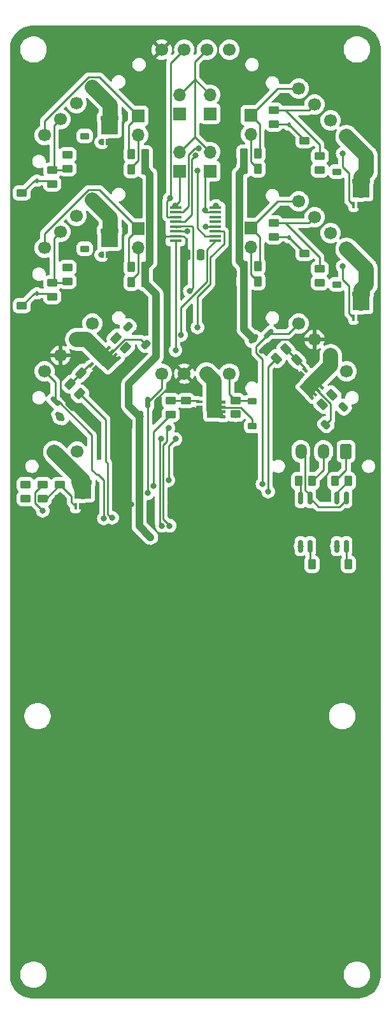
<source format=gbr>
%TF.GenerationSoftware,KiCad,Pcbnew,7.0.6*%
%TF.CreationDate,2024-02-09T06:01:19-06:00*%
%TF.ProjectId,BPS-LeaderDaughter,4250532d-4c65-4616-9465-724461756768,rev?*%
%TF.SameCoordinates,Original*%
%TF.FileFunction,Copper,L2,Bot*%
%TF.FilePolarity,Positive*%
%FSLAX46Y46*%
G04 Gerber Fmt 4.6, Leading zero omitted, Abs format (unit mm)*
G04 Created by KiCad (PCBNEW 7.0.6) date 2024-02-09 06:01:19*
%MOMM*%
%LPD*%
G01*
G04 APERTURE LIST*
G04 Aperture macros list*
%AMRoundRect*
0 Rectangle with rounded corners*
0 $1 Rounding radius*
0 $2 $3 $4 $5 $6 $7 $8 $9 X,Y pos of 4 corners*
0 Add a 4 corners polygon primitive as box body*
4,1,4,$2,$3,$4,$5,$6,$7,$8,$9,$2,$3,0*
0 Add four circle primitives for the rounded corners*
1,1,$1+$1,$2,$3*
1,1,$1+$1,$4,$5*
1,1,$1+$1,$6,$7*
1,1,$1+$1,$8,$9*
0 Add four rect primitives between the rounded corners*
20,1,$1+$1,$2,$3,$4,$5,0*
20,1,$1+$1,$4,$5,$6,$7,0*
20,1,$1+$1,$6,$7,$8,$9,0*
20,1,$1+$1,$8,$9,$2,$3,0*%
%AMRotRect*
0 Rectangle, with rotation*
0 The origin of the aperture is its center*
0 $1 length*
0 $2 width*
0 $3 Rotation angle, in degrees counterclockwise*
0 Add horizontal line*
21,1,$1,$2,0,0,$3*%
%AMFreePoly0*
4,1,21,1.545000,0.775000,0.925000,0.775000,0.925000,0.525000,1.545000,0.525000,1.545000,0.125000,0.925000,0.125000,0.925000,-0.125000,1.545000,-0.125000,1.545000,-0.525000,0.925000,-0.525000,0.925000,-0.775000,1.545000,-0.775000,1.545000,-1.174999,0.925000,-1.175000,0.925000,-1.125000,-0.925000,-1.125000,-0.925000,1.125000,0.925000,1.125000,0.925000,1.175000,1.545000,1.174999,
1.545000,0.775000,1.545000,0.775000,$1*%
G04 Aperture macros list end*
%TA.AperFunction,ComponentPad*%
%ADD10C,1.700000*%
%TD*%
%TA.AperFunction,ComponentPad*%
%ADD11R,1.700000X1.700000*%
%TD*%
%TA.AperFunction,ComponentPad*%
%ADD12O,1.700000X1.700000*%
%TD*%
%TA.AperFunction,ComponentPad*%
%ADD13RoundRect,0.250001X0.499999X0.759999X-0.499999X0.759999X-0.499999X-0.759999X0.499999X-0.759999X0*%
%TD*%
%TA.AperFunction,ComponentPad*%
%ADD14O,1.500000X2.020000*%
%TD*%
%TA.AperFunction,SMDPad,CuDef*%
%ADD15RoundRect,0.225000X-0.375000X0.225000X-0.375000X-0.225000X0.375000X-0.225000X0.375000X0.225000X0*%
%TD*%
%TA.AperFunction,SMDPad,CuDef*%
%ADD16RoundRect,0.250000X-0.132583X0.503814X-0.503814X0.132583X0.132583X-0.503814X0.503814X-0.132583X0*%
%TD*%
%TA.AperFunction,SMDPad,CuDef*%
%ADD17RotRect,0.830000X0.400000X45.000000*%
%TD*%
%TA.AperFunction,SMDPad,CuDef*%
%ADD18FreePoly0,45.000000*%
%TD*%
%TA.AperFunction,SMDPad,CuDef*%
%ADD19RoundRect,0.250000X-0.262500X-0.450000X0.262500X-0.450000X0.262500X0.450000X-0.262500X0.450000X0*%
%TD*%
%TA.AperFunction,SMDPad,CuDef*%
%ADD20RoundRect,0.250000X-0.450000X0.262500X-0.450000X-0.262500X0.450000X-0.262500X0.450000X0.262500X0*%
%TD*%
%TA.AperFunction,SMDPad,CuDef*%
%ADD21RoundRect,0.225000X-0.424264X-0.106066X-0.106066X-0.424264X0.424264X0.106066X0.106066X0.424264X0*%
%TD*%
%TA.AperFunction,SMDPad,CuDef*%
%ADD22RoundRect,0.250000X0.262500X0.450000X-0.262500X0.450000X-0.262500X-0.450000X0.262500X-0.450000X0*%
%TD*%
%TA.AperFunction,SMDPad,CuDef*%
%ADD23RotRect,0.830000X0.400000X315.000000*%
%TD*%
%TA.AperFunction,SMDPad,CuDef*%
%ADD24FreePoly0,315.000000*%
%TD*%
%TA.AperFunction,SMDPad,CuDef*%
%ADD25RoundRect,0.250000X0.450000X-0.262500X0.450000X0.262500X-0.450000X0.262500X-0.450000X-0.262500X0*%
%TD*%
%TA.AperFunction,SMDPad,CuDef*%
%ADD26RoundRect,0.250000X-0.503814X-0.132583X-0.132583X-0.503814X0.503814X0.132583X0.132583X0.503814X0*%
%TD*%
%TA.AperFunction,SMDPad,CuDef*%
%ADD27R,1.600000X0.410000*%
%TD*%
%TA.AperFunction,SMDPad,CuDef*%
%ADD28R,0.400000X0.830000*%
%TD*%
%TA.AperFunction,SMDPad,CuDef*%
%ADD29FreePoly0,90.000000*%
%TD*%
%TA.AperFunction,SMDPad,CuDef*%
%ADD30RoundRect,0.150000X0.521491X-0.309359X-0.309359X0.521491X-0.521491X0.309359X0.309359X-0.521491X0*%
%TD*%
%TA.AperFunction,SMDPad,CuDef*%
%ADD31RoundRect,0.150000X-0.150000X0.662500X-0.150000X-0.662500X0.150000X-0.662500X0.150000X0.662500X0*%
%TD*%
%TA.AperFunction,SMDPad,CuDef*%
%ADD32RoundRect,0.250000X0.503814X0.132583X0.132583X0.503814X-0.503814X-0.132583X-0.132583X-0.503814X0*%
%TD*%
%TA.AperFunction,SMDPad,CuDef*%
%ADD33RoundRect,0.250000X0.132583X-0.503814X0.503814X-0.132583X-0.132583X0.503814X-0.503814X0.132583X0*%
%TD*%
%TA.AperFunction,SMDPad,CuDef*%
%ADD34RoundRect,0.112500X-0.112500X0.187500X-0.112500X-0.187500X0.112500X-0.187500X0.112500X0.187500X0*%
%TD*%
%TA.AperFunction,SMDPad,CuDef*%
%ADD35RoundRect,0.225000X-0.106066X0.424264X-0.424264X0.106066X0.106066X-0.424264X0.424264X-0.106066X0*%
%TD*%
%TA.AperFunction,SMDPad,CuDef*%
%ADD36RoundRect,0.150000X0.150000X-0.587500X0.150000X0.587500X-0.150000X0.587500X-0.150000X-0.587500X0*%
%TD*%
%TA.AperFunction,SMDPad,CuDef*%
%ADD37RoundRect,0.250000X0.250000X0.475000X-0.250000X0.475000X-0.250000X-0.475000X0.250000X-0.475000X0*%
%TD*%
%TA.AperFunction,SMDPad,CuDef*%
%ADD38RoundRect,0.150000X-0.309359X-0.521491X0.521491X0.309359X0.309359X0.521491X-0.521491X-0.309359X0*%
%TD*%
%TA.AperFunction,SMDPad,CuDef*%
%ADD39R,0.830000X0.400000*%
%TD*%
%TA.AperFunction,SMDPad,CuDef*%
%ADD40FreePoly0,0.000000*%
%TD*%
%TA.AperFunction,ViaPad*%
%ADD41C,0.800000*%
%TD*%
%TA.AperFunction,Conductor*%
%ADD42C,0.250000*%
%TD*%
%TA.AperFunction,Conductor*%
%ADD43C,2.000000*%
%TD*%
%TA.AperFunction,Conductor*%
%ADD44C,1.000000*%
%TD*%
G04 APERTURE END LIST*
D10*
%TO.P,J6,1,Pin_1*%
%TO.N,+12V*%
X172226890Y-71881072D03*
%TO.P,J6,2,Pin_2*%
%TO.N,/HV- Contactor Driver/CONTACTOR_V-*%
X170105570Y-69759752D03*
%TO.P,J6,3,Pin_3*%
%TO.N,GND*%
X167984249Y-67638431D03*
%TO.P,J6,4,Pin_4*%
%TO.N,/HV-_Sense*%
X165862929Y-65517111D03*
%TD*%
D11*
%TO.P,JP3,1,A*%
%TO.N,/Fan Control/PWM3*%
X150019000Y-45260200D03*
D12*
%TO.P,JP3,2,B*%
%TO.N,/Fan Control/ORION_PWM*%
X150019000Y-42720200D03*
%TD*%
D10*
%TO.P,J7,1,Pin_1*%
%TO.N,+12V*%
X156646000Y-72186000D03*
%TO.P,J7,2,Pin_2*%
%TO.N,/Array Contactor Driver/CONTACTOR_V-*%
X153646000Y-72186000D03*
%TO.P,J7,3,Pin_3*%
%TO.N,GND*%
X150646000Y-72186000D03*
%TO.P,J7,4,Pin_4*%
%TO.N,/Array_Sense*%
X147646000Y-72186000D03*
%TD*%
%TO.P,J5,1,Pin_1*%
%TO.N,+12V*%
X138429072Y-65517111D03*
%TO.P,J5,2,Pin_2*%
%TO.N,/HV+ Contactor Driver/CONTACTOR_V-*%
X136307752Y-67638431D03*
%TO.P,J5,3,Pin_3*%
%TO.N,GND*%
X134186431Y-69759752D03*
%TO.P,J5,4,Pin_4*%
%TO.N,/HV+_Sense*%
X132065111Y-71881072D03*
%TD*%
D11*
%TO.P,JP7,1,A*%
%TO.N,/Fan Control/PWM3*%
X144526000Y-52921321D03*
D12*
%TO.P,JP7,2,B*%
%TO.N,Net-(JP7-B)*%
X144526000Y-55461321D03*
%TD*%
D11*
%TO.P,JP1,1,A*%
%TO.N,/Fan Control/PWM1*%
X150019000Y-37640200D03*
D12*
%TO.P,JP1,2,B*%
%TO.N,/Fan Control/ORION_PWM*%
X150019000Y-35100200D03*
%TD*%
D11*
%TO.P,JP8,1,A*%
%TO.N,/Fan Control/PWM4*%
X159512000Y-52842818D03*
D12*
%TO.P,JP8,2,B*%
%TO.N,Net-(JP8-B)*%
X159512000Y-55382818D03*
%TD*%
D10*
%TO.P,J11,1,Pin_1*%
%TO.N,/Fan Control/Fan_PWM3/Fan_-*%
X138429072Y-49096432D03*
%TO.P,J11,2,Pin_2*%
%TO.N,+12V*%
X136307752Y-51217752D03*
%TO.P,J11,3,Pin_3*%
%TO.N,/Fan Control/Fan_PWM3/TACH_IN*%
X134186431Y-53339073D03*
%TO.P,J11,4,Pin_4*%
%TO.N,/Fan Control/PWM3*%
X132065111Y-55460393D03*
%TD*%
D11*
%TO.P,JP5,1,A*%
%TO.N,/Fan Control/PWM1*%
X144526000Y-37935321D03*
D12*
%TO.P,JP5,2,B*%
%TO.N,Net-(JP5-B)*%
X144526000Y-40475321D03*
%TD*%
D10*
%TO.P,J3,1,Pin_1*%
%TO.N,+12V*%
X136398000Y-82550000D03*
%TO.P,J3,2,Pin_2*%
%TO.N,/Strobe Light/Strobe_-*%
X133398000Y-82550000D03*
%TD*%
%TO.P,J10,1,Pin_1*%
%TO.N,/Fan Control/Fan_PWM2/Fan_-*%
X172226890Y-40639072D03*
%TO.P,J10,2,Pin_2*%
%TO.N,+12V*%
X170105570Y-38517752D03*
%TO.P,J10,3,Pin_3*%
%TO.N,/Fan Control/Fan_PWM2/TACH_IN*%
X167984249Y-36396431D03*
%TO.P,J10,4,Pin_4*%
%TO.N,/Fan Control/PWM2*%
X165862929Y-34275111D03*
%TD*%
%TO.P,J9,1,Pin_1*%
%TO.N,/Fan Control/Fan_PWM1/Fan_-*%
X138429072Y-34110432D03*
%TO.P,J9,2,Pin_2*%
%TO.N,+12V*%
X136307752Y-36231752D03*
%TO.P,J9,3,Pin_3*%
%TO.N,/Fan Control/Fan_PWM1/TACH_IN*%
X134186431Y-38353073D03*
%TO.P,J9,4,Pin_4*%
%TO.N,/Fan Control/PWM1*%
X132065111Y-40474393D03*
%TD*%
%TO.P,J12,1,Pin_1*%
%TO.N,/Fan Control/Fan_PWM4/Fan_-*%
X172226890Y-55625072D03*
%TO.P,J12,2,Pin_2*%
%TO.N,+12V*%
X170105570Y-53503752D03*
%TO.P,J12,3,Pin_3*%
%TO.N,/Fan Control/Fan_PWM4/TACH_IN*%
X167984249Y-51382431D03*
%TO.P,J12,4,Pin_4*%
%TO.N,/Fan Control/PWM4*%
X165862929Y-49261111D03*
%TD*%
D11*
%TO.P,JP2,1,A*%
%TO.N,/Fan Control/PWM2*%
X154083000Y-37640200D03*
D12*
%TO.P,JP2,2,B*%
%TO.N,/Fan Control/ORION_PWM*%
X154083000Y-35100200D03*
%TD*%
D13*
%TO.P,J8,1,Pin_1*%
%TO.N,Net-(J8-Pin_1)*%
X172152250Y-82550000D03*
D14*
%TO.P,J8,2,Pin_2*%
%TO.N,Net-(J8-Pin_2)*%
X169152250Y-82550000D03*
%TO.P,J8,3,Pin_3*%
%TO.N,GND1*%
X166152250Y-82550000D03*
%TD*%
D11*
%TO.P,JP6,1,A*%
%TO.N,/Fan Control/PWM2*%
X159512000Y-37856818D03*
D12*
%TO.P,JP6,2,B*%
%TO.N,Net-(JP6-B)*%
X159512000Y-40396818D03*
%TD*%
D11*
%TO.P,JP4,1,A*%
%TO.N,/Fan Control/PWM4*%
X154083000Y-45265200D03*
D12*
%TO.P,JP4,2,B*%
%TO.N,/Fan Control/ORION_PWM*%
X154083000Y-42725200D03*
%TD*%
D10*
%TO.P,J4,1,Pin_1*%
%TO.N,+12V*%
X156646000Y-29133000D03*
%TO.P,J4,2,Pin_2*%
%TO.N,/Fan Control/ORION_PWM*%
X153646000Y-29133000D03*
%TO.P,J4,3,Pin_3*%
%TO.N,/Fan Control/TACH1*%
X150646000Y-29133000D03*
%TO.P,J4,4,Pin_4*%
%TO.N,GND*%
X147646000Y-29133000D03*
%TD*%
D15*
%TO.P,D15,1,K*%
%TO.N,+12V*%
X137414000Y-55589321D03*
%TO.P,D15,2,A*%
%TO.N,GND*%
X137414000Y-58889321D03*
%TD*%
D16*
%TO.P,R11,1*%
%TO.N,+12V*%
X170287297Y-75000119D03*
%TO.P,R11,2*%
%TO.N,Net-(D6-A)*%
X168996827Y-76290589D03*
%TD*%
D17*
%TO.P,Q2,1,S*%
%TO.N,GND*%
X139665094Y-72414230D03*
%TO.P,Q2,2,S*%
X139205475Y-71954611D03*
%TO.P,Q2,3,S*%
X138745855Y-71494991D03*
%TO.P,Q2,4,G*%
%TO.N,Net-(Q2-G)*%
X138286236Y-71035372D03*
D18*
%TO.P,Q2,5,D*%
%TO.N,/HV+ Contactor Driver/CONTACTOR_V-*%
X140347452Y-70353014D03*
%TD*%
D19*
%TO.P,R25,1*%
%TO.N,+3.3V*%
X158599500Y-42926000D03*
%TO.P,R25,2*%
%TO.N,/Fan Control/PWM2*%
X160424500Y-42926000D03*
%TD*%
D20*
%TO.P,R33,1*%
%TO.N,/Fan Control/Fan_PWM3/TACH_IN*%
X133096000Y-60136821D03*
%TO.P,R33,2*%
%TO.N,/Fan Control/TACH3*%
X133096000Y-61961821D03*
%TD*%
D15*
%TO.P,D11,1,K*%
%TO.N,+12V*%
X137414000Y-40603321D03*
%TO.P,D11,2,A*%
%TO.N,GND*%
X137414000Y-43903321D03*
%TD*%
D20*
%TO.P,R39,1*%
%TO.N,/Fan Control/TACH4*%
X166624000Y-56237500D03*
%TO.P,R39,2*%
%TO.N,GND*%
X166624000Y-58062500D03*
%TD*%
D21*
%TO.P,D4,1,K*%
%TO.N,+12V*%
X143189315Y-65966831D03*
%TO.P,D4,2,A*%
%TO.N,/HV+ Contactor Driver/CONTACTOR_V-*%
X145522767Y-68300283D03*
%TD*%
D20*
%TO.P,R15,1*%
%TO.N,+12V*%
X157480000Y-75763000D03*
%TO.P,R15,2*%
%TO.N,Net-(D9-A)*%
X157480000Y-77588000D03*
%TD*%
D22*
%TO.P,R20,1*%
%TO.N,+3.3V*%
X145438500Y-43015321D03*
%TO.P,R20,2*%
%TO.N,/Fan Control/PWM1*%
X143613500Y-43015321D03*
%TD*%
D20*
%TO.P,R29,1*%
%TO.N,/Fan Control/TACH2*%
X166624000Y-41251500D03*
%TO.P,R29,2*%
%TO.N,GND*%
X166624000Y-43076500D03*
%TD*%
D23*
%TO.P,Q3,1,S*%
%TO.N,GND*%
X165329771Y-73117094D03*
%TO.P,Q3,2,S*%
X165789390Y-72657475D03*
%TO.P,Q3,3,S*%
X166249010Y-72197855D03*
%TO.P,Q3,4,G*%
%TO.N,Net-(Q3-G)*%
X166708629Y-71738236D03*
D24*
%TO.P,Q3,5,D*%
%TO.N,/HV- Contactor Driver/CONTACTOR_V-*%
X167390987Y-73799452D03*
%TD*%
D15*
%TO.P,D17,1,K*%
%TO.N,+12V*%
X170942000Y-60326000D03*
%TO.P,D17,2,A*%
%TO.N,GND*%
X170942000Y-63626000D03*
%TD*%
D25*
%TO.P,R27,1*%
%TO.N,+12V*%
X168656000Y-45108500D03*
%TO.P,R27,2*%
%TO.N,/Fan Control/Fan_PWM2/TACH_IN*%
X168656000Y-43283500D03*
%TD*%
D26*
%TO.P,R7,1*%
%TO.N,+12V*%
X141548119Y-67456704D03*
%TO.P,R7,2*%
%TO.N,Net-(D3-A)*%
X142838589Y-68747174D03*
%TD*%
D19*
%TO.P,R35,1*%
%TO.N,+3.3V*%
X158599500Y-57912000D03*
%TO.P,R35,2*%
%TO.N,/Fan Control/PWM4*%
X160424500Y-57912000D03*
%TD*%
D27*
%TO.P,IC1,1,SCL*%
%TO.N,/SCL*%
X149491700Y-54546500D03*
%TO.P,IC1,2,GND*%
%TO.N,GND*%
X149491700Y-53911500D03*
%TO.P,IC1,3,VCC*%
%TO.N,+3.3V*%
X149491700Y-53276500D03*
%TO.P,IC1,4,TACH3*%
%TO.N,/Fan Control/TACH3*%
X149491700Y-52641500D03*
%TO.P,IC1,5,PWM2*%
%TO.N,/Fan Control/PWM2*%
X149491700Y-52006500D03*
%TO.P,IC1,6,TACH1*%
%TO.N,/Fan Control/TACH1*%
X149491700Y-51371500D03*
%TO.P,IC1,7,TACH2*%
%TO.N,/Fan Control/TACH2*%
X149491700Y-50736500D03*
%TO.P,IC1,8,PWM3*%
%TO.N,/Fan Control/PWM3*%
X149491700Y-50101500D03*
%TO.P,IC1,9,TACH4*%
%TO.N,/Fan Control/TACH4*%
X154800300Y-50101500D03*
%TO.P,IC1,10,PWM4*%
%TO.N,/Fan Control/PWM4*%
X154800300Y-50736500D03*
%TO.P,IC1,11,ADDR*%
%TO.N,unconnected-(IC1-ADDR-Pad11)*%
X154800300Y-51371500D03*
%TO.P,IC1,12,TMP_IN*%
%TO.N,unconnected-(IC1-TMP_IN-Pad12)*%
X154800300Y-52006500D03*
%TO.P,IC1,13,~{FULL_SPEED}/TMP_START*%
%TO.N,+3.3V*%
X154800300Y-52641500D03*
%TO.P,IC1,14,~{SMBALERT}*%
%TO.N,/~{SMBALERT}*%
X154800300Y-53276500D03*
%TO.P,IC1,15,PWM1*%
%TO.N,/Fan Control/PWM1*%
X154800300Y-53911500D03*
%TO.P,IC1,16,SDA*%
%TO.N,/SDA*%
X154800300Y-54546500D03*
%TD*%
D19*
%TO.P,R16,1*%
%TO.N,GND*%
X170652750Y-97536000D03*
%TO.P,R16,2*%
%TO.N,/Motor_IG*%
X172477750Y-97536000D03*
%TD*%
D28*
%TO.P,Q1,1,S*%
%TO.N,GND*%
X138135000Y-89824000D03*
%TO.P,Q1,2,S*%
X137485000Y-89824000D03*
%TO.P,Q1,3,S*%
X136835000Y-89824000D03*
%TO.P,Q1,4,G*%
%TO.N,Net-(Q1-G)*%
X136185000Y-89824000D03*
D29*
%TO.P,Q1,5,D*%
%TO.N,/Strobe Light/Strobe_-*%
X137160000Y-87884000D03*
%TD*%
D20*
%TO.P,R14,1*%
%TO.N,Net-(Q4-G)*%
X150876000Y-75795500D03*
%TO.P,R14,2*%
%TO.N,GND*%
X150876000Y-77620500D03*
%TD*%
D30*
%TO.P,D2,1*%
%TO.N,GND*%
X135468770Y-76557522D03*
%TO.P,D2,2*%
%TO.N,+3.3V*%
X134125267Y-77901025D03*
%TO.P,D2,3*%
%TO.N,/HV+_Sense*%
X133471193Y-75903448D03*
%TD*%
D28*
%TO.P,Q6,1,S*%
%TO.N,GND*%
X175101000Y-49810818D03*
%TO.P,Q6,2,S*%
X174451000Y-49810818D03*
%TO.P,Q6,3,S*%
X173801000Y-49810818D03*
%TO.P,Q6,4,G*%
%TO.N,Net-(JP6-B)*%
X173151000Y-49810818D03*
D29*
%TO.P,Q6,5,D*%
%TO.N,/Fan Control/Fan_PWM2/Fan_-*%
X174126000Y-47870818D03*
%TD*%
D28*
%TO.P,Q5,1,S*%
%TO.N,GND*%
X141691000Y-41399321D03*
%TO.P,Q5,2,S*%
X141041000Y-41399321D03*
%TO.P,Q5,3,S*%
X140391000Y-41399321D03*
%TO.P,Q5,4,G*%
%TO.N,Net-(JP5-B)*%
X139741000Y-41399321D03*
D29*
%TO.P,Q5,5,D*%
%TO.N,/Fan Control/Fan_PWM1/Fan_-*%
X140716000Y-39459321D03*
%TD*%
D15*
%TO.P,D13,1,K*%
%TO.N,+12V*%
X170942000Y-45340000D03*
%TO.P,D13,2,A*%
%TO.N,GND*%
X170942000Y-48640000D03*
%TD*%
D25*
%TO.P,R13,1*%
%TO.N,/Array_EN*%
X148844000Y-77620500D03*
%TO.P,R13,2*%
%TO.N,Net-(Q4-G)*%
X148844000Y-75795500D03*
%TD*%
D31*
%TO.P,U2,1*%
%TO.N,Net-(R19-Pad1)*%
X166104250Y-88760500D03*
%TO.P,U2,2*%
%TO.N,GND1*%
X167374250Y-88760500D03*
%TO.P,U2,3*%
%TO.N,/Arr_IG*%
X167374250Y-95135500D03*
%TO.P,U2,4*%
%TO.N,+3.3V*%
X166104250Y-95135500D03*
%TD*%
D20*
%TO.P,R23,1*%
%TO.N,/Fan Control/Fan_PWM1/TACH_IN*%
X133096000Y-45150821D03*
%TO.P,R23,2*%
%TO.N,/Fan Control/TACH1*%
X133096000Y-46975821D03*
%TD*%
D32*
%TO.P,R5,1*%
%TO.N,/HV+_EN*%
X136754997Y-74876729D03*
%TO.P,R5,2*%
%TO.N,Net-(Q2-G)*%
X135464527Y-73586259D03*
%TD*%
D19*
%TO.P,R18,1*%
%TO.N,GND*%
X165826750Y-97536000D03*
%TO.P,R18,2*%
%TO.N,/Arr_IG*%
X167651750Y-97536000D03*
%TD*%
D33*
%TO.P,R9,1*%
%TO.N,/HV-_EN*%
X162867272Y-70206997D03*
%TO.P,R9,2*%
%TO.N,Net-(Q3-G)*%
X164157742Y-68916527D03*
%TD*%
D22*
%TO.P,R21,1*%
%TO.N,+3.3V*%
X145438500Y-45047321D03*
%TO.P,R21,2*%
%TO.N,Net-(JP5-B)*%
X143613500Y-45047321D03*
%TD*%
D31*
%TO.P,U1,1*%
%TO.N,Net-(R17-Pad1)*%
X170930250Y-88760500D03*
%TO.P,U1,2*%
%TO.N,GND1*%
X172200250Y-88760500D03*
%TO.P,U1,3*%
%TO.N,/Motor_IG*%
X172200250Y-95135500D03*
%TO.P,U1,4*%
%TO.N,+3.3V*%
X170930250Y-95135500D03*
%TD*%
D34*
%TO.P,D18,1,K*%
%TO.N,/Fan Control/TACH4*%
X164592000Y-54068000D03*
%TO.P,D18,2,A*%
%TO.N,GND*%
X164592000Y-56168000D03*
%TD*%
D22*
%TO.P,R30,1*%
%TO.N,+3.3V*%
X145438500Y-58001321D03*
%TO.P,R30,2*%
%TO.N,/Fan Control/PWM3*%
X143613500Y-58001321D03*
%TD*%
D20*
%TO.P,R2,1*%
%TO.N,+12V*%
X129540000Y-86971500D03*
%TO.P,R2,2*%
%TO.N,Net-(D1-A)*%
X129540000Y-88796500D03*
%TD*%
D34*
%TO.P,D14,1,K*%
%TO.N,/Fan Control/TACH2*%
X164592000Y-39082000D03*
%TO.P,D14,2,A*%
%TO.N,GND*%
X164592000Y-41182000D03*
%TD*%
D28*
%TO.P,Q8,1,S*%
%TO.N,GND*%
X175101000Y-64796818D03*
%TO.P,Q8,2,S*%
X174451000Y-64796818D03*
%TO.P,Q8,3,S*%
X173801000Y-64796818D03*
%TO.P,Q8,4,G*%
%TO.N,Net-(JP8-B)*%
X173151000Y-64796818D03*
D29*
%TO.P,Q8,5,D*%
%TO.N,/Fan Control/Fan_PWM4/Fan_-*%
X174126000Y-62856818D03*
%TD*%
D35*
%TO.P,D7,1,K*%
%TO.N,+12V*%
X171777170Y-76641315D03*
%TO.P,D7,2,A*%
%TO.N,/HV- Contactor Driver/CONTACTOR_V-*%
X169443718Y-78974767D03*
%TD*%
D20*
%TO.P,R34,1*%
%TO.N,/Fan Control/TACH3*%
X129032000Y-63184821D03*
%TO.P,R34,2*%
%TO.N,GND*%
X129032000Y-65009821D03*
%TD*%
D36*
%TO.P,D8,1*%
%TO.N,GND*%
X146746000Y-77899500D03*
%TO.P,D8,2*%
%TO.N,+3.3V*%
X144846000Y-77899500D03*
%TO.P,D8,3*%
%TO.N,/Array_Sense*%
X145796000Y-76024500D03*
%TD*%
D22*
%TO.P,R17,1*%
%TO.N,Net-(R17-Pad1)*%
X172477750Y-86487000D03*
%TO.P,R17,2*%
%TO.N,Net-(J8-Pin_1)*%
X170652750Y-86487000D03*
%TD*%
D20*
%TO.P,R38,1*%
%TO.N,/Fan Control/Fan_PWM4/TACH_IN*%
X162560000Y-52173500D03*
%TO.P,R38,2*%
%TO.N,/Fan Control/TACH4*%
X162560000Y-53998500D03*
%TD*%
%TO.P,R24,1*%
%TO.N,/Fan Control/TACH1*%
X129032000Y-48198821D03*
%TO.P,R24,2*%
%TO.N,GND*%
X129032000Y-50023821D03*
%TD*%
%TO.P,R28,1*%
%TO.N,/Fan Control/Fan_PWM2/TACH_IN*%
X162560000Y-37187500D03*
%TO.P,R28,2*%
%TO.N,/Fan Control/TACH2*%
X162560000Y-39012500D03*
%TD*%
D37*
%TO.P,C1,1*%
%TO.N,+3.3V*%
X152842000Y-56388000D03*
%TO.P,C1,2*%
%TO.N,GND*%
X150942000Y-56388000D03*
%TD*%
D25*
%TO.P,R37,1*%
%TO.N,+12V*%
X168656000Y-60094500D03*
%TO.P,R37,2*%
%TO.N,/Fan Control/Fan_PWM4/TACH_IN*%
X168656000Y-58269500D03*
%TD*%
D28*
%TO.P,Q7,1,S*%
%TO.N,GND*%
X141691000Y-56385321D03*
%TO.P,Q7,2,S*%
X141041000Y-56385321D03*
%TO.P,Q7,3,S*%
X140391000Y-56385321D03*
%TO.P,Q7,4,G*%
%TO.N,Net-(JP7-B)*%
X139741000Y-56385321D03*
D29*
%TO.P,Q7,5,D*%
%TO.N,/Fan Control/Fan_PWM3/Fan_-*%
X140716000Y-54445321D03*
%TD*%
D19*
%TO.P,R26,1*%
%TO.N,+3.3V*%
X158599500Y-44958000D03*
%TO.P,R26,2*%
%TO.N,Net-(JP6-B)*%
X160424500Y-44958000D03*
%TD*%
D20*
%TO.P,R1,1*%
%TO.N,/Fault*%
X131826000Y-86971500D03*
%TO.P,R1,2*%
%TO.N,Net-(Q1-G)*%
X131826000Y-88796500D03*
%TD*%
%TO.P,R32,1*%
%TO.N,+12V*%
X135128000Y-58104821D03*
%TO.P,R32,2*%
%TO.N,/Fan Control/Fan_PWM3/TACH_IN*%
X135128000Y-59929821D03*
%TD*%
%TO.P,R22,1*%
%TO.N,+12V*%
X135128000Y-43118821D03*
%TO.P,R22,2*%
%TO.N,/Fan Control/Fan_PWM1/TACH_IN*%
X135128000Y-44943821D03*
%TD*%
D19*
%TO.P,R19,1*%
%TO.N,Net-(R19-Pad1)*%
X165826750Y-86487000D03*
%TO.P,R19,2*%
%TO.N,Net-(J8-Pin_2)*%
X167651750Y-86487000D03*
%TD*%
%TO.P,R36,1*%
%TO.N,+3.3V*%
X158599500Y-59944000D03*
%TO.P,R36,2*%
%TO.N,Net-(JP8-B)*%
X160424500Y-59944000D03*
%TD*%
D38*
%TO.P,D5,1*%
%TO.N,GND*%
X161186479Y-68920770D03*
%TO.P,D5,2*%
%TO.N,+3.3V*%
X159842976Y-67577267D03*
%TO.P,D5,3*%
%TO.N,/HV-_Sense*%
X161840553Y-66923193D03*
%TD*%
D34*
%TO.P,D16,1,K*%
%TO.N,/Fan Control/TACH3*%
X131064000Y-61523321D03*
%TO.P,D16,2,A*%
%TO.N,GND*%
X131064000Y-63623321D03*
%TD*%
D26*
%TO.P,R6,1*%
%TO.N,Net-(Q2-G)*%
X136901368Y-72149418D03*
%TO.P,R6,2*%
%TO.N,GND*%
X138191838Y-73439888D03*
%TD*%
D15*
%TO.P,D10,1,K*%
%TO.N,+12V*%
X159694000Y-75870000D03*
%TO.P,D10,2,A*%
%TO.N,/Array Contactor Driver/CONTACTOR_V-*%
X159694000Y-79170000D03*
%TD*%
D39*
%TO.P,Q4,1,S*%
%TO.N,GND*%
X152643000Y-77937000D03*
%TO.P,Q4,2,S*%
X152643000Y-77287000D03*
%TO.P,Q4,3,S*%
X152643000Y-76637000D03*
%TO.P,Q4,4,G*%
%TO.N,Net-(Q4-G)*%
X152643000Y-75987000D03*
D40*
%TO.P,Q4,5,D*%
%TO.N,/Array Contactor Driver/CONTACTOR_V-*%
X154583000Y-76962000D03*
%TD*%
D34*
%TO.P,D12,1,K*%
%TO.N,/Fan Control/TACH1*%
X131064000Y-46537321D03*
%TO.P,D12,2,A*%
%TO.N,GND*%
X131064000Y-48637321D03*
%TD*%
D16*
%TO.P,R10,1*%
%TO.N,Net-(Q3-G)*%
X165594583Y-70353368D03*
%TO.P,R10,2*%
%TO.N,GND*%
X164304113Y-71643838D03*
%TD*%
D20*
%TO.P,R3,1*%
%TO.N,Net-(Q1-G)*%
X134112000Y-86971500D03*
%TO.P,R3,2*%
%TO.N,GND*%
X134112000Y-88796500D03*
%TD*%
D22*
%TO.P,R31,1*%
%TO.N,+3.3V*%
X145438500Y-60033321D03*
%TO.P,R31,2*%
%TO.N,Net-(JP7-B)*%
X143613500Y-60033321D03*
%TD*%
D41*
%TO.N,+12V*%
X137414000Y-55626000D03*
X137414000Y-40640000D03*
X170942000Y-45340000D03*
X170942000Y-60326000D03*
X143189315Y-65966831D03*
X170435789Y-75000120D03*
X171777170Y-76641315D03*
X168656000Y-45108500D03*
X168656000Y-60110318D03*
X135128000Y-43118821D03*
X135128000Y-58104821D03*
X141548120Y-67456705D03*
X129540000Y-86971500D03*
%TO.N,/HV+_Sense*%
X139954000Y-91440000D03*
%TO.N,GND*%
X147828000Y-53848000D03*
X158165800Y-89636600D03*
X150876000Y-77620500D03*
X154940000Y-89662000D03*
X148971000Y-95377000D03*
X143550500Y-89620000D03*
X144018000Y-95504000D03*
%TO.N,/HV-_Sense*%
X161036000Y-86868000D03*
%TO.N,/Array_Sense*%
X145750000Y-88092000D03*
%TO.N,Net-(D1-A)*%
X129540000Y-88796500D03*
%TO.N,/HV+ Contactor Driver/CONTACTOR_V-*%
X141497915Y-70280182D03*
%TO.N,/HV- Contactor Driver/CONTACTOR_V-*%
X167463819Y-74949915D03*
%TO.N,/Array Contactor Driver/CONTACTOR_V-*%
X155448000Y-77724000D03*
%TO.N,/Fan Control/TACH1*%
X148717000Y-48895000D03*
X133096000Y-46975821D03*
%TO.N,/Fan Control/TACH2*%
X152562098Y-42228896D03*
X162560000Y-39012500D03*
%TO.N,/Fan Control/TACH3*%
X151384000Y-61214000D03*
X133096000Y-61961821D03*
%TO.N,/Fan Control/TACH4*%
X162560000Y-53998500D03*
X154874258Y-49904498D03*
%TO.N,/SCL*%
X148687395Y-92420483D03*
X148545603Y-79420103D03*
X149479000Y-69088000D03*
%TO.N,+3.3V*%
X146151600Y-93954600D03*
X151042500Y-53284000D03*
X134112000Y-77978000D03*
X153517600Y-52654200D03*
X157988000Y-56388000D03*
X152842000Y-56388000D03*
X170930250Y-95135500D03*
X166104250Y-95135500D03*
X144846000Y-77899500D03*
X146050000Y-56388000D03*
%TO.N,/Fan Control/PWM2*%
X152146000Y-43180000D03*
%TO.N,/Fan Control/PWM3*%
X149431000Y-49904498D03*
%TO.N,/Fan Control/PWM4*%
X153411611Y-50419845D03*
%TO.N,/Fan Control/PWM1*%
X143613500Y-43180000D03*
X152368500Y-45212000D03*
%TO.N,/SDA*%
X147687862Y-92425744D03*
X150216200Y-67056000D03*
X147574000Y-80899000D03*
%TO.N,/Fault*%
X131826000Y-90424000D03*
%TO.N,/Array_EN*%
X146550000Y-87122000D03*
%TO.N,/HV-_EN*%
X161798000Y-87884000D03*
%TO.N,/Strobe Light/Strobe_-*%
X136652000Y-86614000D03*
%TO.N,/Motor_IG*%
X172477750Y-97536000D03*
%TO.N,/HV+_EN*%
X141054265Y-91344862D03*
%TO.N,/Arr_IG*%
X167651750Y-97536000D03*
%TO.N,/~{SMBALERT}*%
X149479000Y-80899000D03*
X148552500Y-86360000D03*
X152400000Y-66040000D03*
%TO.N,Net-(JP5-B)*%
X139591498Y-41399321D03*
%TO.N,Net-(JP6-B)*%
X171704000Y-42926000D03*
%TO.N,Net-(JP7-B)*%
X139591498Y-56385321D03*
%TO.N,Net-(JP8-B)*%
X171704000Y-57912000D03*
%TO.N,Net-(D3-A)*%
X142934756Y-68843341D03*
%TO.N,Net-(D6-A)*%
X168900660Y-76386756D03*
%TO.N,Net-(D9-A)*%
X157480000Y-77724000D03*
%TD*%
D42*
%TO.N,+12V*%
X141548119Y-67456704D02*
X141548120Y-67456705D01*
X137414000Y-40603321D02*
X137414000Y-40640000D01*
X159587000Y-75763000D02*
X159694000Y-75870000D01*
X137414000Y-55589321D02*
X137414000Y-55626000D01*
X170287297Y-75000119D02*
X170435788Y-75000119D01*
X156646000Y-72186000D02*
X156646000Y-74929000D01*
X157480000Y-75763000D02*
X159587000Y-75763000D01*
X170435788Y-75000119D02*
X170435789Y-75000120D01*
X156646000Y-74929000D02*
X157480000Y-75763000D01*
X170435789Y-75000120D02*
X170287296Y-75000120D01*
%TO.N,/HV+_Sense*%
X139954000Y-86360000D02*
X139192000Y-85598000D01*
X138977987Y-85598000D02*
X138360000Y-84980013D01*
X133895456Y-75903448D02*
X133471193Y-75903448D01*
X139954000Y-91440000D02*
X139954000Y-86360000D01*
X133471193Y-73287154D02*
X132065111Y-71881072D01*
X138360000Y-84980013D02*
X138360000Y-80367992D01*
X138360000Y-80367992D02*
X133895456Y-75903448D01*
X133471193Y-75903449D02*
X133471193Y-73287154D01*
X139192000Y-85598000D02*
X138977987Y-85598000D01*
%TO.N,GND*%
X162468818Y-67638431D02*
X167984249Y-67638431D01*
X149491700Y-53911500D02*
X147891500Y-53911500D01*
X150942000Y-54311800D02*
X150942000Y-56388000D01*
X161186479Y-68920770D02*
X162468818Y-67638431D01*
X150318000Y-72186000D02*
X150646000Y-72186000D01*
X150541700Y-53911500D02*
X150942000Y-54311800D01*
X134186431Y-74750431D02*
X134186431Y-69759752D01*
X146746000Y-77899500D02*
X146746000Y-75758000D01*
X135468770Y-76557522D02*
X135468770Y-76032770D01*
X147891500Y-53911500D02*
X147828000Y-53848000D01*
X135468770Y-76032770D02*
X134186431Y-74750431D01*
X146746000Y-75758000D02*
X150318000Y-72186000D01*
X149491700Y-53911500D02*
X150541700Y-53911500D01*
%TO.N,/HV-_Sense*%
X161840552Y-66923193D02*
X164456847Y-66923193D01*
X164456847Y-66923193D02*
X165862929Y-65517111D01*
X161036000Y-70272893D02*
X160189988Y-69426881D01*
X160189988Y-69426881D02*
X160189988Y-68573758D01*
X161036000Y-86868000D02*
X161036000Y-70272893D01*
X160189988Y-68573758D02*
X161840553Y-66923193D01*
%TO.N,/Array_Sense*%
X145796000Y-88046000D02*
X145750000Y-88092000D01*
X145796000Y-76024500D02*
X147646000Y-74174500D01*
X147646000Y-74174500D02*
X147646000Y-72186000D01*
X145796000Y-76024500D02*
X145796000Y-88046000D01*
D43*
%TO.N,/HV+ Contactor Driver/CONTACTOR_V-*%
X137632870Y-67638431D02*
X140347453Y-70353014D01*
X136307752Y-67638431D02*
X137632870Y-67638431D01*
D42*
X140347453Y-70053908D02*
X140347453Y-70353014D01*
X144885947Y-67663463D02*
X142737898Y-67663463D01*
X140347453Y-70053908D02*
X142737898Y-67663463D01*
X145522767Y-68300283D02*
X144885947Y-67663463D01*
D43*
%TO.N,/HV- Contactor Driver/CONTACTOR_V-*%
X170105570Y-69759752D02*
X170105570Y-71084870D01*
D42*
X167690093Y-73799453D02*
X170080538Y-76189898D01*
X167690093Y-73799453D02*
X167390987Y-73799453D01*
X170080538Y-78337947D02*
X170080538Y-76189898D01*
D43*
X170105570Y-71084870D02*
X167390987Y-73799453D01*
D42*
X169443718Y-78974767D02*
X170080538Y-78337947D01*
%TO.N,/Array Contactor Driver/CONTACTOR_V-*%
X154794500Y-76750500D02*
X158175100Y-76750500D01*
X159694000Y-79170000D02*
X159694000Y-78269400D01*
X154794500Y-76750500D02*
X154583000Y-76962000D01*
D43*
X154583000Y-73123000D02*
X154583000Y-76962000D01*
X153646000Y-72186000D02*
X154583000Y-73123000D01*
D42*
X159694000Y-78269400D02*
X158175100Y-76750500D01*
%TO.N,/Fan Control/TACH1*%
X148421000Y-51364000D02*
X149431000Y-51364000D01*
X130693500Y-46537321D02*
X131064000Y-46537321D01*
X132657500Y-46537321D02*
X133096000Y-46975821D01*
X148717000Y-48895000D02*
X148844000Y-48768000D01*
X131064000Y-46537321D02*
X132657500Y-46537321D01*
X148844000Y-48768000D02*
X148844000Y-30935000D01*
X148336000Y-51279000D02*
X148421000Y-51364000D01*
X148717000Y-48895000D02*
X148336000Y-49276000D01*
X129032000Y-48198821D02*
X130693500Y-46537321D01*
X148336000Y-49276000D02*
X148336000Y-51279000D01*
X148844000Y-30935000D02*
X150646000Y-29133000D01*
%TO.N,/Fan Control/TACH2*%
X152071799Y-42228896D02*
X152562098Y-42228896D01*
X151194000Y-49951000D02*
X151194000Y-43106695D01*
X166624000Y-41251500D02*
X166624000Y-41114000D01*
X164522500Y-39012500D02*
X164592000Y-39082000D01*
X151194000Y-43106695D02*
X152071799Y-42228896D01*
X149431000Y-50724000D02*
X150421000Y-50724000D01*
X162560000Y-39012500D02*
X164522500Y-39012500D01*
X166624000Y-41114000D02*
X164592000Y-39082000D01*
X150421000Y-50724000D02*
X151194000Y-49951000D01*
%TO.N,/Fan Control/TACH3*%
X149659000Y-52559000D02*
X149479000Y-52739000D01*
X129032000Y-63184821D02*
X130693500Y-61523321D01*
X131064000Y-61523321D02*
X132657500Y-61523321D01*
X151619000Y-52559000D02*
X149659000Y-52559000D01*
X133580500Y-61849000D02*
X133604000Y-61849000D01*
X132657500Y-61523321D02*
X133096000Y-61961821D01*
X130693500Y-61523321D02*
X131064000Y-61523321D01*
X151384000Y-61214000D02*
X151767000Y-60831000D01*
X133604000Y-61849000D02*
X133604000Y-61872500D01*
X151767000Y-52707000D02*
X151619000Y-52559000D01*
X151767000Y-60831000D02*
X151767000Y-52707000D01*
%TO.N,/Fan Control/TACH4*%
X166624000Y-56237500D02*
X166624000Y-56100000D01*
X164522500Y-53998500D02*
X164592000Y-54068000D01*
X166624000Y-56100000D02*
X164592000Y-54068000D01*
X162560000Y-53998500D02*
X164522500Y-53998500D01*
%TO.N,/SCL*%
X147814200Y-89336295D02*
X147828000Y-89322495D01*
X149491700Y-54546500D02*
X149491700Y-69075300D01*
X147828000Y-81670305D02*
X148299000Y-81199305D01*
X147828000Y-89322495D02*
X147828000Y-81670305D01*
X149491700Y-69075300D02*
X149479000Y-69088000D01*
X148687395Y-92399972D02*
X147814200Y-91526777D01*
X148687395Y-92420483D02*
X148687395Y-92399972D01*
X148299000Y-81199305D02*
X148299000Y-79666706D01*
X147814200Y-91526777D02*
X147814200Y-89336295D01*
X148299000Y-79666706D02*
X148545603Y-79420103D01*
D44*
%TO.N,+3.3V*%
X134125267Y-77901025D02*
X134125267Y-77964733D01*
X146050000Y-56388000D02*
X146076000Y-56414000D01*
X158599500Y-42926000D02*
X158599500Y-44958000D01*
X146876439Y-69951218D02*
X146876439Y-61635939D01*
X158599500Y-57912000D02*
X158599500Y-59944000D01*
X157962000Y-57274500D02*
X158599500Y-57912000D01*
X158599500Y-66333791D02*
X159842976Y-67577267D01*
X146076000Y-57363821D02*
X145438500Y-58001321D01*
X144650000Y-92453000D02*
X144650000Y-79823000D01*
X157962000Y-45595500D02*
X158599500Y-44958000D01*
X158599500Y-59944000D02*
X158599500Y-66333791D01*
X146076000Y-45684821D02*
X146076000Y-57363821D01*
X143257000Y-76439500D02*
X143257000Y-73570657D01*
D42*
X153782800Y-52644000D02*
X154607000Y-52644000D01*
D44*
X146151600Y-93954600D02*
X144650000Y-92453000D01*
X144650000Y-79823000D02*
X144717000Y-79756000D01*
X144717000Y-77899500D02*
X143257000Y-76439500D01*
X144717000Y-79756000D02*
X144717000Y-77899500D01*
X143257000Y-73570657D02*
X146876439Y-69951218D01*
D42*
X151042500Y-53284000D02*
X149177000Y-53284000D01*
D44*
X157962000Y-56261000D02*
X157962000Y-45595500D01*
X157962000Y-56261000D02*
X157962000Y-57274500D01*
X145438500Y-58001321D02*
X145438500Y-60033321D01*
X145438500Y-43015321D02*
X145438500Y-45047321D01*
X134125267Y-77964733D02*
X134112000Y-77978000D01*
X146876439Y-61635939D02*
X145438500Y-60198000D01*
D42*
X153772600Y-52654200D02*
X153782800Y-52644000D01*
D44*
X145438500Y-45047321D02*
X146076000Y-45684821D01*
D42*
X153517600Y-52654200D02*
X153772600Y-52654200D01*
%TO.N,/Fan Control/PWM2*%
X150688000Y-52004000D02*
X149177000Y-52004000D01*
X160687000Y-42663500D02*
X160424500Y-42926000D01*
X151643500Y-51048500D02*
X150688000Y-52004000D01*
X163054301Y-34290929D02*
X165862929Y-34290929D01*
X159512000Y-37856818D02*
X160687000Y-39031818D01*
X159512000Y-37856818D02*
X159512000Y-37833230D01*
X160687000Y-39031818D02*
X160687000Y-42663500D01*
X159512000Y-37833230D02*
X163054301Y-34290929D01*
X152146000Y-43180000D02*
X151643500Y-43682500D01*
X151643500Y-43682500D02*
X151643500Y-51048500D01*
%TO.N,/Fan Control/PWM3*%
X137880240Y-47771432D02*
X139376111Y-47771432D01*
X143256000Y-54191321D02*
X143256000Y-57643821D01*
X144526000Y-52921321D02*
X143256000Y-54191321D01*
X132065111Y-53586561D02*
X137880240Y-47771432D01*
X150019000Y-45260200D02*
X150019000Y-49316498D01*
X132065111Y-55460393D02*
X132065111Y-53586561D01*
X143256000Y-57643821D02*
X143613500Y-58001321D01*
X150019000Y-49316498D02*
X149431000Y-49904498D01*
X139376111Y-47771432D02*
X144526000Y-52921321D01*
%TO.N,/Fan Control/PWM4*%
X153597000Y-50724000D02*
X154607000Y-50724000D01*
X159512000Y-52819230D02*
X163054301Y-49276929D01*
X163054301Y-49276929D02*
X165862929Y-49276929D01*
X153715766Y-50724000D02*
X154861000Y-50724000D01*
X154083000Y-45265200D02*
X153416000Y-45932200D01*
X159512000Y-52842818D02*
X159512000Y-52819230D01*
X153416000Y-50543000D02*
X153597000Y-50724000D01*
X160687000Y-57649500D02*
X160424500Y-57912000D01*
X153411611Y-50419845D02*
X153715766Y-50724000D01*
X153416000Y-45932200D02*
X153416000Y-50543000D01*
X160687000Y-54017818D02*
X160687000Y-57649500D01*
X159512000Y-52842818D02*
X160687000Y-54017818D01*
%TO.N,/Fan Control/PWM1*%
X152368500Y-45212000D02*
X152368500Y-52851300D01*
X143256000Y-42657821D02*
X143613500Y-43015321D01*
X139376111Y-32785432D02*
X144526000Y-37935321D01*
X152368500Y-52851300D02*
X153441200Y-53924000D01*
X144526000Y-37935321D02*
X143256000Y-39205321D01*
X132065111Y-38600561D02*
X137880240Y-32785432D01*
X143256000Y-39205321D02*
X143256000Y-42657821D01*
X137880240Y-32785432D02*
X139376111Y-32785432D01*
X153441200Y-53924000D02*
X154861000Y-53924000D01*
X132065111Y-40474393D02*
X132065111Y-38600561D01*
%TO.N,/SDA*%
X153667000Y-59956305D02*
X153667000Y-55679800D01*
X147378000Y-89136099D02*
X147364200Y-89149899D01*
X150216200Y-63407105D02*
X150216200Y-67056000D01*
X153667000Y-55679800D02*
X154800300Y-54546500D01*
X147364200Y-92102082D02*
X147687862Y-92425744D01*
X147378000Y-81095000D02*
X147378000Y-89136099D01*
X147364200Y-89149899D02*
X147364200Y-92102082D01*
X147574000Y-80899000D02*
X147378000Y-81095000D01*
X153667000Y-59956305D02*
X150216200Y-63407105D01*
%TO.N,/Fault*%
X130801000Y-89399000D02*
X130801000Y-87996500D01*
X131826000Y-90424000D02*
X130801000Y-89399000D01*
X130801000Y-87996500D02*
X131826000Y-86971500D01*
%TO.N,/Array_EN*%
X146558000Y-79906500D02*
X148844000Y-77620500D01*
X146558000Y-87114000D02*
X146558000Y-79906500D01*
X146550000Y-87122000D02*
X146558000Y-87114000D01*
%TO.N,/HV-_EN*%
X161798000Y-71276269D02*
X162867272Y-70206997D01*
X161798000Y-87884000D02*
X161798000Y-71276269D01*
D43*
%TO.N,/Strobe Light/Strobe_-*%
X137160000Y-86386000D02*
X136652000Y-86614000D01*
X136652000Y-86614000D02*
X137160000Y-87884000D01*
X133374000Y-82600000D02*
X137160000Y-86386000D01*
D42*
%TO.N,/Motor_IG*%
X172200250Y-95135500D02*
X172200250Y-97258500D01*
X172200250Y-97258500D02*
X172477750Y-97536000D01*
%TO.N,/HV+_EN*%
X140884167Y-91344862D02*
X140412000Y-90872695D01*
X140208000Y-83885987D02*
X140208000Y-78329732D01*
X140412000Y-84089987D02*
X140208000Y-83885987D01*
X140208000Y-78329732D02*
X136754997Y-74876729D01*
X140412000Y-90872695D02*
X140412000Y-84089987D01*
X141054265Y-91344862D02*
X140884167Y-91344862D01*
%TO.N,/Fan Control/Fan_PWM1/TACH_IN*%
X133336431Y-44910390D02*
X133096000Y-45150821D01*
X134186431Y-38353073D02*
X133336431Y-39203073D01*
X134921000Y-45150821D02*
X135128000Y-44943821D01*
X133096000Y-45150821D02*
X134921000Y-45150821D01*
X133336431Y-39203073D02*
X133336431Y-44910390D01*
%TO.N,/Fan Control/Fan_PWM2/TACH_IN*%
X164092600Y-37187500D02*
X162560000Y-37187500D01*
X162560000Y-37187500D02*
X167193180Y-37187500D01*
X167193180Y-37187500D02*
X167984249Y-36396431D01*
X168656000Y-41750900D02*
X164092600Y-37187500D01*
X168656000Y-43283500D02*
X168656000Y-41750900D01*
%TO.N,/Fan Control/Fan_PWM3/TACH_IN*%
X134921000Y-60136821D02*
X135128000Y-59929821D01*
X133336431Y-54189073D02*
X133336431Y-59896390D01*
X133096000Y-60136821D02*
X134921000Y-60136821D01*
X134186431Y-53339073D02*
X133336431Y-54189073D01*
X133336431Y-59896390D02*
X133096000Y-60136821D01*
%TO.N,/Fan Control/Fan_PWM4/TACH_IN*%
X168656000Y-58269500D02*
X168656000Y-56736900D01*
X162560000Y-52173500D02*
X167193180Y-52173500D01*
X168656000Y-56736900D02*
X164092600Y-52173500D01*
X164092600Y-52173500D02*
X162560000Y-52173500D01*
X167193180Y-52173500D02*
X167984249Y-51382431D01*
%TO.N,Net-(Q2-G)*%
X138015415Y-71035372D02*
X138286236Y-71035372D01*
X135464527Y-73586260D02*
X138015415Y-71035372D01*
%TO.N,Net-(Q3-G)*%
X166708629Y-71467415D02*
X166708629Y-71738236D01*
X164157741Y-68916527D02*
X166708629Y-71467415D01*
%TO.N,/Arr_IG*%
X167374250Y-97258500D02*
X167651750Y-97536000D01*
X167374250Y-95135500D02*
X167374250Y-97258500D01*
%TO.N,/Fan Control/ORION_PWM*%
X152044400Y-33061600D02*
X152044400Y-32766000D01*
X153646000Y-29133000D02*
X152044400Y-30734600D01*
X152044400Y-40694800D02*
X152044400Y-33074800D01*
X150019000Y-35100200D02*
X152044400Y-33074800D01*
X154083000Y-35100200D02*
X152044400Y-33061600D01*
X152052600Y-40694800D02*
X152044400Y-40694800D01*
X152044400Y-33074800D02*
X152044400Y-32766000D01*
X152044400Y-30734600D02*
X152044400Y-32766000D01*
X150019000Y-42720200D02*
X152044400Y-40694800D01*
X154083000Y-42725200D02*
X152052600Y-40694800D01*
%TO.N,/~{SMBALERT}*%
X154117000Y-56769000D02*
X155925300Y-54960700D01*
X155925300Y-54960700D02*
X155925300Y-53351500D01*
X148552500Y-81825500D02*
X149479000Y-80899000D01*
X152400000Y-66040000D02*
X152400000Y-61976000D01*
X154117000Y-60259000D02*
X154117000Y-56769000D01*
X155850300Y-53276500D02*
X154800300Y-53276500D01*
X152400000Y-61976000D02*
X154117000Y-60259000D01*
X148552500Y-86360000D02*
X148552500Y-81825500D01*
X155925300Y-53351500D02*
X155850300Y-53276500D01*
%TO.N,Net-(Q4-G)*%
X148844000Y-75795500D02*
X152451500Y-75795500D01*
X152451500Y-75795500D02*
X152643000Y-75987000D01*
%TO.N,Net-(JP5-B)*%
X144526000Y-40216321D02*
X144526000Y-43880821D01*
X144526000Y-43880821D02*
X143613500Y-44793321D01*
%TO.N,Net-(JP6-B)*%
X172542268Y-45542268D02*
X172542268Y-49202086D01*
X171704000Y-44704000D02*
X172542268Y-45542268D01*
X159512000Y-40396818D02*
X159512000Y-44045500D01*
X171704000Y-42926000D02*
X171704000Y-44704000D01*
X172542268Y-49202086D02*
X173151000Y-49810818D01*
X159512000Y-44045500D02*
X160424500Y-44958000D01*
%TO.N,Net-(JP7-B)*%
X144526000Y-58866821D02*
X143613500Y-59779321D01*
X144526000Y-55202321D02*
X144526000Y-58866821D01*
%TO.N,Net-(JP8-B)*%
X172542268Y-64188086D02*
X173151000Y-64796818D01*
X159512000Y-55382818D02*
X159512000Y-59031500D01*
X171704000Y-57912000D02*
X171704000Y-59690000D01*
X172542268Y-60528268D02*
X172542268Y-64188086D01*
X159512000Y-59031500D02*
X160424500Y-59944000D01*
X171704000Y-59690000D02*
X172542268Y-60528268D01*
D43*
%TO.N,/Fan Control/Fan_PWM1/Fan_-*%
X140773111Y-38443321D02*
X140773111Y-36454471D01*
X140773111Y-36454471D02*
X138429072Y-34110432D01*
D42*
%TO.N,Net-(Q1-G)*%
X132287000Y-88796500D02*
X134112000Y-86971500D01*
X135660000Y-89299000D02*
X136185000Y-89824000D01*
X135660000Y-88519500D02*
X135660000Y-89299000D01*
X134112000Y-86971500D02*
X135660000Y-88519500D01*
X131826000Y-88796500D02*
X132287000Y-88796500D01*
%TO.N,Net-(R17-Pad1)*%
X170930250Y-88034500D02*
X172477750Y-86487000D01*
X170930250Y-88760500D02*
X170930250Y-88034500D01*
%TO.N,Net-(R19-Pad1)*%
X166104250Y-88760500D02*
X166104250Y-86764500D01*
X166104250Y-86764500D02*
X165826750Y-86487000D01*
%TO.N,Net-(J8-Pin_1)*%
X172152250Y-82550000D02*
X172152250Y-84987500D01*
X172152250Y-84987500D02*
X170652750Y-86487000D01*
%TO.N,Net-(J8-Pin_2)*%
X169152250Y-84986500D02*
X167651750Y-86487000D01*
X169152250Y-82550000D02*
X169152250Y-84986500D01*
D43*
%TO.N,/Fan Control/Fan_PWM2/Fan_-*%
X174851281Y-45366719D02*
X174851281Y-43263463D01*
X174126000Y-47870818D02*
X174126000Y-46092000D01*
X174126000Y-46092000D02*
X174851281Y-45366719D01*
X174851281Y-43263463D02*
X172226890Y-40639072D01*
%TO.N,/Fan Control/Fan_PWM3/Fan_-*%
X140773111Y-51440471D02*
X138429072Y-49096432D01*
X140773111Y-53429321D02*
X140773111Y-51440471D01*
%TO.N,/Fan Control/Fan_PWM4/Fan_-*%
X174126000Y-62856818D02*
X174126000Y-61078000D01*
X174851281Y-60352719D02*
X174851281Y-58249463D01*
X174126000Y-61078000D02*
X174851281Y-60352719D01*
X174851281Y-58249463D02*
X172226890Y-55625072D01*
D42*
%TO.N,GND1*%
X167374250Y-88760500D02*
X168511750Y-89898000D01*
X166152250Y-82550000D02*
X166664250Y-83062000D01*
X166664250Y-87670250D02*
X167374250Y-88380250D01*
X167374250Y-88380250D02*
X167374250Y-88760500D01*
X171281158Y-89898000D02*
X172200250Y-88978908D01*
X166664250Y-83062000D02*
X166664250Y-87670250D01*
X172200250Y-88978908D02*
X172200250Y-88760500D01*
X168511750Y-89898000D02*
X171281158Y-89898000D01*
%TD*%
%TA.AperFunction,Conductor*%
%TO.N,GND*%
G36*
X134301895Y-74100158D02*
G01*
X134324478Y-74129186D01*
X134325734Y-74128374D01*
X134329407Y-74134048D01*
X134329411Y-74134056D01*
X134394668Y-74214163D01*
X134836623Y-74656117D01*
X134836631Y-74656123D01*
X134836636Y-74656128D01*
X134916722Y-74721369D01*
X134916725Y-74721371D01*
X134916730Y-74721375D01*
X135062175Y-74794419D01*
X135073513Y-74800113D01*
X135207475Y-74831863D01*
X135244224Y-74840573D01*
X135244227Y-74840573D01*
X135376683Y-74840573D01*
X135443722Y-74860258D01*
X135489477Y-74913062D01*
X135500683Y-74964573D01*
X135500683Y-75097028D01*
X135500684Y-75097039D01*
X135541142Y-75267742D01*
X135550563Y-75286500D01*
X135619881Y-75424526D01*
X135685138Y-75504633D01*
X136127093Y-75946587D01*
X136127101Y-75946593D01*
X136127106Y-75946598D01*
X136207192Y-76011839D01*
X136207195Y-76011841D01*
X136207200Y-76011845D01*
X136354644Y-76085893D01*
X136363983Y-76090583D01*
X136506526Y-76124367D01*
X136534694Y-76131043D01*
X136534697Y-76131043D01*
X136710132Y-76131043D01*
X136710135Y-76131043D01*
X136880848Y-76090582D01*
X136901270Y-76080326D01*
X136936239Y-76062764D01*
X137004982Y-76050267D01*
X137069568Y-76076919D01*
X137079571Y-76085893D01*
X139546181Y-78552503D01*
X139579666Y-78613826D01*
X139582500Y-78640184D01*
X139582500Y-83497275D01*
X139562815Y-83564314D01*
X139510011Y-83610069D01*
X139447883Y-83620220D01*
X139447860Y-83620670D01*
X139445795Y-83620561D01*
X139445567Y-83620599D01*
X139444628Y-83620500D01*
X139444620Y-83620500D01*
X139351380Y-83620500D01*
X139267331Y-83629334D01*
X139212041Y-83635145D01*
X139212039Y-83635146D01*
X139147818Y-83656013D01*
X139077976Y-83658008D01*
X139018144Y-83621927D01*
X138987316Y-83559226D01*
X138985500Y-83538082D01*
X138985500Y-80450734D01*
X138987224Y-80435114D01*
X138986939Y-80435087D01*
X138987673Y-80427325D01*
X138985500Y-80358164D01*
X138985500Y-80328648D01*
X138985500Y-80328642D01*
X138984631Y-80321771D01*
X138984173Y-80315944D01*
X138982710Y-80269365D01*
X138977119Y-80250122D01*
X138973173Y-80231070D01*
X138970664Y-80211200D01*
X138953504Y-80167859D01*
X138951624Y-80162371D01*
X138938618Y-80117602D01*
X138936989Y-80114848D01*
X138928423Y-80100363D01*
X138919861Y-80082886D01*
X138912487Y-80064262D01*
X138907213Y-80057003D01*
X138885079Y-80026537D01*
X138881888Y-80021678D01*
X138858172Y-79981575D01*
X138858165Y-79981566D01*
X138844006Y-79967407D01*
X138831368Y-79952611D01*
X138831156Y-79952319D01*
X138819594Y-79936405D01*
X138783688Y-79906701D01*
X138779376Y-79902778D01*
X134396259Y-75519660D01*
X134386436Y-75507398D01*
X134386215Y-75507582D01*
X134381242Y-75501571D01*
X134370572Y-75491551D01*
X134330820Y-75454221D01*
X134320375Y-75443776D01*
X134309931Y-75433331D01*
X134304442Y-75429073D01*
X134300017Y-75425295D01*
X134266038Y-75393386D01*
X134266036Y-75393384D01*
X134266033Y-75393383D01*
X134248485Y-75383736D01*
X134232219Y-75373052D01*
X134229968Y-75371306D01*
X134216392Y-75360775D01*
X134216391Y-75360774D01*
X134216389Y-75360773D01*
X134173628Y-75342268D01*
X134168389Y-75339702D01*
X134163314Y-75336913D01*
X134160968Y-75335623D01*
X134111699Y-75286085D01*
X134096692Y-75226957D01*
X134096692Y-74193869D01*
X134116377Y-74126832D01*
X134169181Y-74081077D01*
X134238339Y-74071133D01*
X134301895Y-74100158D01*
G37*
%TD.AperFunction*%
%TA.AperFunction,Conductor*%
G36*
X147578163Y-75229440D02*
G01*
X147634096Y-75271312D01*
X147658513Y-75336776D01*
X147653959Y-75373273D01*
X147655418Y-75373586D01*
X147654000Y-75380204D01*
X147643500Y-75482983D01*
X147643500Y-76108001D01*
X147643501Y-76108019D01*
X147654000Y-76210796D01*
X147654001Y-76210799D01*
X147709185Y-76377331D01*
X147709187Y-76377336D01*
X147733305Y-76416437D01*
X147794635Y-76515870D01*
X147801289Y-76526657D01*
X147894951Y-76620319D01*
X147928436Y-76681642D01*
X147923452Y-76751334D01*
X147894951Y-76795681D01*
X147801289Y-76889342D01*
X147709187Y-77038663D01*
X147709185Y-77038668D01*
X147702233Y-77059648D01*
X147654001Y-77205203D01*
X147654001Y-77205204D01*
X147654000Y-77205204D01*
X147643500Y-77307983D01*
X147643500Y-77885045D01*
X147623815Y-77952084D01*
X147607181Y-77972726D01*
X146633181Y-78946727D01*
X146571858Y-78980212D01*
X146502167Y-78975228D01*
X146446233Y-78933356D01*
X146421816Y-78867892D01*
X146421500Y-78859046D01*
X146421500Y-77107808D01*
X146441185Y-77040769D01*
X146457817Y-77020128D01*
X146464081Y-77013865D01*
X146547744Y-76872398D01*
X146593598Y-76714569D01*
X146595728Y-76687499D01*
X146596500Y-76677696D01*
X146596500Y-76159951D01*
X146616185Y-76092912D01*
X146632814Y-76072275D01*
X147447150Y-75257939D01*
X147508471Y-75224456D01*
X147578163Y-75229440D01*
G37*
%TD.AperFunction*%
%TA.AperFunction,Conductor*%
G36*
X163617168Y-67568378D02*
G01*
X163662923Y-67621182D01*
X163672867Y-67690340D01*
X163643842Y-67753896D01*
X163614812Y-67776475D01*
X163615627Y-67777734D01*
X163609948Y-67781409D01*
X163609945Y-67781411D01*
X163609942Y-67781413D01*
X163609938Y-67781416D01*
X163529848Y-67846659D01*
X163529830Y-67846675D01*
X163087891Y-68288615D01*
X163087872Y-68288636D01*
X163022631Y-68368722D01*
X163022627Y-68368728D01*
X162943887Y-68525513D01*
X162903429Y-68696216D01*
X162903427Y-68696227D01*
X162903428Y-68828683D01*
X162883743Y-68895722D01*
X162830939Y-68941477D01*
X162779428Y-68952683D01*
X162646969Y-68952683D01*
X162646967Y-68952683D01*
X162646961Y-68952684D01*
X162476258Y-68993142D01*
X162376702Y-69043141D01*
X162319475Y-69071881D01*
X162319473Y-69071882D01*
X162319474Y-69071882D01*
X162319468Y-69071886D01*
X162239378Y-69137129D01*
X162239360Y-69137145D01*
X161797421Y-69579085D01*
X161797402Y-69579106D01*
X161732161Y-69659192D01*
X161732157Y-69659198D01*
X161667988Y-69786971D01*
X161620310Y-69838045D01*
X161552588Y-69855235D01*
X161486323Y-69833083D01*
X161478138Y-69826865D01*
X161459689Y-69811603D01*
X161455376Y-69807679D01*
X160851807Y-69204109D01*
X160818322Y-69142786D01*
X160815488Y-69116428D01*
X160815488Y-68884210D01*
X160835173Y-68817171D01*
X160851807Y-68796529D01*
X161516834Y-68131503D01*
X161578157Y-68098018D01*
X161604515Y-68095184D01*
X161613367Y-68095184D01*
X161613371Y-68095184D01*
X161772562Y-68054311D01*
X161916587Y-67975132D01*
X161944710Y-67951113D01*
X161944711Y-67951113D01*
X162310812Y-67585012D01*
X162372135Y-67551527D01*
X162398493Y-67548693D01*
X163550129Y-67548693D01*
X163617168Y-67568378D01*
G37*
%TD.AperFunction*%
%TA.AperFunction,Conductor*%
G36*
X150941956Y-54183246D02*
G01*
X150947854Y-54184500D01*
X150947858Y-54184500D01*
X151017500Y-54184500D01*
X151084539Y-54204185D01*
X151130294Y-54256989D01*
X151141500Y-54308500D01*
X151141500Y-60255721D01*
X151121815Y-60322760D01*
X151069011Y-60368515D01*
X151067936Y-60369000D01*
X150931270Y-60429848D01*
X150931265Y-60429851D01*
X150778129Y-60541111D01*
X150651466Y-60681785D01*
X150556821Y-60845715D01*
X150556818Y-60845722D01*
X150498327Y-61025740D01*
X150498326Y-61025744D01*
X150478540Y-61214000D01*
X150498326Y-61402256D01*
X150498327Y-61402259D01*
X150556818Y-61582277D01*
X150556821Y-61582284D01*
X150651467Y-61746216D01*
X150733222Y-61837014D01*
X150734308Y-61838220D01*
X150764538Y-61901211D01*
X150755913Y-61970547D01*
X150729839Y-62008873D01*
X150328881Y-62409832D01*
X150267558Y-62443317D01*
X150197867Y-62438333D01*
X150141933Y-62396462D01*
X150117516Y-62330997D01*
X150117200Y-62322151D01*
X150117200Y-55375999D01*
X150136885Y-55308960D01*
X150189689Y-55263205D01*
X150241200Y-55251999D01*
X150339571Y-55251999D01*
X150339572Y-55251999D01*
X150399183Y-55245591D01*
X150534031Y-55195296D01*
X150649246Y-55109046D01*
X150735496Y-54993831D01*
X150785791Y-54858983D01*
X150792200Y-54799373D01*
X150792199Y-54304540D01*
X150811883Y-54237502D01*
X150864687Y-54191747D01*
X150933846Y-54181803D01*
X150941956Y-54183246D01*
G37*
%TD.AperFunction*%
%TA.AperFunction,Conductor*%
G36*
X173744731Y-25908084D02*
G01*
X173824977Y-25912290D01*
X173931194Y-25917857D01*
X173937652Y-25918535D01*
X174262000Y-25969908D01*
X174268347Y-25971257D01*
X174585563Y-26056255D01*
X174591729Y-26058257D01*
X174898314Y-26175944D01*
X174904246Y-26178584D01*
X175196870Y-26327684D01*
X175202459Y-26330911D01*
X175477903Y-26509786D01*
X175483142Y-26513594D01*
X175738359Y-26720264D01*
X175743185Y-26724610D01*
X175975389Y-26956814D01*
X175979735Y-26961640D01*
X176186405Y-27216857D01*
X176190215Y-27222100D01*
X176369084Y-27497534D01*
X176372318Y-27503135D01*
X176445264Y-27646299D01*
X176521414Y-27795752D01*
X176524055Y-27801685D01*
X176641738Y-28108260D01*
X176643744Y-28114436D01*
X176728742Y-28431652D01*
X176730092Y-28438004D01*
X176781463Y-28762345D01*
X176782142Y-28768802D01*
X176783915Y-28802612D01*
X176784000Y-28805860D01*
X176784000Y-152394138D01*
X176783915Y-152397386D01*
X176782142Y-152431197D01*
X176781463Y-152437654D01*
X176730092Y-152761995D01*
X176728742Y-152768347D01*
X176643744Y-153085563D01*
X176641738Y-153091739D01*
X176524055Y-153398314D01*
X176521414Y-153404247D01*
X176372322Y-153696857D01*
X176369079Y-153702473D01*
X176190223Y-153977889D01*
X176186405Y-153983142D01*
X175979735Y-154238359D01*
X175975389Y-154243185D01*
X175743185Y-154475389D01*
X175738359Y-154479735D01*
X175483142Y-154686405D01*
X175477890Y-154690221D01*
X175202473Y-154869079D01*
X175196857Y-154872322D01*
X174904247Y-155021414D01*
X174898314Y-155024055D01*
X174591739Y-155141738D01*
X174585563Y-155143744D01*
X174268347Y-155228742D01*
X174261995Y-155230092D01*
X173937653Y-155281463D01*
X173931194Y-155282142D01*
X173618374Y-155298537D01*
X173601620Y-155299415D01*
X173598377Y-155299500D01*
X130601623Y-155299500D01*
X130598379Y-155299415D01*
X130580801Y-155298493D01*
X130268805Y-155282142D01*
X130262346Y-155281463D01*
X129938004Y-155230092D01*
X129931652Y-155228742D01*
X129614436Y-155143744D01*
X129608260Y-155141738D01*
X129301685Y-155024055D01*
X129295752Y-155021414D01*
X129095501Y-154919381D01*
X129003135Y-154872318D01*
X128997534Y-154869084D01*
X128722100Y-154690215D01*
X128716857Y-154686405D01*
X128461640Y-154479735D01*
X128456814Y-154475389D01*
X128224610Y-154243185D01*
X128220264Y-154238359D01*
X128013594Y-153983142D01*
X128009786Y-153977903D01*
X127830911Y-153702459D01*
X127827684Y-153696870D01*
X127678584Y-153404246D01*
X127675944Y-153398314D01*
X127669641Y-153381894D01*
X127558255Y-153091723D01*
X127556254Y-153085563D01*
X127512225Y-152921241D01*
X127508000Y-152889148D01*
X127508000Y-152231489D01*
X128845500Y-152231489D01*
X128884690Y-152491503D01*
X128884692Y-152491509D01*
X128962202Y-152742788D01*
X129076295Y-152979705D01*
X129076297Y-152979707D01*
X129076298Y-152979710D01*
X129224430Y-153196980D01*
X129403290Y-153389746D01*
X129608883Y-153553701D01*
X129836616Y-153685183D01*
X130081402Y-153781254D01*
X130337772Y-153839769D01*
X130337778Y-153839769D01*
X130337781Y-153839770D01*
X130534340Y-153854500D01*
X130534346Y-153854500D01*
X130665660Y-153854500D01*
X130862218Y-153839770D01*
X130862220Y-153839769D01*
X130862228Y-153839769D01*
X131118598Y-153781254D01*
X131363384Y-153685183D01*
X131591117Y-153553701D01*
X131796710Y-153389746D01*
X131975570Y-153196980D01*
X132123702Y-152979710D01*
X132237798Y-152742788D01*
X132315308Y-152491508D01*
X132329495Y-152397386D01*
X132354499Y-152231489D01*
X171845500Y-152231489D01*
X171884690Y-152491503D01*
X171884692Y-152491509D01*
X171962202Y-152742788D01*
X172076295Y-152979705D01*
X172076297Y-152979707D01*
X172076298Y-152979710D01*
X172224430Y-153196980D01*
X172403290Y-153389746D01*
X172608883Y-153553701D01*
X172836616Y-153685183D01*
X173081402Y-153781254D01*
X173337772Y-153839769D01*
X173337778Y-153839769D01*
X173337781Y-153839770D01*
X173534340Y-153854500D01*
X173534346Y-153854500D01*
X173665660Y-153854500D01*
X173862218Y-153839770D01*
X173862220Y-153839769D01*
X173862228Y-153839769D01*
X174118598Y-153781254D01*
X174363384Y-153685183D01*
X174591117Y-153553701D01*
X174796710Y-153389746D01*
X174975570Y-153196980D01*
X175123702Y-152979710D01*
X175237798Y-152742788D01*
X175315308Y-152491508D01*
X175329495Y-152397386D01*
X175354499Y-152231489D01*
X175354500Y-152231480D01*
X175354500Y-151968519D01*
X175354499Y-151968510D01*
X175315309Y-151708496D01*
X175315307Y-151708490D01*
X175237798Y-151457212D01*
X175123702Y-151220290D01*
X174975570Y-151003020D01*
X174796710Y-150810254D01*
X174591117Y-150646299D01*
X174363384Y-150514817D01*
X174118598Y-150418746D01*
X174118593Y-150418744D01*
X174118584Y-150418742D01*
X173900501Y-150368966D01*
X173862228Y-150360231D01*
X173862227Y-150360230D01*
X173862223Y-150360230D01*
X173862218Y-150360229D01*
X173665660Y-150345500D01*
X173665654Y-150345500D01*
X173534346Y-150345500D01*
X173534340Y-150345500D01*
X173337781Y-150360229D01*
X173337776Y-150360230D01*
X173081415Y-150418742D01*
X173081396Y-150418748D01*
X172836615Y-150514817D01*
X172608883Y-150646299D01*
X172403290Y-150810254D01*
X172403288Y-150810256D01*
X172224430Y-151003019D01*
X172076295Y-151220294D01*
X171962202Y-151457211D01*
X171884692Y-151708490D01*
X171884690Y-151708496D01*
X171845500Y-151968510D01*
X171845500Y-152231489D01*
X132354499Y-152231489D01*
X132354500Y-152231480D01*
X132354500Y-151968519D01*
X132354499Y-151968510D01*
X132315309Y-151708496D01*
X132315307Y-151708490D01*
X132237798Y-151457212D01*
X132123702Y-151220290D01*
X131975570Y-151003020D01*
X131796710Y-150810254D01*
X131591117Y-150646299D01*
X131363384Y-150514817D01*
X131118598Y-150418746D01*
X131118593Y-150418744D01*
X131118584Y-150418742D01*
X130900501Y-150368966D01*
X130862228Y-150360231D01*
X130862227Y-150360230D01*
X130862223Y-150360230D01*
X130862218Y-150360229D01*
X130665660Y-150345500D01*
X130665654Y-150345500D01*
X130534346Y-150345500D01*
X130534340Y-150345500D01*
X130337781Y-150360229D01*
X130337776Y-150360230D01*
X130081415Y-150418742D01*
X130081396Y-150418748D01*
X129836615Y-150514817D01*
X129608883Y-150646299D01*
X129403290Y-150810254D01*
X129403288Y-150810256D01*
X129224430Y-151003019D01*
X129076295Y-151220294D01*
X128962202Y-151457211D01*
X128884692Y-151708490D01*
X128884690Y-151708496D01*
X128845500Y-151968510D01*
X128845500Y-152231489D01*
X127508000Y-152231489D01*
X127508000Y-117851489D01*
X129395500Y-117851489D01*
X129434690Y-118111503D01*
X129434692Y-118111509D01*
X129512202Y-118362788D01*
X129626295Y-118599705D01*
X129626297Y-118599707D01*
X129626298Y-118599710D01*
X129774430Y-118816980D01*
X129953290Y-119009746D01*
X130158883Y-119173701D01*
X130386616Y-119305183D01*
X130631402Y-119401254D01*
X130887772Y-119459769D01*
X130887778Y-119459769D01*
X130887781Y-119459770D01*
X131084340Y-119474500D01*
X131084346Y-119474500D01*
X131215660Y-119474500D01*
X131412218Y-119459770D01*
X131412220Y-119459769D01*
X131412228Y-119459769D01*
X131668598Y-119401254D01*
X131913384Y-119305183D01*
X132141117Y-119173701D01*
X132346710Y-119009746D01*
X132525570Y-118816980D01*
X132673702Y-118599710D01*
X132787798Y-118362788D01*
X132865308Y-118111508D01*
X132904499Y-117851489D01*
X169895500Y-117851489D01*
X169934690Y-118111503D01*
X169934692Y-118111509D01*
X170012202Y-118362788D01*
X170126295Y-118599705D01*
X170126297Y-118599707D01*
X170126298Y-118599710D01*
X170274430Y-118816980D01*
X170453290Y-119009746D01*
X170658883Y-119173701D01*
X170886616Y-119305183D01*
X171131402Y-119401254D01*
X171387772Y-119459769D01*
X171387778Y-119459769D01*
X171387781Y-119459770D01*
X171584340Y-119474500D01*
X171584346Y-119474500D01*
X171715660Y-119474500D01*
X171912218Y-119459770D01*
X171912220Y-119459769D01*
X171912228Y-119459769D01*
X172168598Y-119401254D01*
X172413384Y-119305183D01*
X172641117Y-119173701D01*
X172846710Y-119009746D01*
X173025570Y-118816980D01*
X173173702Y-118599710D01*
X173287798Y-118362788D01*
X173365308Y-118111508D01*
X173404500Y-117851482D01*
X173404500Y-117588518D01*
X173365308Y-117328492D01*
X173287798Y-117077212D01*
X173173702Y-116840290D01*
X173025570Y-116623020D01*
X172846710Y-116430254D01*
X172641117Y-116266299D01*
X172413384Y-116134817D01*
X172168598Y-116038746D01*
X172168593Y-116038744D01*
X172168584Y-116038742D01*
X171950501Y-115988966D01*
X171912228Y-115980231D01*
X171912227Y-115980230D01*
X171912223Y-115980230D01*
X171912218Y-115980229D01*
X171715660Y-115965500D01*
X171715654Y-115965500D01*
X171584346Y-115965500D01*
X171584340Y-115965500D01*
X171387781Y-115980229D01*
X171387776Y-115980230D01*
X171131415Y-116038742D01*
X171131396Y-116038748D01*
X170886615Y-116134817D01*
X170658883Y-116266299D01*
X170453290Y-116430254D01*
X170453288Y-116430256D01*
X170274430Y-116623019D01*
X170126295Y-116840294D01*
X170012202Y-117077211D01*
X169934692Y-117328490D01*
X169934690Y-117328496D01*
X169895500Y-117588510D01*
X169895500Y-117851489D01*
X132904499Y-117851489D01*
X132904500Y-117851482D01*
X132904500Y-117588518D01*
X132865308Y-117328492D01*
X132787798Y-117077212D01*
X132673702Y-116840290D01*
X132525570Y-116623020D01*
X132346710Y-116430254D01*
X132141117Y-116266299D01*
X131913384Y-116134817D01*
X131668598Y-116038746D01*
X131668593Y-116038744D01*
X131668584Y-116038742D01*
X131450501Y-115988966D01*
X131412228Y-115980231D01*
X131412227Y-115980230D01*
X131412223Y-115980230D01*
X131412218Y-115980229D01*
X131215660Y-115965500D01*
X131215654Y-115965500D01*
X131084346Y-115965500D01*
X131084340Y-115965500D01*
X130887781Y-115980229D01*
X130887776Y-115980230D01*
X130631415Y-116038742D01*
X130631396Y-116038748D01*
X130386615Y-116134817D01*
X130158883Y-116266299D01*
X129953290Y-116430254D01*
X129953288Y-116430256D01*
X129774430Y-116623019D01*
X129626295Y-116840294D01*
X129512202Y-117077211D01*
X129434692Y-117328490D01*
X129434690Y-117328496D01*
X129395500Y-117588510D01*
X129395500Y-117851489D01*
X127508000Y-117851489D01*
X127508000Y-95135500D01*
X165198790Y-95135500D01*
X165218576Y-95323756D01*
X165218577Y-95323759D01*
X165277068Y-95503777D01*
X165277069Y-95503779D01*
X165277071Y-95503784D01*
X165287137Y-95521220D01*
X165303750Y-95583218D01*
X165303750Y-95863696D01*
X165306651Y-95900567D01*
X165306652Y-95900573D01*
X165352504Y-96058393D01*
X165352505Y-96058396D01*
X165436167Y-96199862D01*
X165436173Y-96199870D01*
X165552379Y-96316076D01*
X165552383Y-96316079D01*
X165552385Y-96316081D01*
X165693852Y-96399744D01*
X165698819Y-96401187D01*
X165851676Y-96445597D01*
X165851679Y-96445597D01*
X165851681Y-96445598D01*
X165863972Y-96446565D01*
X165888554Y-96448500D01*
X165888556Y-96448500D01*
X166319946Y-96448500D01*
X166338381Y-96447049D01*
X166356819Y-96445598D01*
X166356821Y-96445597D01*
X166356823Y-96445597D01*
X166514643Y-96399746D01*
X166514644Y-96399744D01*
X166514648Y-96399744D01*
X166561631Y-96371958D01*
X166629352Y-96354776D01*
X166695615Y-96376936D01*
X166739379Y-96431401D01*
X166748750Y-96478691D01*
X166748750Y-96659655D01*
X166730289Y-96724751D01*
X166704439Y-96766659D01*
X166704435Y-96766666D01*
X166704436Y-96766666D01*
X166649251Y-96933203D01*
X166649251Y-96933204D01*
X166649250Y-96933204D01*
X166638750Y-97035983D01*
X166638750Y-98036001D01*
X166638751Y-98036019D01*
X166649250Y-98138796D01*
X166649251Y-98138799D01*
X166704435Y-98305331D01*
X166704436Y-98305334D01*
X166796538Y-98454656D01*
X166920594Y-98578712D01*
X167069916Y-98670814D01*
X167236453Y-98725999D01*
X167339241Y-98736500D01*
X167964258Y-98736499D01*
X167964266Y-98736498D01*
X167964269Y-98736498D01*
X168020552Y-98730748D01*
X168067047Y-98725999D01*
X168233584Y-98670814D01*
X168382906Y-98578712D01*
X168506962Y-98454656D01*
X168599064Y-98305334D01*
X168654249Y-98138797D01*
X168664750Y-98036009D01*
X168664749Y-97035992D01*
X168654249Y-96933203D01*
X168599064Y-96766666D01*
X168506962Y-96617344D01*
X168382906Y-96493288D01*
X168233584Y-96401186D01*
X168120163Y-96363602D01*
X168062720Y-96323830D01*
X168035897Y-96259315D01*
X168048212Y-96190539D01*
X168052437Y-96182776D01*
X168125994Y-96058398D01*
X168171848Y-95900569D01*
X168174750Y-95863694D01*
X168174750Y-95135500D01*
X170024790Y-95135500D01*
X170044576Y-95323756D01*
X170044577Y-95323759D01*
X170103068Y-95503777D01*
X170103069Y-95503779D01*
X170103071Y-95503784D01*
X170113137Y-95521220D01*
X170129750Y-95583218D01*
X170129750Y-95863696D01*
X170132651Y-95900567D01*
X170132652Y-95900573D01*
X170178504Y-96058393D01*
X170178505Y-96058396D01*
X170262167Y-96199862D01*
X170262173Y-96199870D01*
X170378379Y-96316076D01*
X170378383Y-96316079D01*
X170378385Y-96316081D01*
X170519852Y-96399744D01*
X170524819Y-96401187D01*
X170677676Y-96445597D01*
X170677679Y-96445597D01*
X170677681Y-96445598D01*
X170689972Y-96446565D01*
X170714554Y-96448500D01*
X170714556Y-96448500D01*
X171145946Y-96448500D01*
X171164381Y-96447049D01*
X171182819Y-96445598D01*
X171182821Y-96445597D01*
X171182823Y-96445597D01*
X171340643Y-96399746D01*
X171340644Y-96399744D01*
X171340648Y-96399744D01*
X171387631Y-96371958D01*
X171455352Y-96354776D01*
X171521615Y-96376936D01*
X171565379Y-96431401D01*
X171574750Y-96478691D01*
X171574750Y-96659655D01*
X171556289Y-96724751D01*
X171530439Y-96766659D01*
X171530435Y-96766666D01*
X171530436Y-96766666D01*
X171475251Y-96933203D01*
X171475251Y-96933204D01*
X171475250Y-96933204D01*
X171464750Y-97035983D01*
X171464750Y-98036001D01*
X171464751Y-98036019D01*
X171475250Y-98138796D01*
X171475251Y-98138799D01*
X171530435Y-98305331D01*
X171530436Y-98305334D01*
X171622538Y-98454656D01*
X171746594Y-98578712D01*
X171895916Y-98670814D01*
X172062453Y-98725999D01*
X172165241Y-98736500D01*
X172790258Y-98736499D01*
X172790266Y-98736498D01*
X172790269Y-98736498D01*
X172846552Y-98730748D01*
X172893047Y-98725999D01*
X173059584Y-98670814D01*
X173208906Y-98578712D01*
X173332962Y-98454656D01*
X173425064Y-98305334D01*
X173480249Y-98138797D01*
X173490750Y-98036009D01*
X173490749Y-97035992D01*
X173480249Y-96933203D01*
X173425064Y-96766666D01*
X173332962Y-96617344D01*
X173208906Y-96493288D01*
X173059584Y-96401186D01*
X172946163Y-96363602D01*
X172888720Y-96323830D01*
X172861897Y-96259315D01*
X172874212Y-96190539D01*
X172878437Y-96182776D01*
X172951994Y-96058398D01*
X172997848Y-95900569D01*
X173000750Y-95863694D01*
X173000750Y-94407306D01*
X172997848Y-94370431D01*
X172951994Y-94212602D01*
X172868331Y-94071135D01*
X172868329Y-94071133D01*
X172868326Y-94071129D01*
X172752120Y-93954923D01*
X172752112Y-93954917D01*
X172673931Y-93908681D01*
X172610648Y-93871256D01*
X172610647Y-93871255D01*
X172610646Y-93871255D01*
X172610643Y-93871254D01*
X172452823Y-93825402D01*
X172452817Y-93825401D01*
X172415946Y-93822500D01*
X172415944Y-93822500D01*
X171984556Y-93822500D01*
X171984554Y-93822500D01*
X171947682Y-93825401D01*
X171947676Y-93825402D01*
X171789856Y-93871254D01*
X171789853Y-93871255D01*
X171648387Y-93954917D01*
X171642219Y-93959702D01*
X171640322Y-93957256D01*
X171591608Y-93983857D01*
X171521916Y-93978873D01*
X171489546Y-93958069D01*
X171488281Y-93959702D01*
X171482112Y-93954917D01*
X171403931Y-93908681D01*
X171340648Y-93871256D01*
X171340647Y-93871255D01*
X171340646Y-93871255D01*
X171340643Y-93871254D01*
X171182823Y-93825402D01*
X171182817Y-93825401D01*
X171145946Y-93822500D01*
X171145944Y-93822500D01*
X170714556Y-93822500D01*
X170714554Y-93822500D01*
X170677682Y-93825401D01*
X170677676Y-93825402D01*
X170519856Y-93871254D01*
X170519853Y-93871255D01*
X170378387Y-93954917D01*
X170378379Y-93954923D01*
X170262173Y-94071129D01*
X170262167Y-94071137D01*
X170178505Y-94212603D01*
X170178504Y-94212606D01*
X170132652Y-94370426D01*
X170132651Y-94370432D01*
X170129750Y-94407304D01*
X170129750Y-94687779D01*
X170113138Y-94749777D01*
X170103071Y-94767213D01*
X170044577Y-94947240D01*
X170044576Y-94947244D01*
X170024790Y-95135500D01*
X168174750Y-95135500D01*
X168174750Y-94407306D01*
X168171848Y-94370431D01*
X168125994Y-94212602D01*
X168042331Y-94071135D01*
X168042329Y-94071133D01*
X168042326Y-94071129D01*
X167926120Y-93954923D01*
X167926112Y-93954917D01*
X167847931Y-93908681D01*
X167784648Y-93871256D01*
X167784647Y-93871255D01*
X167784646Y-93871255D01*
X167784643Y-93871254D01*
X167626823Y-93825402D01*
X167626817Y-93825401D01*
X167589946Y-93822500D01*
X167589944Y-93822500D01*
X167158556Y-93822500D01*
X167158554Y-93822500D01*
X167121682Y-93825401D01*
X167121676Y-93825402D01*
X166963856Y-93871254D01*
X166963853Y-93871255D01*
X166822387Y-93954917D01*
X166816219Y-93959702D01*
X166814322Y-93957256D01*
X166765608Y-93983857D01*
X166695916Y-93978873D01*
X166663546Y-93958069D01*
X166662281Y-93959702D01*
X166656112Y-93954917D01*
X166577931Y-93908681D01*
X166514648Y-93871256D01*
X166514647Y-93871255D01*
X166514646Y-93871255D01*
X166514643Y-93871254D01*
X166356823Y-93825402D01*
X166356817Y-93825401D01*
X166319946Y-93822500D01*
X166319944Y-93822500D01*
X165888556Y-93822500D01*
X165888554Y-93822500D01*
X165851682Y-93825401D01*
X165851676Y-93825402D01*
X165693856Y-93871254D01*
X165693853Y-93871255D01*
X165552387Y-93954917D01*
X165552379Y-93954923D01*
X165436173Y-94071129D01*
X165436167Y-94071137D01*
X165352505Y-94212603D01*
X165352504Y-94212606D01*
X165306652Y-94370426D01*
X165306651Y-94370432D01*
X165303750Y-94407304D01*
X165303750Y-94687779D01*
X165287138Y-94749777D01*
X165277071Y-94767213D01*
X165218577Y-94947240D01*
X165218576Y-94947244D01*
X165198790Y-95135500D01*
X127508000Y-95135500D01*
X127508000Y-84603489D01*
X129508500Y-84603489D01*
X129547374Y-84786384D01*
X129547376Y-84786390D01*
X129603168Y-84911698D01*
X129623341Y-84957007D01*
X129623427Y-84957199D01*
X129623429Y-84957204D01*
X129733330Y-85108469D01*
X129872286Y-85233586D01*
X130034213Y-85327074D01*
X130034215Y-85327075D01*
X130212044Y-85384855D01*
X130351380Y-85399500D01*
X130351385Y-85399500D01*
X130444615Y-85399500D01*
X130444620Y-85399500D01*
X130583956Y-85384855D01*
X130761785Y-85327075D01*
X130923715Y-85233585D01*
X131062669Y-85108470D01*
X131172573Y-84957200D01*
X131248625Y-84786385D01*
X131287500Y-84603490D01*
X131287500Y-84416510D01*
X131248625Y-84233615D01*
X131248623Y-84233609D01*
X131204793Y-84135167D01*
X131172573Y-84062800D01*
X131172570Y-84062796D01*
X131172570Y-84062795D01*
X131062669Y-83911530D01*
X130923713Y-83786413D01*
X130761786Y-83692925D01*
X130583960Y-83635146D01*
X130583958Y-83635145D01*
X130528678Y-83629335D01*
X130444620Y-83620500D01*
X130351380Y-83620500D01*
X130267331Y-83629334D01*
X130212041Y-83635145D01*
X130212039Y-83635146D01*
X130034213Y-83692925D01*
X129872286Y-83786413D01*
X129733330Y-83911530D01*
X129623429Y-84062795D01*
X129623427Y-84062800D01*
X129547376Y-84233609D01*
X129547374Y-84233615D01*
X129508500Y-84416510D01*
X129508500Y-84603489D01*
X127508000Y-84603489D01*
X127508000Y-63497322D01*
X127831500Y-63497322D01*
X127831501Y-63497340D01*
X127842000Y-63600117D01*
X127842001Y-63600120D01*
X127897185Y-63766652D01*
X127897187Y-63766657D01*
X127932069Y-63823209D01*
X127989288Y-63915977D01*
X128113344Y-64040033D01*
X128262666Y-64132135D01*
X128429203Y-64187320D01*
X128531991Y-64197821D01*
X129532008Y-64197820D01*
X129532016Y-64197819D01*
X129532019Y-64197819D01*
X129588302Y-64192069D01*
X129634797Y-64187320D01*
X129801334Y-64132135D01*
X129950656Y-64040033D01*
X130074712Y-63915977D01*
X130166814Y-63766655D01*
X130221999Y-63600118D01*
X130232500Y-63497330D01*
X130232499Y-62920271D01*
X130252183Y-62853233D01*
X130268813Y-62832596D01*
X130745849Y-62355561D01*
X130807170Y-62322078D01*
X130848465Y-62321386D01*
X130848528Y-62320589D01*
X130889593Y-62323821D01*
X130889594Y-62323820D01*
X130889595Y-62323821D01*
X131121834Y-62323820D01*
X131238405Y-62323820D01*
X131245354Y-62323273D01*
X131273156Y-62321086D01*
X131421887Y-62277876D01*
X131555198Y-62199036D01*
X131555465Y-62198769D01*
X131569095Y-62185140D01*
X131630418Y-62151655D01*
X131656776Y-62148821D01*
X131771501Y-62148821D01*
X131838540Y-62168506D01*
X131884295Y-62221310D01*
X131895146Y-62271189D01*
X131895341Y-62271180D01*
X131895401Y-62272362D01*
X131895501Y-62272821D01*
X131895501Y-62274339D01*
X131906000Y-62377117D01*
X131906001Y-62377120D01*
X131931366Y-62453665D01*
X131961186Y-62543655D01*
X132053288Y-62692977D01*
X132177344Y-62817033D01*
X132326666Y-62909135D01*
X132493203Y-62964320D01*
X132595991Y-62974821D01*
X133596008Y-62974820D01*
X133596016Y-62974819D01*
X133596019Y-62974819D01*
X133652302Y-62969069D01*
X133698797Y-62964320D01*
X133865334Y-62909135D01*
X134014656Y-62817033D01*
X134138712Y-62692977D01*
X134230814Y-62543655D01*
X134285999Y-62377118D01*
X134296500Y-62274330D01*
X134296499Y-61649313D01*
X134285999Y-61546524D01*
X134230814Y-61379987D01*
X134138712Y-61230665D01*
X134045049Y-61137001D01*
X134011564Y-61075679D01*
X134016548Y-61005987D01*
X134045049Y-60961640D01*
X134143819Y-60862870D01*
X134145084Y-60864135D01*
X134194527Y-60829122D01*
X134264326Y-60825982D01*
X134299868Y-60840868D01*
X134358666Y-60877135D01*
X134525203Y-60932320D01*
X134627991Y-60942821D01*
X135628008Y-60942820D01*
X135628016Y-60942819D01*
X135628019Y-60942819D01*
X135684302Y-60937069D01*
X135730797Y-60932320D01*
X135897334Y-60877135D01*
X136046656Y-60785033D01*
X136170712Y-60660977D01*
X136262814Y-60511655D01*
X136317999Y-60345118D01*
X136328500Y-60242330D01*
X136328499Y-59617313D01*
X136317999Y-59514524D01*
X136262814Y-59347987D01*
X136170712Y-59198665D01*
X136077049Y-59105001D01*
X136043564Y-59043679D01*
X136048548Y-58973987D01*
X136077049Y-58929640D01*
X136122027Y-58884662D01*
X136170712Y-58835977D01*
X136262814Y-58686655D01*
X136317999Y-58520118D01*
X136328500Y-58417330D01*
X136328499Y-57792313D01*
X136322835Y-57736870D01*
X136317999Y-57689524D01*
X136317998Y-57689521D01*
X136292807Y-57613500D01*
X136262814Y-57522987D01*
X136170712Y-57373665D01*
X136046656Y-57249609D01*
X135941603Y-57184812D01*
X135897336Y-57157508D01*
X135897331Y-57157506D01*
X135895862Y-57157019D01*
X135730797Y-57102322D01*
X135730795Y-57102321D01*
X135628010Y-57091821D01*
X134627998Y-57091821D01*
X134627980Y-57091822D01*
X134525203Y-57102321D01*
X134525200Y-57102322D01*
X134358668Y-57157506D01*
X134358663Y-57157508D01*
X134209342Y-57249610D01*
X134173612Y-57285341D01*
X134112289Y-57318826D01*
X134042597Y-57313842D01*
X133986664Y-57271970D01*
X133962247Y-57206506D01*
X133961931Y-57197660D01*
X133961931Y-55862658D01*
X136313500Y-55862658D01*
X136313501Y-55862676D01*
X136323650Y-55962028D01*
X136323651Y-55962031D01*
X136376996Y-56123015D01*
X136377001Y-56123026D01*
X136466029Y-56267361D01*
X136466032Y-56267365D01*
X136585955Y-56387288D01*
X136585959Y-56387291D01*
X136730294Y-56476319D01*
X136730297Y-56476320D01*
X136730303Y-56476324D01*
X136891292Y-56529670D01*
X136990655Y-56539821D01*
X137837344Y-56539820D01*
X137837352Y-56539819D01*
X137837355Y-56539819D01*
X137921152Y-56531259D01*
X137936708Y-56529670D01*
X138097697Y-56476324D01*
X138242044Y-56387289D01*
X138361968Y-56267365D01*
X138451003Y-56123018D01*
X138504349Y-55962029D01*
X138514500Y-55862666D01*
X138514499Y-55315977D01*
X138514269Y-55313730D01*
X138504349Y-55216613D01*
X138504348Y-55216610D01*
X138497284Y-55195293D01*
X138451003Y-55055624D01*
X138450999Y-55055618D01*
X138450998Y-55055615D01*
X138361970Y-54911280D01*
X138361967Y-54911276D01*
X138242044Y-54791353D01*
X138242040Y-54791350D01*
X138097705Y-54702322D01*
X138097699Y-54702319D01*
X138097697Y-54702318D01*
X138051120Y-54686884D01*
X137936709Y-54648972D01*
X137837346Y-54638821D01*
X136990662Y-54638821D01*
X136990644Y-54638822D01*
X136891292Y-54648971D01*
X136891289Y-54648972D01*
X136730305Y-54702317D01*
X136730294Y-54702322D01*
X136585959Y-54791350D01*
X136585955Y-54791353D01*
X136466032Y-54911276D01*
X136466029Y-54911280D01*
X136377001Y-55055615D01*
X136376996Y-55055626D01*
X136323651Y-55216611D01*
X136313500Y-55315968D01*
X136313500Y-55862658D01*
X133961931Y-55862658D01*
X133961931Y-54810412D01*
X133981616Y-54743373D01*
X134034420Y-54697618D01*
X134096737Y-54686884D01*
X134186431Y-54694732D01*
X134421839Y-54674136D01*
X134650094Y-54612976D01*
X134864261Y-54513108D01*
X135057832Y-54377568D01*
X135224926Y-54210474D01*
X135360466Y-54016903D01*
X135460334Y-53802736D01*
X135521494Y-53574481D01*
X135542090Y-53339073D01*
X135539734Y-53312150D01*
X135534278Y-53249787D01*
X135521494Y-53103665D01*
X135460334Y-52875410D01*
X135360466Y-52661244D01*
X135357030Y-52656336D01*
X135224925Y-52467670D01*
X135057833Y-52300579D01*
X135057826Y-52300574D01*
X134864265Y-52165040D01*
X134864262Y-52165038D01*
X134864261Y-52165038D01*
X134753440Y-52113361D01*
X134688514Y-52083085D01*
X134636075Y-52036912D01*
X134616923Y-51969719D01*
X134637139Y-51902838D01*
X134653233Y-51883027D01*
X134851703Y-51684557D01*
X134913024Y-51651074D01*
X134982716Y-51656058D01*
X135038649Y-51697930D01*
X135051764Y-51719835D01*
X135085908Y-51793055D01*
X135130374Y-51888414D01*
X135133717Y-51895581D01*
X135133719Y-51895586D01*
X135177736Y-51958448D01*
X135269257Y-52089153D01*
X135436351Y-52256247D01*
X135499662Y-52300578D01*
X135629917Y-52391784D01*
X135629919Y-52391785D01*
X135629922Y-52391787D01*
X135844089Y-52491655D01*
X136072344Y-52552815D01*
X136260670Y-52569291D01*
X136307751Y-52573411D01*
X136307752Y-52573411D01*
X136307753Y-52573411D01*
X136347642Y-52569921D01*
X136543160Y-52552815D01*
X136771415Y-52491655D01*
X136985582Y-52391787D01*
X137179153Y-52256247D01*
X137346247Y-52089153D01*
X137481787Y-51895582D01*
X137581655Y-51681415D01*
X137642815Y-51453160D01*
X137663411Y-51217752D01*
X137642815Y-50982344D01*
X137581655Y-50754089D01*
X137544173Y-50673711D01*
X137533682Y-50604635D01*
X137562201Y-50540851D01*
X137620678Y-50502611D01*
X137690545Y-50502056D01*
X137744237Y-50533626D01*
X139236292Y-52025680D01*
X139269777Y-52087003D01*
X139272611Y-52113361D01*
X139272611Y-52410148D01*
X139252926Y-52477187D01*
X139215655Y-52514461D01*
X139209873Y-52518176D01*
X139115623Y-52626947D01*
X139115622Y-52626949D01*
X139055834Y-52757864D01*
X139035353Y-52900321D01*
X139035353Y-53520321D01*
X139040499Y-53592281D01*
X139040500Y-53592283D01*
X139047480Y-53616053D01*
X139080177Y-53727412D01*
X139080330Y-53727931D01*
X139085353Y-53762866D01*
X139085353Y-55370321D01*
X139090499Y-55442280D01*
X139112810Y-55518266D01*
X139112809Y-55588135D01*
X139075034Y-55646913D01*
X139066718Y-55653517D01*
X138985625Y-55712434D01*
X138858964Y-55853106D01*
X138764319Y-56017036D01*
X138764316Y-56017043D01*
X138718108Y-56159259D01*
X138705824Y-56197065D01*
X138686038Y-56385321D01*
X138705824Y-56573577D01*
X138705825Y-56573580D01*
X138764316Y-56753598D01*
X138764319Y-56753605D01*
X138858965Y-56917537D01*
X138952575Y-57021501D01*
X138985627Y-57058209D01*
X139138763Y-57169469D01*
X139138768Y-57169472D01*
X139274566Y-57229934D01*
X139298444Y-57243948D01*
X139298669Y-57244117D01*
X139433517Y-57294412D01*
X139493127Y-57300821D01*
X139988872Y-57300820D01*
X140048483Y-57294412D01*
X140183331Y-57244117D01*
X140298546Y-57157867D01*
X140384796Y-57042652D01*
X140435091Y-56907804D01*
X140441500Y-56848194D01*
X140441499Y-56703004D01*
X140447568Y-56664685D01*
X140477172Y-56573577D01*
X140496958Y-56385321D01*
X140477172Y-56197065D01*
X140447568Y-56105954D01*
X140441499Y-56067636D01*
X140441499Y-55999968D01*
X140461184Y-55932929D01*
X140513988Y-55887174D01*
X140565499Y-55875968D01*
X141841000Y-55875968D01*
X141912961Y-55870821D01*
X141912963Y-55870820D01*
X141912965Y-55870820D01*
X142051050Y-55830275D01*
X142051050Y-55830274D01*
X142051053Y-55830274D01*
X142172128Y-55752464D01*
X142266377Y-55643694D01*
X142326165Y-55512778D01*
X142346647Y-55370321D01*
X142346647Y-53754386D01*
X142357852Y-53702876D01*
X142376165Y-53662778D01*
X142396647Y-53520321D01*
X142396647Y-52900321D01*
X142391500Y-52828360D01*
X142391499Y-52828355D01*
X142350955Y-52690272D01*
X142350953Y-52690269D01*
X142350953Y-52690268D01*
X142293295Y-52600550D01*
X142273611Y-52533511D01*
X142273611Y-51852884D01*
X142293296Y-51785845D01*
X142346100Y-51740090D01*
X142415258Y-51730146D01*
X142478814Y-51759171D01*
X142485288Y-51765199D01*
X143139182Y-52419094D01*
X143172666Y-52480415D01*
X143175500Y-52506773D01*
X143175500Y-53335867D01*
X143155815Y-53402906D01*
X143139181Y-53423548D01*
X142872208Y-53690520D01*
X142859951Y-53700341D01*
X142860134Y-53700562D01*
X142854123Y-53705534D01*
X142806772Y-53755957D01*
X142785889Y-53776840D01*
X142785877Y-53776853D01*
X142781621Y-53782338D01*
X142777837Y-53786768D01*
X142745937Y-53820739D01*
X142745936Y-53820741D01*
X142736284Y-53838297D01*
X142725610Y-53854547D01*
X142713329Y-53870382D01*
X142713324Y-53870389D01*
X142694815Y-53913159D01*
X142692245Y-53918405D01*
X142669803Y-53959227D01*
X142664822Y-53978628D01*
X142658521Y-53997031D01*
X142650562Y-54015423D01*
X142650561Y-54015426D01*
X142643271Y-54061448D01*
X142642087Y-54067167D01*
X142630501Y-54112293D01*
X142630500Y-54112303D01*
X142630500Y-54132337D01*
X142628973Y-54151734D01*
X142625840Y-54171517D01*
X142626792Y-54181586D01*
X142630225Y-54217904D01*
X142630500Y-54223742D01*
X142630500Y-57319670D01*
X142624206Y-57358673D01*
X142611001Y-57398521D01*
X142611000Y-57398525D01*
X142600500Y-57501304D01*
X142600500Y-58501322D01*
X142600501Y-58501340D01*
X142611000Y-58604117D01*
X142611001Y-58604120D01*
X142666185Y-58770652D01*
X142666187Y-58770657D01*
X142758290Y-58919980D01*
X142767949Y-58929639D01*
X142801434Y-58990962D01*
X142796450Y-59060654D01*
X142767955Y-59104995D01*
X142758293Y-59114657D01*
X142758288Y-59114664D01*
X142758288Y-59114665D01*
X142752838Y-59123501D01*
X142666187Y-59263984D01*
X142666185Y-59263989D01*
X142642598Y-59335170D01*
X142611001Y-59430524D01*
X142611001Y-59430525D01*
X142611000Y-59430525D01*
X142600500Y-59533304D01*
X142600500Y-60533322D01*
X142600501Y-60533340D01*
X142611000Y-60636117D01*
X142611001Y-60636120D01*
X142666185Y-60802652D01*
X142666187Y-60802657D01*
X142699274Y-60856299D01*
X142758288Y-60951977D01*
X142882344Y-61076033D01*
X143031666Y-61168135D01*
X143198203Y-61223320D01*
X143300991Y-61233821D01*
X143926008Y-61233820D01*
X143926016Y-61233819D01*
X143926019Y-61233819D01*
X143986771Y-61227613D01*
X144028797Y-61223320D01*
X144195334Y-61168135D01*
X144344656Y-61076033D01*
X144438319Y-60982370D01*
X144499642Y-60948885D01*
X144569334Y-60953869D01*
X144613681Y-60982370D01*
X144707344Y-61076033D01*
X144856666Y-61168135D01*
X144959543Y-61202225D01*
X145029630Y-61225450D01*
X145028961Y-61227466D01*
X145081503Y-61255924D01*
X145081803Y-61256223D01*
X145839620Y-62014040D01*
X145873105Y-62075363D01*
X145875939Y-62101721D01*
X145875939Y-67032163D01*
X145856254Y-67099202D01*
X145803450Y-67144957D01*
X145734292Y-67154901D01*
X145723350Y-67152822D01*
X145713632Y-67150519D01*
X145544034Y-67150519D01*
X145461844Y-67169997D01*
X145376892Y-67190131D01*
X145307120Y-67186437D01*
X145263413Y-67159865D01*
X145256532Y-67153403D01*
X145256524Y-67153398D01*
X145238976Y-67143751D01*
X145222710Y-67133067D01*
X145206883Y-67120790D01*
X145206882Y-67120789D01*
X145206880Y-67120788D01*
X145164115Y-67102281D01*
X145158869Y-67099711D01*
X145118040Y-67077266D01*
X145118039Y-67077265D01*
X145098640Y-67072285D01*
X145080228Y-67065981D01*
X145061845Y-67058025D01*
X145061839Y-67058023D01*
X145015821Y-67050735D01*
X145010099Y-67049550D01*
X144964968Y-67037963D01*
X144964966Y-67037963D01*
X144944931Y-67037963D01*
X144925533Y-67036436D01*
X144918109Y-67035260D01*
X144905752Y-67033303D01*
X144905751Y-67033303D01*
X144859363Y-67037688D01*
X144853525Y-67037963D01*
X143761755Y-67037963D01*
X143694716Y-67018278D01*
X143648961Y-66965474D01*
X143639017Y-66896316D01*
X143668042Y-66832760D01*
X143674074Y-66826282D01*
X143788875Y-66711481D01*
X144160769Y-66339586D01*
X144223853Y-66262148D01*
X144299968Y-66110590D01*
X144339079Y-65945564D01*
X144339079Y-65775966D01*
X144299968Y-65610940D01*
X144299966Y-65610936D01*
X144299966Y-65610935D01*
X144223856Y-65459387D01*
X144223851Y-65459379D01*
X144195261Y-65424284D01*
X144160770Y-65381944D01*
X143774202Y-64995377D01*
X143696764Y-64932293D01*
X143696761Y-64932291D01*
X143696758Y-64932289D01*
X143545210Y-64856179D01*
X143545206Y-64856178D01*
X143380180Y-64817067D01*
X143210582Y-64817067D01*
X143045556Y-64856178D01*
X143045552Y-64856179D01*
X143005472Y-64876308D01*
X142936728Y-64888804D01*
X142872142Y-64862150D01*
X142832219Y-64804810D01*
X142825822Y-64765497D01*
X142825822Y-64688230D01*
X142786947Y-64505335D01*
X142786945Y-64505329D01*
X142734797Y-64388205D01*
X142710895Y-64334520D01*
X142710892Y-64334516D01*
X142710892Y-64334515D01*
X142600991Y-64183250D01*
X142462035Y-64058133D01*
X142300108Y-63964645D01*
X142122282Y-63906866D01*
X142122280Y-63906865D01*
X142082467Y-63902680D01*
X141982942Y-63892220D01*
X141889702Y-63892220D01*
X141802616Y-63901373D01*
X141750363Y-63906865D01*
X141750361Y-63906866D01*
X141572535Y-63964645D01*
X141410608Y-64058133D01*
X141271652Y-64183250D01*
X141161751Y-64334515D01*
X141161749Y-64334520D01*
X141085698Y-64505329D01*
X141085696Y-64505335D01*
X141061394Y-64619672D01*
X141046822Y-64688230D01*
X141046822Y-64875210D01*
X141055084Y-64914083D01*
X141085696Y-65058104D01*
X141085698Y-65058110D01*
X141161749Y-65228919D01*
X141161751Y-65228924D01*
X141271652Y-65380189D01*
X141410608Y-65505306D01*
X141572535Y-65598794D01*
X141572537Y-65598795D01*
X141750366Y-65656575D01*
X141889702Y-65671220D01*
X141889707Y-65671220D01*
X141957828Y-65671220D01*
X142024867Y-65690905D01*
X142070622Y-65743709D01*
X142080566Y-65812867D01*
X142078487Y-65823809D01*
X142049633Y-65945561D01*
X142039551Y-65988100D01*
X142039551Y-66109825D01*
X142019866Y-66176864D01*
X141967062Y-66222619D01*
X141897904Y-66232563D01*
X141886955Y-66230483D01*
X141768423Y-66202390D01*
X141768422Y-66202390D01*
X141592981Y-66202390D01*
X141592979Y-66202390D01*
X141592973Y-66202391D01*
X141422270Y-66242849D01*
X141352263Y-66278008D01*
X141265487Y-66321588D01*
X141265485Y-66321589D01*
X141265486Y-66321589D01*
X141265480Y-66321593D01*
X141185390Y-66386836D01*
X141185372Y-66386852D01*
X140478268Y-67093957D01*
X140478249Y-67093978D01*
X140413008Y-67174064D01*
X140413004Y-67174070D01*
X140334264Y-67330855D01*
X140293806Y-67501558D01*
X140293805Y-67501569D01*
X140293805Y-67677003D01*
X140293806Y-67677014D01*
X140334265Y-67847720D01*
X140334266Y-67847721D01*
X140347001Y-67873080D01*
X140359497Y-67941823D01*
X140332843Y-68006409D01*
X140310498Y-68027998D01*
X140301558Y-68034690D01*
X140236093Y-68059105D01*
X140167820Y-68044251D01*
X140139569Y-68023102D01*
X139028012Y-66911545D01*
X138994527Y-66850222D01*
X138999511Y-66780530D01*
X139041383Y-66724597D01*
X139063283Y-66711485D01*
X139106902Y-66691146D01*
X139300473Y-66555606D01*
X139467567Y-66388512D01*
X139603107Y-66194941D01*
X139702975Y-65980774D01*
X139764135Y-65752519D01*
X139784731Y-65517111D01*
X139764135Y-65281703D01*
X139702975Y-65053448D01*
X139603107Y-64839282D01*
X139551443Y-64765497D01*
X139467566Y-64645708D01*
X139300474Y-64478617D01*
X139300467Y-64478612D01*
X139106906Y-64343078D01*
X139106902Y-64343076D01*
X139087323Y-64333946D01*
X138892735Y-64243208D01*
X138892731Y-64243207D01*
X138892727Y-64243205D01*
X138664485Y-64182049D01*
X138664475Y-64182047D01*
X138429073Y-64161452D01*
X138429071Y-64161452D01*
X138193668Y-64182047D01*
X138193658Y-64182049D01*
X137965416Y-64243205D01*
X137965407Y-64243209D01*
X137751243Y-64343075D01*
X137751241Y-64343076D01*
X137557669Y-64478616D01*
X137390577Y-64645708D01*
X137255037Y-64839280D01*
X137255036Y-64839282D01*
X137155170Y-65053446D01*
X137155166Y-65053455D01*
X137094010Y-65281697D01*
X137094008Y-65281707D01*
X137073413Y-65517110D01*
X137073413Y-65517111D01*
X137094008Y-65752514D01*
X137094010Y-65752524D01*
X137155454Y-65981838D01*
X137153791Y-66051688D01*
X137114628Y-66109550D01*
X137050400Y-66137054D01*
X137035679Y-66137931D01*
X136245685Y-66137931D01*
X136226273Y-66139539D01*
X136059938Y-66153321D01*
X136059927Y-66153323D01*
X135818870Y-66214367D01*
X135591145Y-66314257D01*
X135382969Y-66450264D01*
X135200013Y-66618688D01*
X135047276Y-66814924D01*
X134928924Y-67033619D01*
X134928921Y-67033628D01*
X134848181Y-67268814D01*
X134811003Y-67491619D01*
X134807252Y-67514096D01*
X134807252Y-67762766D01*
X134809540Y-67776475D01*
X134848181Y-68008047D01*
X134928921Y-68243233D01*
X134928924Y-68243241D01*
X135020483Y-68412427D01*
X135035078Y-68480755D01*
X135010415Y-68546127D01*
X134954325Y-68587788D01*
X134884615Y-68592510D01*
X134859024Y-68583826D01*
X134649928Y-68486323D01*
X134649917Y-68486319D01*
X134436431Y-68429116D01*
X134436431Y-69313257D01*
X134331592Y-69265379D01*
X134222904Y-69249752D01*
X134149958Y-69249752D01*
X134041270Y-69265379D01*
X133936430Y-69313257D01*
X133936430Y-68429116D01*
X133722944Y-68486319D01*
X133722938Y-68486322D01*
X133508853Y-68586151D01*
X133508851Y-68586152D01*
X133315357Y-68721638D01*
X133315351Y-68721643D01*
X133148322Y-68888672D01*
X133148317Y-68888678D01*
X133012831Y-69082172D01*
X133012830Y-69082174D01*
X132913001Y-69296259D01*
X132912998Y-69296265D01*
X132855795Y-69509751D01*
X132855795Y-69509752D01*
X133740859Y-69509752D01*
X133717749Y-69545712D01*
X133676431Y-69686425D01*
X133676431Y-69833079D01*
X133717749Y-69973792D01*
X133740859Y-70009752D01*
X132855795Y-70009752D01*
X132912998Y-70223238D01*
X132913001Y-70223244D01*
X133012830Y-70437330D01*
X133148325Y-70630834D01*
X133315348Y-70797857D01*
X133508852Y-70933352D01*
X133722938Y-71033181D01*
X133722947Y-71033185D01*
X133936431Y-71090386D01*
X133936431Y-70206246D01*
X134041270Y-70254125D01*
X134149958Y-70269752D01*
X134222904Y-70269752D01*
X134331592Y-70254125D01*
X134436431Y-70206246D01*
X134436431Y-71090385D01*
X134649914Y-71033185D01*
X134649923Y-71033181D01*
X134864009Y-70933352D01*
X135057513Y-70797857D01*
X135224536Y-70630834D01*
X135360031Y-70437330D01*
X135459860Y-70223244D01*
X135459863Y-70223238D01*
X135517067Y-70009752D01*
X134632003Y-70009752D01*
X134655113Y-69973792D01*
X134696431Y-69833079D01*
X134696431Y-69686425D01*
X134655113Y-69545712D01*
X134632003Y-69509752D01*
X135517067Y-69509752D01*
X135517066Y-69509751D01*
X135459863Y-69296265D01*
X135459860Y-69296259D01*
X135362299Y-69087038D01*
X135351807Y-69017960D01*
X135380327Y-68954176D01*
X135438803Y-68915937D01*
X135508671Y-68915382D01*
X135542503Y-68930825D01*
X135591143Y-68962603D01*
X135818870Y-69062494D01*
X135919591Y-69088000D01*
X136059931Y-69123539D01*
X136059933Y-69123539D01*
X136059938Y-69123540D01*
X136193128Y-69134576D01*
X136245685Y-69138931D01*
X136959980Y-69138931D01*
X137027019Y-69158616D01*
X137047661Y-69175250D01*
X138014000Y-70141589D01*
X138047485Y-70202912D01*
X138042501Y-70272604D01*
X138014001Y-70316949D01*
X137971932Y-70359019D01*
X137943148Y-70387803D01*
X137881824Y-70421287D01*
X137871014Y-70423142D01*
X137867860Y-70423541D01*
X137858620Y-70424708D01*
X137858618Y-70424709D01*
X137815293Y-70441862D01*
X137809767Y-70443754D01*
X137765023Y-70456755D01*
X137765019Y-70456757D01*
X137747780Y-70466952D01*
X137730313Y-70475509D01*
X137711684Y-70482884D01*
X137711682Y-70482885D01*
X137673979Y-70510278D01*
X137669097Y-70513484D01*
X137628995Y-70537200D01*
X137614823Y-70551372D01*
X137600038Y-70564000D01*
X137583827Y-70575779D01*
X137554124Y-70611682D01*
X137550192Y-70616003D01*
X137291398Y-70874796D01*
X137230075Y-70908281D01*
X137175119Y-70907772D01*
X137169268Y-70906385D01*
X137121676Y-70895104D01*
X137121671Y-70895104D01*
X136946230Y-70895104D01*
X136946228Y-70895104D01*
X136946222Y-70895105D01*
X136775519Y-70935563D01*
X136670996Y-70988056D01*
X136618736Y-71014302D01*
X136618734Y-71014303D01*
X136618735Y-71014303D01*
X136618729Y-71014307D01*
X136538639Y-71079550D01*
X136538621Y-71079566D01*
X135831517Y-71786671D01*
X135831498Y-71786692D01*
X135766257Y-71866778D01*
X135766253Y-71866784D01*
X135687513Y-72023569D01*
X135647055Y-72194272D01*
X135647054Y-72194283D01*
X135647054Y-72207945D01*
X135627369Y-72274984D01*
X135574565Y-72320739D01*
X135523054Y-72331945D01*
X135509389Y-72331945D01*
X135509387Y-72331945D01*
X135509381Y-72331946D01*
X135338678Y-72372404D01*
X135241113Y-72421403D01*
X135181895Y-72451143D01*
X135181893Y-72451144D01*
X135181894Y-72451144D01*
X135181888Y-72451148D01*
X135101798Y-72516391D01*
X135101780Y-72516407D01*
X134394676Y-73223512D01*
X134394657Y-73223533D01*
X134329416Y-73303619D01*
X134325734Y-73309308D01*
X134323609Y-73307932D01*
X134283784Y-73350567D01*
X134216056Y-73367733D01*
X134149798Y-73345559D01*
X134106047Y-73291083D01*
X134096931Y-73251592D01*
X134096693Y-73247808D01*
X134096693Y-73247804D01*
X134095822Y-73240913D01*
X134095365Y-73235099D01*
X134095343Y-73234413D01*
X134093902Y-73188527D01*
X134088315Y-73169298D01*
X134084367Y-73150238D01*
X134081857Y-73130362D01*
X134064700Y-73087029D01*
X134062812Y-73081513D01*
X134049812Y-73036766D01*
X134039611Y-73019517D01*
X134031053Y-73002048D01*
X134023679Y-72983422D01*
X134023676Y-72983418D01*
X134023676Y-72983417D01*
X133996291Y-72945725D01*
X133993083Y-72940841D01*
X133969365Y-72900736D01*
X133969356Y-72900725D01*
X133955198Y-72886567D01*
X133942563Y-72871774D01*
X133930786Y-72855566D01*
X133894886Y-72825867D01*
X133890574Y-72821944D01*
X133405348Y-72336718D01*
X133371863Y-72275395D01*
X133373253Y-72216948D01*
X133400174Y-72116480D01*
X133420770Y-71881072D01*
X133400174Y-71645664D01*
X133340948Y-71424626D01*
X133339016Y-71417416D01*
X133339015Y-71417415D01*
X133339014Y-71417409D01*
X133239146Y-71203243D01*
X133224488Y-71182308D01*
X133103605Y-71009669D01*
X132936513Y-70842578D01*
X132936506Y-70842573D01*
X132925559Y-70834908D01*
X132851936Y-70783356D01*
X132742945Y-70707039D01*
X132742941Y-70707037D01*
X132689412Y-70682076D01*
X132528774Y-70607169D01*
X132528770Y-70607168D01*
X132528766Y-70607166D01*
X132300524Y-70546010D01*
X132300514Y-70546008D01*
X132065112Y-70525413D01*
X132065110Y-70525413D01*
X131829707Y-70546008D01*
X131829697Y-70546010D01*
X131601455Y-70607166D01*
X131601446Y-70607170D01*
X131387282Y-70707036D01*
X131387280Y-70707037D01*
X131193708Y-70842577D01*
X131026616Y-71009669D01*
X130891076Y-71203241D01*
X130891075Y-71203243D01*
X130791209Y-71417407D01*
X130791205Y-71417416D01*
X130730049Y-71645658D01*
X130730047Y-71645668D01*
X130709452Y-71881071D01*
X130709452Y-71881072D01*
X130730047Y-72116475D01*
X130730049Y-72116485D01*
X130791205Y-72344727D01*
X130791207Y-72344731D01*
X130791208Y-72344735D01*
X130871253Y-72516391D01*
X130891076Y-72558902D01*
X130891078Y-72558906D01*
X130954628Y-72649664D01*
X131026616Y-72752473D01*
X131193710Y-72919567D01*
X131265326Y-72969713D01*
X131387276Y-73055104D01*
X131387278Y-73055105D01*
X131387281Y-73055107D01*
X131601448Y-73154975D01*
X131829703Y-73216135D01*
X131995401Y-73230632D01*
X132065110Y-73236731D01*
X132065111Y-73236731D01*
X132065112Y-73236731D01*
X132134821Y-73230632D01*
X132300519Y-73216135D01*
X132400984Y-73189215D01*
X132470833Y-73190878D01*
X132520758Y-73221309D01*
X132809374Y-73509925D01*
X132842859Y-73571248D01*
X132845693Y-73597606D01*
X132845693Y-74740103D01*
X132826008Y-74807142D01*
X132781438Y-74848761D01*
X132776441Y-74851508D01*
X132776437Y-74851511D01*
X132766196Y-74860258D01*
X132749790Y-74874270D01*
X132748317Y-74875528D01*
X132748316Y-74875528D01*
X132443273Y-75180571D01*
X132443273Y-75180572D01*
X132419253Y-75208695D01*
X132415774Y-75213730D01*
X132361465Y-75257688D01*
X132292012Y-75265306D01*
X132229466Y-75234165D01*
X132193684Y-75174153D01*
X132192476Y-75169010D01*
X132185778Y-75137500D01*
X132180345Y-75111937D01*
X132180343Y-75111931D01*
X132146150Y-75035135D01*
X132104293Y-74941122D01*
X132104290Y-74941118D01*
X132104290Y-74941117D01*
X131994389Y-74789852D01*
X131855433Y-74664735D01*
X131693506Y-74571247D01*
X131515680Y-74513468D01*
X131515678Y-74513467D01*
X131475865Y-74509282D01*
X131376340Y-74498822D01*
X131283100Y-74498822D01*
X131196015Y-74507975D01*
X131143761Y-74513467D01*
X131143759Y-74513468D01*
X130965933Y-74571247D01*
X130804006Y-74664735D01*
X130665050Y-74789852D01*
X130555149Y-74941117D01*
X130555147Y-74941122D01*
X130479096Y-75111931D01*
X130479094Y-75111937D01*
X130445219Y-75271312D01*
X130440220Y-75294832D01*
X130440220Y-75481812D01*
X130440288Y-75482131D01*
X130479094Y-75664706D01*
X130479096Y-75664712D01*
X130517562Y-75751106D01*
X130555118Y-75835457D01*
X130555147Y-75835521D01*
X130555149Y-75835526D01*
X130659740Y-75979482D01*
X130665051Y-75986792D01*
X130692873Y-76011843D01*
X130804006Y-76111908D01*
X130965526Y-76205161D01*
X130965935Y-76205397D01*
X131143764Y-76263177D01*
X131283100Y-76277822D01*
X131283105Y-76277822D01*
X131376335Y-76277822D01*
X131376340Y-76277822D01*
X131515676Y-76263177D01*
X131693505Y-76205397D01*
X131855435Y-76111907D01*
X131994389Y-75986792D01*
X132104293Y-75835522D01*
X132109126Y-75824665D01*
X132154369Y-75771431D01*
X132221217Y-75751106D01*
X132288442Y-75770147D01*
X132334701Y-75822511D01*
X132337695Y-75829447D01*
X132340072Y-75835451D01*
X132340074Y-75835455D01*
X132340075Y-75835457D01*
X132419254Y-75979482D01*
X132443276Y-76007609D01*
X133267900Y-76832233D01*
X133301384Y-76893555D01*
X133296400Y-76963247D01*
X133267899Y-77007594D01*
X133097353Y-77178142D01*
X133073331Y-77206267D01*
X133073324Y-77206277D01*
X132994150Y-77350294D01*
X132994147Y-77350304D01*
X132953276Y-77509485D01*
X132953276Y-77673846D01*
X132987271Y-77806247D01*
X132994149Y-77833034D01*
X133073328Y-77977059D01*
X133073330Y-77977061D01*
X133073331Y-77977063D01*
X133084511Y-77990153D01*
X133113081Y-78053915D01*
X133113226Y-78055018D01*
X133132368Y-78205320D01*
X133132370Y-78205329D01*
X133198183Y-78397870D01*
X133198189Y-78397882D01*
X133301406Y-78573221D01*
X133301410Y-78573227D01*
X133364128Y-78642646D01*
X133437820Y-78724212D01*
X133601828Y-78844646D01*
X133601835Y-78844650D01*
X133785295Y-78928945D01*
X133786732Y-78929605D01*
X133984946Y-78975603D01*
X134065349Y-78977639D01*
X134121941Y-78992936D01*
X134193258Y-79032143D01*
X134352449Y-79073016D01*
X134352453Y-79073016D01*
X134516799Y-79073016D01*
X134516803Y-79073016D01*
X134675994Y-79032143D01*
X134820020Y-78952964D01*
X134848143Y-78928945D01*
X134848144Y-78928945D01*
X135153187Y-78623902D01*
X135153187Y-78623901D01*
X135177206Y-78595778D01*
X135256385Y-78451752D01*
X135264180Y-78421388D01*
X135299916Y-78361353D01*
X135362439Y-78330166D01*
X135431898Y-78337733D01*
X135471964Y-78364545D01*
X137698182Y-80590764D01*
X137731666Y-80652085D01*
X137734500Y-80678443D01*
X137734500Y-81710916D01*
X137714815Y-81777955D01*
X137662011Y-81823710D01*
X137592853Y-81833654D01*
X137529297Y-81804629D01*
X137508925Y-81782040D01*
X137493183Y-81759558D01*
X137436495Y-81678599D01*
X137436493Y-81678597D01*
X137436491Y-81678594D01*
X137269402Y-81511506D01*
X137269395Y-81511501D01*
X137075834Y-81375967D01*
X137075830Y-81375965D01*
X137072974Y-81374633D01*
X136861663Y-81276097D01*
X136861659Y-81276096D01*
X136861655Y-81276094D01*
X136633413Y-81214938D01*
X136633403Y-81214936D01*
X136398001Y-81194341D01*
X136397999Y-81194341D01*
X136162596Y-81214936D01*
X136162586Y-81214938D01*
X135934344Y-81276094D01*
X135934335Y-81276098D01*
X135720171Y-81375964D01*
X135720169Y-81375965D01*
X135526597Y-81511505D01*
X135359505Y-81678597D01*
X135223965Y-81872169D01*
X135223964Y-81872171D01*
X135153865Y-82022498D01*
X135107692Y-82074937D01*
X135040498Y-82094089D01*
X134973617Y-82073873D01*
X134953802Y-82057774D01*
X134391129Y-81495100D01*
X134315698Y-81431214D01*
X134248894Y-81374634D01*
X134035274Y-81247344D01*
X134035272Y-81247343D01*
X134035270Y-81247342D01*
X133803623Y-81156953D01*
X133803616Y-81156951D01*
X133560234Y-81105918D01*
X133311782Y-81095643D01*
X133311781Y-81095643D01*
X133311779Y-81095643D01*
X133126709Y-81118711D01*
X133065018Y-81126401D01*
X132826684Y-81197356D01*
X132603291Y-81306566D01*
X132603284Y-81306570D01*
X132400901Y-81451069D01*
X132225069Y-81626901D01*
X132080570Y-81829284D01*
X132080566Y-81829291D01*
X131971356Y-82052684D01*
X131900401Y-82291018D01*
X131869643Y-82537779D01*
X131879918Y-82786234D01*
X131930951Y-83029616D01*
X131930953Y-83029623D01*
X132021342Y-83261270D01*
X132021344Y-83261274D01*
X132148634Y-83474894D01*
X132167590Y-83497275D01*
X132269100Y-83617129D01*
X134398791Y-85746819D01*
X134432276Y-85808142D01*
X134427292Y-85877834D01*
X134385420Y-85933767D01*
X134319956Y-85958184D01*
X134311110Y-85958500D01*
X133611998Y-85958500D01*
X133611980Y-85958501D01*
X133509203Y-85969000D01*
X133509200Y-85969001D01*
X133342668Y-86024185D01*
X133342663Y-86024187D01*
X133193342Y-86116289D01*
X133069286Y-86240345D01*
X133066262Y-86244170D01*
X133009239Y-86284544D01*
X132939439Y-86287679D01*
X132879025Y-86252580D01*
X132871738Y-86244170D01*
X132868713Y-86240345D01*
X132744657Y-86116289D01*
X132744656Y-86116289D01*
X132744656Y-86116288D01*
X132595334Y-86024186D01*
X132428797Y-85969001D01*
X132428795Y-85969000D01*
X132326010Y-85958500D01*
X131325998Y-85958500D01*
X131325980Y-85958501D01*
X131223203Y-85969000D01*
X131223200Y-85969001D01*
X131056668Y-86024185D01*
X131056663Y-86024187D01*
X130907342Y-86116289D01*
X130783286Y-86240345D01*
X130780262Y-86244170D01*
X130723239Y-86284544D01*
X130653439Y-86287679D01*
X130593025Y-86252580D01*
X130585738Y-86244170D01*
X130582713Y-86240345D01*
X130458657Y-86116289D01*
X130458656Y-86116288D01*
X130309334Y-86024186D01*
X130142797Y-85969001D01*
X130142795Y-85969000D01*
X130040010Y-85958500D01*
X129039998Y-85958500D01*
X129039980Y-85958501D01*
X128937203Y-85969000D01*
X128937200Y-85969001D01*
X128770668Y-86024185D01*
X128770663Y-86024187D01*
X128621342Y-86116289D01*
X128497289Y-86240342D01*
X128405187Y-86389663D01*
X128405185Y-86389666D01*
X128405186Y-86389666D01*
X128350001Y-86556203D01*
X128350001Y-86556204D01*
X128350000Y-86556204D01*
X128339500Y-86658983D01*
X128339500Y-87284001D01*
X128339501Y-87284019D01*
X128350000Y-87386796D01*
X128350001Y-87386799D01*
X128397358Y-87529710D01*
X128405186Y-87553334D01*
X128493022Y-87695740D01*
X128497289Y-87702657D01*
X128590951Y-87796319D01*
X128624436Y-87857642D01*
X128619452Y-87927334D01*
X128590951Y-87971681D01*
X128497289Y-88065342D01*
X128405187Y-88214663D01*
X128405185Y-88214668D01*
X128383452Y-88280256D01*
X128350001Y-88381203D01*
X128350001Y-88381204D01*
X128350000Y-88381204D01*
X128339500Y-88483983D01*
X128339500Y-89109001D01*
X128339501Y-89109019D01*
X128350000Y-89211796D01*
X128350001Y-89211799D01*
X128405185Y-89378331D01*
X128405187Y-89378336D01*
X128419483Y-89401514D01*
X128497288Y-89527656D01*
X128621344Y-89651712D01*
X128770666Y-89743814D01*
X128937203Y-89798999D01*
X129039991Y-89809500D01*
X130040008Y-89809499D01*
X130040016Y-89809498D01*
X130040019Y-89809498D01*
X130069523Y-89806484D01*
X130142797Y-89798999D01*
X130198329Y-89780596D01*
X130268156Y-89778195D01*
X130328198Y-89813926D01*
X130337644Y-89825409D01*
X130341406Y-89830587D01*
X130377309Y-89860288D01*
X130381620Y-89864210D01*
X130799197Y-90281788D01*
X130887038Y-90369629D01*
X130920523Y-90430952D01*
X130922678Y-90444348D01*
X130929831Y-90512397D01*
X130940326Y-90612256D01*
X130940327Y-90612259D01*
X130998818Y-90792277D01*
X130998821Y-90792284D01*
X131093467Y-90956216D01*
X131220128Y-91096887D01*
X131220129Y-91096888D01*
X131373265Y-91208148D01*
X131373270Y-91208151D01*
X131546192Y-91285142D01*
X131546197Y-91285144D01*
X131731354Y-91324500D01*
X131731355Y-91324500D01*
X131920644Y-91324500D01*
X131920646Y-91324500D01*
X132105803Y-91285144D01*
X132278730Y-91208151D01*
X132431871Y-91096888D01*
X132558533Y-90956216D01*
X132653179Y-90792284D01*
X132711674Y-90612256D01*
X132731460Y-90424000D01*
X132711674Y-90235744D01*
X132653179Y-90055716D01*
X132565421Y-89903715D01*
X132548949Y-89835817D01*
X132571802Y-89769790D01*
X132607711Y-89736179D01*
X132744656Y-89651712D01*
X132868712Y-89527656D01*
X132960814Y-89378334D01*
X133015999Y-89211797D01*
X133026500Y-89109009D01*
X133026499Y-88992950D01*
X133046183Y-88925912D01*
X133062813Y-88905275D01*
X133947270Y-88020818D01*
X134008594Y-87987333D01*
X134034952Y-87984499D01*
X134189047Y-87984499D01*
X134256086Y-88004184D01*
X134276728Y-88020818D01*
X134998181Y-88742270D01*
X135031666Y-88803593D01*
X135034500Y-88829951D01*
X135034500Y-89216255D01*
X135032775Y-89231872D01*
X135033061Y-89231899D01*
X135032326Y-89239665D01*
X135034500Y-89308814D01*
X135034500Y-89338343D01*
X135034501Y-89338360D01*
X135035368Y-89345231D01*
X135035826Y-89351050D01*
X135037290Y-89397624D01*
X135037291Y-89397627D01*
X135042880Y-89416867D01*
X135046824Y-89435911D01*
X135049336Y-89455792D01*
X135062363Y-89488696D01*
X135066490Y-89499119D01*
X135068382Y-89504647D01*
X135081381Y-89549388D01*
X135091580Y-89566634D01*
X135100138Y-89584103D01*
X135107514Y-89602732D01*
X135134898Y-89640423D01*
X135138106Y-89645307D01*
X135161827Y-89685416D01*
X135161833Y-89685424D01*
X135175990Y-89699580D01*
X135188627Y-89714375D01*
X135200406Y-89730587D01*
X135216392Y-89743812D01*
X135236309Y-89760288D01*
X135240632Y-89764222D01*
X135448181Y-89971772D01*
X135481666Y-90033095D01*
X135484500Y-90059452D01*
X135484500Y-90286869D01*
X135484501Y-90286876D01*
X135490908Y-90346483D01*
X135541201Y-90481325D01*
X135541206Y-90481335D01*
X135627452Y-90596544D01*
X135627455Y-90596547D01*
X135742664Y-90682793D01*
X135742671Y-90682797D01*
X135787618Y-90699560D01*
X135877517Y-90733091D01*
X135937127Y-90739500D01*
X136432872Y-90739499D01*
X136492483Y-90733091D01*
X136627331Y-90682796D01*
X136742546Y-90596546D01*
X136828796Y-90481331D01*
X136828796Y-90481328D01*
X136828799Y-90481325D01*
X136870458Y-90369629D01*
X136879091Y-90346483D01*
X136885500Y-90286873D01*
X136885499Y-89501936D01*
X136905183Y-89434898D01*
X136957987Y-89389143D01*
X137023794Y-89378764D01*
X137110532Y-89388831D01*
X137110533Y-89388831D01*
X137160204Y-89386354D01*
X137358893Y-89376449D01*
X137601830Y-89323356D01*
X137601830Y-89323355D01*
X137606730Y-89321852D01*
X137606916Y-89322460D01*
X137647482Y-89314647D01*
X138285000Y-89314647D01*
X138356961Y-89309500D01*
X138356963Y-89309499D01*
X138356965Y-89309499D01*
X138495050Y-89268954D01*
X138495050Y-89268953D01*
X138495053Y-89268953D01*
X138616128Y-89191143D01*
X138710377Y-89082373D01*
X138770165Y-88951457D01*
X138790647Y-88809000D01*
X138790647Y-87193065D01*
X138801852Y-87141555D01*
X138820165Y-87101457D01*
X138840647Y-86959000D01*
X138840647Y-86430598D01*
X138860332Y-86363559D01*
X138913136Y-86317804D01*
X138982294Y-86307860D01*
X139045850Y-86336885D01*
X139052317Y-86342907D01*
X139140009Y-86430598D01*
X139292181Y-86582770D01*
X139325666Y-86644093D01*
X139328500Y-86670451D01*
X139328500Y-90741312D01*
X139308815Y-90808351D01*
X139296650Y-90824284D01*
X139221466Y-90907784D01*
X139126821Y-91071715D01*
X139126818Y-91071722D01*
X139068327Y-91251740D01*
X139068326Y-91251744D01*
X139048540Y-91440000D01*
X139068326Y-91628256D01*
X139068327Y-91628259D01*
X139126818Y-91808277D01*
X139126821Y-91808284D01*
X139221467Y-91972216D01*
X139293490Y-92052205D01*
X139348129Y-92112888D01*
X139501265Y-92224148D01*
X139501270Y-92224151D01*
X139674192Y-92301142D01*
X139674197Y-92301144D01*
X139859354Y-92340500D01*
X139859355Y-92340500D01*
X140048644Y-92340500D01*
X140048646Y-92340500D01*
X140233803Y-92301144D01*
X140406730Y-92224151D01*
X140504024Y-92153462D01*
X140569827Y-92129984D01*
X140627340Y-92140502D01*
X140774462Y-92206006D01*
X140959619Y-92245362D01*
X140959620Y-92245362D01*
X141148909Y-92245362D01*
X141148911Y-92245362D01*
X141334068Y-92206006D01*
X141506995Y-92129013D01*
X141660136Y-92017750D01*
X141786798Y-91877078D01*
X141881444Y-91713146D01*
X141939939Y-91533118D01*
X141959725Y-91344862D01*
X141939939Y-91156606D01*
X141881444Y-90976578D01*
X141786798Y-90812646D01*
X141660136Y-90671974D01*
X141660135Y-90671973D01*
X141506999Y-90560713D01*
X141506994Y-90560710D01*
X141334072Y-90483719D01*
X141334067Y-90483717D01*
X141148911Y-90444362D01*
X141148528Y-90444322D01*
X141148320Y-90444236D01*
X141142554Y-90443011D01*
X141142778Y-90441955D01*
X141083915Y-90417732D01*
X141043936Y-90360431D01*
X141037500Y-90321002D01*
X141037500Y-84172729D01*
X141039224Y-84157109D01*
X141038939Y-84157082D01*
X141039673Y-84149320D01*
X141037500Y-84080159D01*
X141037500Y-84050643D01*
X141037500Y-84050637D01*
X141036631Y-84043766D01*
X141036173Y-84037939D01*
X141034710Y-83991360D01*
X141029119Y-83972117D01*
X141025173Y-83953065D01*
X141022664Y-83933195D01*
X141005504Y-83889854D01*
X141003624Y-83884366D01*
X140990618Y-83839597D01*
X140980422Y-83822357D01*
X140971861Y-83804881D01*
X140964487Y-83786257D01*
X140958961Y-83778651D01*
X140937079Y-83748532D01*
X140933888Y-83743673D01*
X140910172Y-83703570D01*
X140910165Y-83703561D01*
X140896006Y-83689402D01*
X140883368Y-83674606D01*
X140871591Y-83658396D01*
X140867107Y-83653621D01*
X140835565Y-83591275D01*
X140833500Y-83568738D01*
X140833500Y-78412474D01*
X140835224Y-78396854D01*
X140834939Y-78396827D01*
X140835673Y-78389065D01*
X140833500Y-78319904D01*
X140833500Y-78290388D01*
X140833500Y-78290382D01*
X140832631Y-78283511D01*
X140832173Y-78277684D01*
X140830710Y-78231105D01*
X140825119Y-78211862D01*
X140821173Y-78192810D01*
X140818664Y-78172940D01*
X140801504Y-78129599D01*
X140799624Y-78124111D01*
X140786618Y-78079342D01*
X140776422Y-78062102D01*
X140767861Y-78044626D01*
X140760487Y-78026002D01*
X140755407Y-78019010D01*
X140733079Y-77988277D01*
X140729888Y-77983418D01*
X140726127Y-77977059D01*
X140706170Y-77943312D01*
X140706168Y-77943310D01*
X140706165Y-77943306D01*
X140692006Y-77929147D01*
X140679368Y-77914351D01*
X140667594Y-77898145D01*
X140664985Y-77895987D01*
X140631688Y-77868441D01*
X140627376Y-77864518D01*
X137964161Y-75201302D01*
X137930676Y-75139979D01*
X137935660Y-75070287D01*
X137941028Y-75057977D01*
X137968850Y-75002580D01*
X137973388Y-74983436D01*
X138004655Y-74851511D01*
X138009311Y-74831867D01*
X138009311Y-74656426D01*
X137997033Y-74604624D01*
X137968851Y-74485715D01*
X137952255Y-74452669D01*
X137890113Y-74328932D01*
X137824856Y-74248825D01*
X137382901Y-73806871D01*
X137382893Y-73806864D01*
X137382887Y-73806859D01*
X137302801Y-73741618D01*
X137302795Y-73741614D01*
X137302794Y-73741613D01*
X137189937Y-73684935D01*
X137146010Y-73662874D01*
X136968273Y-73620749D01*
X136968621Y-73619277D01*
X136911965Y-73595184D01*
X136872657Y-73537421D01*
X136870819Y-73467575D01*
X136907033Y-73407823D01*
X136962073Y-73378711D01*
X137027219Y-73363271D01*
X137184000Y-73284534D01*
X137264107Y-73219277D01*
X137971226Y-72512157D01*
X138036484Y-72432050D01*
X138115221Y-72275269D01*
X138119000Y-72259327D01*
X138142510Y-72160130D01*
X138155682Y-72104556D01*
X138155682Y-72080249D01*
X138175367Y-72013210D01*
X138228171Y-71967455D01*
X138262037Y-71957511D01*
X138262374Y-71957462D01*
X138276665Y-71955408D01*
X138407581Y-71895620D01*
X138454264Y-71858001D01*
X139004656Y-71307606D01*
X139065979Y-71274122D01*
X139135670Y-71279106D01*
X139180016Y-71307605D01*
X139330325Y-71457914D01*
X139330324Y-71457914D01*
X139385756Y-71504862D01*
X139472559Y-71578380D01*
X139649863Y-71684030D01*
X139674070Y-71702872D01*
X140131330Y-72160132D01*
X140185851Y-72207375D01*
X140185854Y-72207377D01*
X140257283Y-72246380D01*
X140312167Y-72276349D01*
X140452801Y-72306942D01*
X140596356Y-72296674D01*
X140731204Y-72246379D01*
X140846419Y-72160129D01*
X141919197Y-71087348D01*
X141945898Y-71069102D01*
X141945020Y-71067581D01*
X141950645Y-71064333D01*
X142019500Y-71014307D01*
X142103786Y-70953070D01*
X142103792Y-70953062D01*
X142109940Y-70947527D01*
X142114258Y-70943977D01*
X142189923Y-70887337D01*
X142628329Y-70448930D01*
X142675573Y-70394407D01*
X142744548Y-70268090D01*
X142775141Y-70127456D01*
X142774114Y-70113104D01*
X142788964Y-70044834D01*
X142838368Y-69995427D01*
X142869201Y-69983600D01*
X142964437Y-69961028D01*
X142964438Y-69961027D01*
X142964440Y-69961027D01*
X143121221Y-69882290D01*
X143201328Y-69817033D01*
X143392955Y-69625404D01*
X143407743Y-69612773D01*
X143540627Y-69516229D01*
X143667289Y-69375557D01*
X143692577Y-69331754D01*
X143712273Y-69306085D01*
X143908447Y-69109913D01*
X143973705Y-69029806D01*
X144052442Y-68873025D01*
X144052482Y-68872859D01*
X144088321Y-68721643D01*
X144092903Y-68702312D01*
X144092903Y-68526871D01*
X144083293Y-68486323D01*
X144072684Y-68441560D01*
X144076377Y-68371788D01*
X144117205Y-68315089D01*
X144182206Y-68289464D01*
X144193341Y-68288963D01*
X144249003Y-68288963D01*
X144316042Y-68308648D01*
X144361797Y-68361452D01*
X144373003Y-68412963D01*
X144373003Y-68491148D01*
X144400030Y-68605187D01*
X144412115Y-68656178D01*
X144488225Y-68807726D01*
X144488230Y-68807734D01*
X144495918Y-68817171D01*
X144551312Y-68885170D01*
X144937880Y-69271737D01*
X145015318Y-69334821D01*
X145015321Y-69334822D01*
X145015323Y-69334824D01*
X145166871Y-69410934D01*
X145166872Y-69410934D01*
X145166876Y-69410936D01*
X145331902Y-69450047D01*
X145331905Y-69450047D01*
X145501497Y-69450047D01*
X145501500Y-69450047D01*
X145666526Y-69410936D01*
X145666539Y-69410929D01*
X145668061Y-69410376D01*
X145669189Y-69410304D01*
X145673553Y-69409270D01*
X145673729Y-69410015D01*
X145737790Y-69405941D01*
X145798848Y-69439909D01*
X145831848Y-69501494D01*
X145826315Y-69571144D01*
X145798159Y-69614577D01*
X142558532Y-72854203D01*
X142493946Y-72915599D01*
X142458899Y-72965951D01*
X142456062Y-72969713D01*
X142417302Y-73017249D01*
X142417299Y-73017254D01*
X142401392Y-73047704D01*
X142397324Y-73054418D01*
X142377702Y-73082611D01*
X142353509Y-73138987D01*
X142351488Y-73143241D01*
X142323091Y-73197608D01*
X142323090Y-73197609D01*
X142313640Y-73230632D01*
X142311007Y-73238028D01*
X142297459Y-73269600D01*
X142285113Y-73329676D01*
X142283990Y-73334252D01*
X142267113Y-73393234D01*
X142267113Y-73393236D01*
X142264503Y-73427498D01*
X142263414Y-73435265D01*
X142259848Y-73452622D01*
X142256500Y-73468915D01*
X142256500Y-73530254D01*
X142256321Y-73534963D01*
X142251662Y-73596131D01*
X142253707Y-73612184D01*
X142256003Y-73630217D01*
X142256500Y-73638045D01*
X142256500Y-76426783D01*
X142254243Y-76515862D01*
X142254243Y-76515870D01*
X142265064Y-76576239D01*
X142265718Y-76580904D01*
X142271925Y-76641930D01*
X142271927Y-76641944D01*
X142282208Y-76674713D01*
X142284079Y-76682337D01*
X142290142Y-76716152D01*
X142290142Y-76716155D01*
X142300791Y-76742814D01*
X142309768Y-76765288D01*
X142312894Y-76773112D01*
X142314474Y-76777551D01*
X142332841Y-76836088D01*
X142332844Y-76836095D01*
X142349509Y-76866119D01*
X142352879Y-76873214D01*
X142364044Y-76901165D01*
X142365622Y-76905114D01*
X142365627Y-76905124D01*
X142399377Y-76956333D01*
X142401818Y-76960363D01*
X142431588Y-77013998D01*
X142431589Y-77013999D01*
X142431591Y-77014002D01*
X142453968Y-77040067D01*
X142458693Y-77046335D01*
X142471263Y-77065406D01*
X142477598Y-77075019D01*
X142520978Y-77118399D01*
X142524169Y-77121843D01*
X142564131Y-77168392D01*
X142564130Y-77168392D01*
X142591299Y-77189423D01*
X142597186Y-77194607D01*
X143170622Y-77768042D01*
X143680181Y-78277601D01*
X143713666Y-78338924D01*
X143716500Y-78365282D01*
X143716500Y-79431129D01*
X143711713Y-79465251D01*
X143706639Y-79482978D01*
X143704006Y-79490372D01*
X143690459Y-79521943D01*
X143678113Y-79582019D01*
X143676990Y-79586595D01*
X143660113Y-79645577D01*
X143660113Y-79645579D01*
X143657503Y-79679841D01*
X143656414Y-79687608D01*
X143653109Y-79703697D01*
X143649500Y-79721258D01*
X143649500Y-79782597D01*
X143649321Y-79787306D01*
X143644662Y-79848474D01*
X143645730Y-79856853D01*
X143649003Y-79882560D01*
X143649500Y-79890388D01*
X143649500Y-92440283D01*
X143647243Y-92529362D01*
X143647243Y-92529370D01*
X143658064Y-92589739D01*
X143658718Y-92594404D01*
X143664925Y-92655430D01*
X143664927Y-92655444D01*
X143675208Y-92688213D01*
X143677079Y-92695837D01*
X143683142Y-92729652D01*
X143683142Y-92729655D01*
X143705894Y-92786612D01*
X143707474Y-92791051D01*
X143725841Y-92849588D01*
X143725844Y-92849595D01*
X143742509Y-92879619D01*
X143745879Y-92886714D01*
X143758622Y-92918614D01*
X143758627Y-92918624D01*
X143792377Y-92969833D01*
X143794818Y-92973863D01*
X143824588Y-93027498D01*
X143824589Y-93027499D01*
X143824591Y-93027502D01*
X143846968Y-93053567D01*
X143851693Y-93059835D01*
X143864263Y-93078906D01*
X143870598Y-93088519D01*
X143913978Y-93131899D01*
X143917169Y-93135343D01*
X143957131Y-93181892D01*
X143957130Y-93181892D01*
X143984299Y-93202923D01*
X143990186Y-93208107D01*
X145480020Y-94697940D01*
X145598193Y-94794298D01*
X145778551Y-94888509D01*
X145974182Y-94944487D01*
X146010388Y-94947244D01*
X146177074Y-94959937D01*
X146177076Y-94959937D01*
X146177077Y-94959937D01*
X146378921Y-94934231D01*
X146378921Y-94934230D01*
X146378928Y-94934230D01*
X146571472Y-94868416D01*
X146746827Y-94765190D01*
X146897813Y-94628779D01*
X147018249Y-94464767D01*
X147103205Y-94279868D01*
X147118815Y-94212603D01*
X147149202Y-94081654D01*
X147154357Y-93878242D01*
X147154356Y-93878241D01*
X147154357Y-93878237D01*
X147118458Y-93677947D01*
X147042977Y-93488983D01*
X147042972Y-93488976D01*
X147042970Y-93488971D01*
X146931003Y-93319082D01*
X146931000Y-93319077D01*
X145686819Y-92074897D01*
X145653334Y-92013574D01*
X145650500Y-91987216D01*
X145650500Y-89116500D01*
X145670185Y-89049461D01*
X145722989Y-89003706D01*
X145774500Y-88992500D01*
X145844644Y-88992500D01*
X145844646Y-88992500D01*
X146029803Y-88953144D01*
X146202730Y-88876151D01*
X146355871Y-88764888D01*
X146482533Y-88624216D01*
X146521113Y-88557392D01*
X146571679Y-88509178D01*
X146640286Y-88495954D01*
X146705151Y-88521922D01*
X146745680Y-88578836D01*
X146752500Y-88619393D01*
X146752500Y-89001463D01*
X146748605Y-89032298D01*
X146738700Y-89070875D01*
X146738700Y-89090915D01*
X146737173Y-89110314D01*
X146734040Y-89130093D01*
X146734040Y-89130094D01*
X146738425Y-89176482D01*
X146738700Y-89182320D01*
X146738700Y-92019337D01*
X146736975Y-92034954D01*
X146737261Y-92034981D01*
X146736526Y-92042747D01*
X146738700Y-92111896D01*
X146738700Y-92141425D01*
X146738701Y-92141442D01*
X146739568Y-92148313D01*
X146740026Y-92154132D01*
X146741490Y-92200706D01*
X146741491Y-92200709D01*
X146747080Y-92219949D01*
X146751024Y-92238993D01*
X146751829Y-92245362D01*
X146753535Y-92258872D01*
X146770690Y-92302203D01*
X146772582Y-92307730D01*
X146782113Y-92340535D01*
X146786358Y-92388088D01*
X146782402Y-92425741D01*
X146782402Y-92425744D01*
X146802188Y-92614000D01*
X146802189Y-92614003D01*
X146860680Y-92794021D01*
X146860683Y-92794028D01*
X146955329Y-92957960D01*
X147017945Y-93027502D01*
X147081991Y-93098632D01*
X147235127Y-93209892D01*
X147235132Y-93209895D01*
X147408054Y-93286886D01*
X147408059Y-93286888D01*
X147593216Y-93326244D01*
X147593217Y-93326244D01*
X147782506Y-93326244D01*
X147782508Y-93326244D01*
X147967665Y-93286888D01*
X148140592Y-93209895D01*
X148140593Y-93209894D01*
X148143100Y-93208778D01*
X148212350Y-93199493D01*
X148243972Y-93208778D01*
X148407587Y-93281625D01*
X148407592Y-93281627D01*
X148592749Y-93320983D01*
X148592750Y-93320983D01*
X148782039Y-93320983D01*
X148782041Y-93320983D01*
X148967198Y-93281627D01*
X149140125Y-93204634D01*
X149293266Y-93093371D01*
X149419928Y-92952699D01*
X149514574Y-92788767D01*
X149573069Y-92608739D01*
X149592855Y-92420483D01*
X149573069Y-92232227D01*
X149514574Y-92052199D01*
X149419928Y-91888267D01*
X149293266Y-91747595D01*
X149245851Y-91713146D01*
X149140129Y-91636334D01*
X149140124Y-91636331D01*
X148967202Y-91559340D01*
X148967197Y-91559338D01*
X148821396Y-91528348D01*
X148782041Y-91519983D01*
X148782040Y-91519983D01*
X148743359Y-91519983D01*
X148676320Y-91500298D01*
X148655678Y-91483664D01*
X148476019Y-91304004D01*
X148442534Y-91242681D01*
X148439700Y-91216323D01*
X148439700Y-89470924D01*
X148443596Y-89440086D01*
X148453499Y-89401516D01*
X148453500Y-89401514D01*
X148453500Y-89381477D01*
X148455027Y-89362077D01*
X148458160Y-89342299D01*
X148453775Y-89295910D01*
X148453500Y-89290072D01*
X148453500Y-87384500D01*
X148473185Y-87317461D01*
X148525989Y-87271706D01*
X148577500Y-87260500D01*
X148647144Y-87260500D01*
X148647146Y-87260500D01*
X148832303Y-87221144D01*
X149005230Y-87144151D01*
X149158371Y-87032888D01*
X149285033Y-86892216D01*
X149379679Y-86728284D01*
X149438174Y-86548256D01*
X149457960Y-86360000D01*
X149438174Y-86171744D01*
X149379679Y-85991716D01*
X149285033Y-85827784D01*
X149267347Y-85808142D01*
X149209850Y-85744284D01*
X149179620Y-85681292D01*
X149178000Y-85661312D01*
X149178000Y-82135952D01*
X149197685Y-82068913D01*
X149214319Y-82048271D01*
X149426772Y-81835819D01*
X149488095Y-81802334D01*
X149514453Y-81799500D01*
X149573644Y-81799500D01*
X149573646Y-81799500D01*
X149758803Y-81760144D01*
X149931730Y-81683151D01*
X150084871Y-81571888D01*
X150211533Y-81431216D01*
X150306179Y-81267284D01*
X150364674Y-81087256D01*
X150384460Y-80899000D01*
X150364674Y-80710744D01*
X150306179Y-80530716D01*
X150211533Y-80366784D01*
X150084871Y-80226112D01*
X150084870Y-80226111D01*
X149931734Y-80114851D01*
X149931729Y-80114848D01*
X149758807Y-80037857D01*
X149758802Y-80037855D01*
X149613000Y-80006865D01*
X149573646Y-79998500D01*
X149466247Y-79998500D01*
X149399208Y-79978815D01*
X149353453Y-79926011D01*
X149343509Y-79856853D01*
X149358860Y-79812500D01*
X149372782Y-79788387D01*
X149431277Y-79608359D01*
X149451063Y-79420103D01*
X149431277Y-79231847D01*
X149372782Y-79051819D01*
X149312107Y-78946727D01*
X149278138Y-78887890D01*
X149278137Y-78887889D01*
X149278136Y-78887887D01*
X149235440Y-78840469D01*
X149205212Y-78777480D01*
X149213837Y-78708145D01*
X149258578Y-78654479D01*
X149325231Y-78633521D01*
X149327592Y-78633499D01*
X149344002Y-78633499D01*
X149344008Y-78633499D01*
X149446797Y-78622999D01*
X149613334Y-78567814D01*
X149762656Y-78475712D01*
X149886712Y-78351656D01*
X149978814Y-78202334D01*
X150033999Y-78035797D01*
X150044500Y-77933009D01*
X150044499Y-77307992D01*
X150034872Y-77213754D01*
X150033999Y-77205203D01*
X150033998Y-77205200D01*
X150017755Y-77156183D01*
X149978814Y-77038666D01*
X149886712Y-76889344D01*
X149886710Y-76889342D01*
X149882920Y-76883197D01*
X149884210Y-76882400D01*
X149861184Y-76825320D01*
X149874226Y-76756678D01*
X149922308Y-76705984D01*
X149990165Y-76689333D01*
X150049685Y-76707668D01*
X150106666Y-76742814D01*
X150273203Y-76797999D01*
X150375991Y-76808500D01*
X151376008Y-76808499D01*
X151376016Y-76808498D01*
X151376019Y-76808498D01*
X151457769Y-76800147D01*
X151478797Y-76797999D01*
X151645334Y-76742814D01*
X151794656Y-76650712D01*
X151811841Y-76633526D01*
X151873161Y-76600039D01*
X151942853Y-76605020D01*
X151973838Y-76621939D01*
X151985669Y-76630796D01*
X151985670Y-76630797D01*
X152120517Y-76681091D01*
X152120516Y-76681091D01*
X152125642Y-76681642D01*
X152180127Y-76687500D01*
X152958500Y-76687499D01*
X153025539Y-76707183D01*
X153071294Y-76759987D01*
X153082499Y-76811498D01*
X153082500Y-77024067D01*
X153083710Y-77038666D01*
X153097890Y-77209813D01*
X153097892Y-77209821D01*
X153133467Y-77350304D01*
X153148559Y-77409897D01*
X153152353Y-77440338D01*
X153152353Y-78087000D01*
X153157499Y-78158960D01*
X153157500Y-78158965D01*
X153198045Y-78297050D01*
X153198047Y-78297053D01*
X153275857Y-78418128D01*
X153384627Y-78512377D01*
X153515543Y-78572165D01*
X153658000Y-78592647D01*
X155190465Y-78592647D01*
X155216245Y-78595356D01*
X155353354Y-78624500D01*
X155372914Y-78624500D01*
X155390560Y-78625761D01*
X155508000Y-78642647D01*
X155508003Y-78642647D01*
X156128000Y-78642647D01*
X156199961Y-78637500D01*
X156199963Y-78637499D01*
X156199965Y-78637499D01*
X156338050Y-78596954D01*
X156338050Y-78596953D01*
X156338053Y-78596953D01*
X156459128Y-78519143D01*
X156468548Y-78508271D01*
X156527324Y-78470494D01*
X156597193Y-78470491D01*
X156627360Y-78483931D01*
X156710659Y-78535310D01*
X156710660Y-78535310D01*
X156710666Y-78535314D01*
X156877203Y-78590499D01*
X156979991Y-78601000D01*
X157261760Y-78600999D01*
X157287541Y-78603709D01*
X157378288Y-78622998D01*
X157385354Y-78624500D01*
X157574646Y-78624500D01*
X157672460Y-78603709D01*
X157698241Y-78600999D01*
X157980002Y-78600999D01*
X157980008Y-78600999D01*
X158082797Y-78590499D01*
X158249334Y-78535314D01*
X158398656Y-78443212D01*
X158522712Y-78319156D01*
X158568740Y-78244532D01*
X158620685Y-78197809D01*
X158689647Y-78186586D01*
X158753730Y-78214429D01*
X158761958Y-78221949D01*
X158801317Y-78261308D01*
X158834802Y-78322631D01*
X158829818Y-78392323D01*
X158801318Y-78436670D01*
X158746029Y-78491959D01*
X158657001Y-78636294D01*
X158656996Y-78636305D01*
X158603651Y-78797290D01*
X158593500Y-78896647D01*
X158593500Y-79443337D01*
X158593501Y-79443355D01*
X158603650Y-79542707D01*
X158603651Y-79542710D01*
X158656996Y-79703694D01*
X158657001Y-79703705D01*
X158746029Y-79848040D01*
X158746032Y-79848044D01*
X158865955Y-79967967D01*
X158865959Y-79967970D01*
X159010294Y-80056998D01*
X159010297Y-80056999D01*
X159010303Y-80057003D01*
X159171292Y-80110349D01*
X159270655Y-80120500D01*
X160117344Y-80120499D01*
X160117352Y-80120498D01*
X160117355Y-80120498D01*
X160172665Y-80114848D01*
X160216708Y-80110349D01*
X160247495Y-80100147D01*
X160317324Y-80097745D01*
X160377366Y-80133477D01*
X160408559Y-80195997D01*
X160410500Y-80217853D01*
X160410500Y-86169312D01*
X160390815Y-86236351D01*
X160378650Y-86252284D01*
X160303466Y-86335784D01*
X160208821Y-86499715D01*
X160208818Y-86499722D01*
X160157069Y-86658991D01*
X160150326Y-86679744D01*
X160130540Y-86868000D01*
X160150326Y-87056256D01*
X160150327Y-87056259D01*
X160208818Y-87236277D01*
X160208821Y-87236284D01*
X160303467Y-87400216D01*
X160420064Y-87529710D01*
X160430129Y-87540888D01*
X160583265Y-87652148D01*
X160583270Y-87652151D01*
X160756191Y-87729142D01*
X160756193Y-87729142D01*
X160756197Y-87729144D01*
X160796271Y-87737661D01*
X160857750Y-87770852D01*
X160891528Y-87832014D01*
X160893810Y-87871907D01*
X160892540Y-87883995D01*
X160892540Y-87883997D01*
X160892540Y-87884000D01*
X160912326Y-88072256D01*
X160912327Y-88072259D01*
X160970818Y-88252277D01*
X160970821Y-88252284D01*
X161065467Y-88416216D01*
X161192128Y-88556887D01*
X161192129Y-88556888D01*
X161345265Y-88668148D01*
X161345270Y-88668151D01*
X161518192Y-88745142D01*
X161518197Y-88745144D01*
X161703354Y-88784500D01*
X161703355Y-88784500D01*
X161892644Y-88784500D01*
X161892646Y-88784500D01*
X162077803Y-88745144D01*
X162250730Y-88668151D01*
X162403871Y-88556888D01*
X162530533Y-88416216D01*
X162625179Y-88252284D01*
X162683674Y-88072256D01*
X162703460Y-87884000D01*
X162683674Y-87695744D01*
X162625179Y-87515716D01*
X162530533Y-87351784D01*
X162530532Y-87351783D01*
X162455350Y-87268284D01*
X162425120Y-87205292D01*
X162423500Y-87185312D01*
X162423500Y-86987001D01*
X164813750Y-86987001D01*
X164813751Y-86987019D01*
X164824250Y-87089796D01*
X164824251Y-87089799D01*
X164879435Y-87256331D01*
X164879437Y-87256336D01*
X164886807Y-87268284D01*
X164971538Y-87405656D01*
X165095594Y-87529712D01*
X165244916Y-87621814D01*
X165295536Y-87638587D01*
X165352979Y-87678360D01*
X165379802Y-87742876D01*
X165367487Y-87811652D01*
X165363263Y-87819412D01*
X165352506Y-87837601D01*
X165352504Y-87837606D01*
X165306652Y-87995426D01*
X165306651Y-87995432D01*
X165303750Y-88032304D01*
X165303750Y-89488696D01*
X165306651Y-89525567D01*
X165306652Y-89525573D01*
X165352504Y-89683393D01*
X165352505Y-89683396D01*
X165352506Y-89683398D01*
X165353702Y-89685420D01*
X165436167Y-89824862D01*
X165436173Y-89824870D01*
X165552379Y-89941076D01*
X165552383Y-89941079D01*
X165552385Y-89941081D01*
X165693852Y-90024744D01*
X165717674Y-90031665D01*
X165851676Y-90070597D01*
X165851679Y-90070597D01*
X165851681Y-90070598D01*
X165863972Y-90071565D01*
X165888554Y-90073500D01*
X165888556Y-90073500D01*
X166319946Y-90073500D01*
X166338381Y-90072049D01*
X166356819Y-90070598D01*
X166356821Y-90070597D01*
X166356823Y-90070597D01*
X166420403Y-90052125D01*
X166514648Y-90024744D01*
X166656115Y-89941081D01*
X166656120Y-89941075D01*
X166662281Y-89936298D01*
X166664183Y-89938750D01*
X166712829Y-89912155D01*
X166782524Y-89917104D01*
X166814945Y-89937940D01*
X166816219Y-89936298D01*
X166822382Y-89941078D01*
X166822385Y-89941081D01*
X166963852Y-90024744D01*
X166987674Y-90031665D01*
X167121676Y-90070597D01*
X167121679Y-90070597D01*
X167121681Y-90070598D01*
X167133972Y-90071565D01*
X167158554Y-90073500D01*
X167158556Y-90073500D01*
X167589946Y-90073500D01*
X167608381Y-90072049D01*
X167626819Y-90070598D01*
X167690402Y-90052125D01*
X167760272Y-90052324D01*
X167812679Y-90083520D01*
X168010947Y-90281788D01*
X168020772Y-90294051D01*
X168020993Y-90293869D01*
X168025964Y-90299878D01*
X168049191Y-90321689D01*
X168076385Y-90347226D01*
X168097279Y-90368120D01*
X168102761Y-90372373D01*
X168107193Y-90376157D01*
X168141168Y-90408062D01*
X168158726Y-90417714D01*
X168174983Y-90428393D01*
X168190814Y-90440673D01*
X168210487Y-90449186D01*
X168233583Y-90459182D01*
X168238827Y-90461750D01*
X168279658Y-90484197D01*
X168292273Y-90487435D01*
X168299055Y-90489177D01*
X168317469Y-90495481D01*
X168335854Y-90503438D01*
X168381907Y-90510732D01*
X168387576Y-90511906D01*
X168432731Y-90523500D01*
X168452766Y-90523500D01*
X168472163Y-90525026D01*
X168491946Y-90528160D01*
X168538333Y-90523775D01*
X168544172Y-90523500D01*
X171198415Y-90523500D01*
X171214035Y-90525224D01*
X171214062Y-90524939D01*
X171221818Y-90525671D01*
X171221825Y-90525673D01*
X171290972Y-90523500D01*
X171320508Y-90523500D01*
X171327386Y-90522630D01*
X171333199Y-90522172D01*
X171379785Y-90520709D01*
X171399027Y-90515117D01*
X171418070Y-90511174D01*
X171437950Y-90508664D01*
X171481280Y-90491507D01*
X171486804Y-90489617D01*
X171490554Y-90488527D01*
X171531548Y-90476618D01*
X171548787Y-90466422D01*
X171566261Y-90457862D01*
X171584885Y-90450488D01*
X171584885Y-90450487D01*
X171584890Y-90450486D01*
X171622607Y-90423082D01*
X171627463Y-90419892D01*
X171667578Y-90396170D01*
X171681747Y-90381999D01*
X171696537Y-90369368D01*
X171712745Y-90357594D01*
X171742457Y-90321676D01*
X171746370Y-90317376D01*
X171953930Y-90109816D01*
X172015252Y-90076334D01*
X172041610Y-90073500D01*
X172415946Y-90073500D01*
X172434381Y-90072049D01*
X172452819Y-90070598D01*
X172452821Y-90070597D01*
X172452823Y-90070597D01*
X172516403Y-90052125D01*
X172610648Y-90024744D01*
X172752115Y-89941081D01*
X172868331Y-89824865D01*
X172951994Y-89683398D01*
X172990928Y-89549388D01*
X172997847Y-89525573D01*
X172997848Y-89525567D01*
X173000750Y-89488696D01*
X173000750Y-88032304D01*
X172997848Y-87995432D01*
X172997847Y-87995426D01*
X172951995Y-87837606D01*
X172951994Y-87837602D01*
X172941237Y-87819412D01*
X172924054Y-87751692D01*
X172946213Y-87685429D01*
X173000679Y-87641665D01*
X173008952Y-87638591D01*
X173059584Y-87621814D01*
X173208906Y-87529712D01*
X173332962Y-87405656D01*
X173425064Y-87256334D01*
X173480249Y-87089797D01*
X173490750Y-86987009D01*
X173490749Y-85986992D01*
X173480249Y-85884203D01*
X173425064Y-85717666D01*
X173332962Y-85568344D01*
X173208906Y-85444288D01*
X173112546Y-85384853D01*
X173059586Y-85352187D01*
X173059581Y-85352185D01*
X173058112Y-85351698D01*
X172893047Y-85297001D01*
X172893044Y-85297000D01*
X172869389Y-85294584D01*
X172804697Y-85268188D01*
X172764546Y-85211007D01*
X172759518Y-85151833D01*
X172764976Y-85117372D01*
X172766156Y-85111671D01*
X172777750Y-85066519D01*
X172777750Y-85046482D01*
X172779277Y-85027082D01*
X172782410Y-85007304D01*
X172778025Y-84960915D01*
X172777750Y-84955077D01*
X172777750Y-84603489D01*
X174262750Y-84603489D01*
X174301624Y-84786384D01*
X174301626Y-84786390D01*
X174357418Y-84911698D01*
X174377591Y-84957007D01*
X174377677Y-84957199D01*
X174377679Y-84957204D01*
X174487580Y-85108469D01*
X174626536Y-85233586D01*
X174788463Y-85327074D01*
X174788465Y-85327075D01*
X174966294Y-85384855D01*
X175105630Y-85399500D01*
X175105635Y-85399500D01*
X175198865Y-85399500D01*
X175198870Y-85399500D01*
X175338206Y-85384855D01*
X175516035Y-85327075D01*
X175677965Y-85233585D01*
X175816919Y-85108470D01*
X175926823Y-84957200D01*
X176002875Y-84786385D01*
X176041750Y-84603490D01*
X176041750Y-84416510D01*
X176002875Y-84233615D01*
X176002873Y-84233609D01*
X175959043Y-84135167D01*
X175926823Y-84062800D01*
X175926820Y-84062796D01*
X175926820Y-84062795D01*
X175816919Y-83911530D01*
X175677963Y-83786413D01*
X175516036Y-83692925D01*
X175338210Y-83635146D01*
X175338208Y-83635145D01*
X175282928Y-83629335D01*
X175198870Y-83620500D01*
X175105630Y-83620500D01*
X175021581Y-83629334D01*
X174966291Y-83635145D01*
X174966289Y-83635146D01*
X174788463Y-83692925D01*
X174626536Y-83786413D01*
X174487580Y-83911530D01*
X174377679Y-84062795D01*
X174377677Y-84062800D01*
X174301626Y-84233609D01*
X174301624Y-84233615D01*
X174262750Y-84416510D01*
X174262750Y-84603489D01*
X172777750Y-84603489D01*
X172777750Y-84148585D01*
X172797435Y-84081546D01*
X172850239Y-84035791D01*
X172862739Y-84030881D01*
X172971584Y-83994814D01*
X173120905Y-83902711D01*
X173244961Y-83778655D01*
X173337064Y-83629334D01*
X173392249Y-83462797D01*
X173402750Y-83360008D01*
X173402750Y-81739992D01*
X173392249Y-81637203D01*
X173337064Y-81470666D01*
X173332907Y-81463927D01*
X173244963Y-81321348D01*
X173244960Y-81321344D01*
X173120905Y-81197289D01*
X173120901Y-81197286D01*
X172971587Y-81105187D01*
X172971585Y-81105186D01*
X172853102Y-81065925D01*
X172805047Y-81050001D01*
X172805045Y-81050000D01*
X172702265Y-81039500D01*
X172702258Y-81039500D01*
X171602242Y-81039500D01*
X171602234Y-81039500D01*
X171499454Y-81050000D01*
X171499453Y-81050001D01*
X171332914Y-81105186D01*
X171332912Y-81105187D01*
X171183598Y-81197286D01*
X171183594Y-81197289D01*
X171059539Y-81321344D01*
X171059536Y-81321348D01*
X170967437Y-81470662D01*
X170967436Y-81470664D01*
X170912251Y-81637203D01*
X170912250Y-81637204D01*
X170901750Y-81739984D01*
X170901750Y-83360015D01*
X170912250Y-83462795D01*
X170912251Y-83462796D01*
X170967436Y-83629335D01*
X170967437Y-83629337D01*
X171059536Y-83778651D01*
X171059539Y-83778655D01*
X171183594Y-83902710D01*
X171183598Y-83902713D01*
X171332912Y-83994812D01*
X171332914Y-83994813D01*
X171332916Y-83994814D01*
X171441755Y-84030879D01*
X171499199Y-84070651D01*
X171526022Y-84135167D01*
X171526750Y-84148585D01*
X171526750Y-84677046D01*
X171507065Y-84744085D01*
X171490431Y-84764727D01*
X171004976Y-85250181D01*
X170943653Y-85283666D01*
X170917295Y-85286500D01*
X170340248Y-85286500D01*
X170340230Y-85286501D01*
X170237453Y-85297000D01*
X170237450Y-85297001D01*
X170070918Y-85352185D01*
X170070913Y-85352187D01*
X169921595Y-85444287D01*
X169855326Y-85510556D01*
X169802030Y-85539656D01*
X169796603Y-85569020D01*
X169791497Y-85578137D01*
X169705439Y-85717659D01*
X169705435Y-85717668D01*
X169677599Y-85801670D01*
X169650251Y-85884203D01*
X169650251Y-85884204D01*
X169650250Y-85884204D01*
X169639750Y-85986983D01*
X169639750Y-86987001D01*
X169639751Y-86987019D01*
X169650250Y-87089796D01*
X169650251Y-87089799D01*
X169705435Y-87256331D01*
X169705437Y-87256336D01*
X169712807Y-87268284D01*
X169797538Y-87405656D01*
X169921594Y-87529712D01*
X170070916Y-87621814D01*
X170121536Y-87638587D01*
X170178979Y-87678360D01*
X170205802Y-87742876D01*
X170193487Y-87811652D01*
X170189263Y-87819412D01*
X170178506Y-87837601D01*
X170178504Y-87837606D01*
X170132652Y-87995426D01*
X170132651Y-87995432D01*
X170129750Y-88032304D01*
X170129750Y-89148500D01*
X170110065Y-89215539D01*
X170057261Y-89261294D01*
X170005750Y-89272500D01*
X168822202Y-89272500D01*
X168755163Y-89252815D01*
X168734521Y-89236181D01*
X168211069Y-88712728D01*
X168177584Y-88651405D01*
X168174750Y-88625047D01*
X168174750Y-88032304D01*
X168171848Y-87995432D01*
X168171847Y-87995426D01*
X168125995Y-87837606D01*
X168125994Y-87837602D01*
X168115237Y-87819412D01*
X168098054Y-87751692D01*
X168120213Y-87685429D01*
X168174679Y-87641665D01*
X168182952Y-87638591D01*
X168233584Y-87621814D01*
X168382906Y-87529712D01*
X168506962Y-87405656D01*
X168599064Y-87256334D01*
X168654249Y-87089797D01*
X168664750Y-86987009D01*
X168664749Y-86409951D01*
X168684433Y-86342913D01*
X168701063Y-86322276D01*
X169536038Y-85487301D01*
X169548292Y-85477486D01*
X169548109Y-85477264D01*
X169554117Y-85472292D01*
X169554127Y-85472286D01*
X169595567Y-85428156D01*
X169651941Y-85395034D01*
X169658813Y-85363446D01*
X169658981Y-85363139D01*
X169662308Y-85357085D01*
X169662312Y-85357082D01*
X169671968Y-85339515D01*
X169682646Y-85323261D01*
X169694923Y-85307436D01*
X169713435Y-85264653D01*
X169715988Y-85259441D01*
X169738447Y-85218592D01*
X169743430Y-85199180D01*
X169749731Y-85180780D01*
X169757687Y-85162396D01*
X169764979Y-85116352D01*
X169766156Y-85110671D01*
X169777750Y-85065519D01*
X169777750Y-85045482D01*
X169779277Y-85026082D01*
X169780198Y-85020269D01*
X169782410Y-85006304D01*
X169778457Y-84964490D01*
X169778025Y-84959915D01*
X169777750Y-84954077D01*
X169777750Y-83967551D01*
X169797435Y-83900512D01*
X169839641Y-83861459D01*
X169839285Y-83860919D01*
X169842570Y-83858750D01*
X169842999Y-83858353D01*
X169843931Y-83857852D01*
X170019916Y-83717508D01*
X170168015Y-83547996D01*
X170283465Y-83354764D01*
X170362557Y-83144024D01*
X170383318Y-83029623D01*
X170402750Y-82922549D01*
X170402750Y-82233852D01*
X170402750Y-82233845D01*
X170387627Y-82065812D01*
X170334185Y-81872171D01*
X170327746Y-81848839D01*
X170327741Y-81848826D01*
X170230082Y-81646033D01*
X170230078Y-81646025D01*
X170097776Y-81463927D01*
X170097775Y-81463925D01*
X169935073Y-81308366D01*
X169747216Y-81184363D01*
X169540245Y-81095899D01*
X169540232Y-81095895D01*
X169320792Y-81045810D01*
X169320788Y-81045809D01*
X169320787Y-81045809D01*
X169320786Y-81045808D01*
X169320781Y-81045808D01*
X169095924Y-81035710D01*
X169095923Y-81035710D01*
X169095920Y-81035710D01*
X168872863Y-81065925D01*
X168872860Y-81065925D01*
X168872859Y-81065926D01*
X168658784Y-81135483D01*
X168460571Y-81242146D01*
X168460568Y-81242148D01*
X168284586Y-81382489D01*
X168186201Y-81495100D01*
X168136485Y-81552004D01*
X168091735Y-81626904D01*
X168021037Y-81745232D01*
X168021036Y-81745234D01*
X167941942Y-81955976D01*
X167901750Y-82177450D01*
X167901750Y-82866151D01*
X167916872Y-83034186D01*
X167916873Y-83034192D01*
X167976753Y-83251160D01*
X167976758Y-83251173D01*
X168074417Y-83453966D01*
X168074421Y-83453974D01*
X168206723Y-83636072D01*
X168206724Y-83636074D01*
X168206727Y-83636077D01*
X168206728Y-83636078D01*
X168369425Y-83791632D01*
X168470500Y-83858351D01*
X168471061Y-83858721D01*
X168516166Y-83912081D01*
X168526750Y-83962208D01*
X168526750Y-84676046D01*
X168507065Y-84743085D01*
X168490431Y-84763727D01*
X168003976Y-85250181D01*
X167942653Y-85283666D01*
X167916295Y-85286500D01*
X167413750Y-85286500D01*
X167346711Y-85266815D01*
X167300956Y-85214011D01*
X167289750Y-85162500D01*
X167289750Y-83360519D01*
X167297657Y-83316948D01*
X167318552Y-83261274D01*
X167362557Y-83144024D01*
X167383318Y-83029623D01*
X167402750Y-82922549D01*
X167402750Y-82233852D01*
X167402750Y-82233845D01*
X167387627Y-82065812D01*
X167334185Y-81872171D01*
X167327746Y-81848839D01*
X167327741Y-81848826D01*
X167230082Y-81646033D01*
X167230078Y-81646025D01*
X167097776Y-81463927D01*
X167097775Y-81463925D01*
X166935073Y-81308366D01*
X166747216Y-81184363D01*
X166540245Y-81095899D01*
X166540232Y-81095895D01*
X166320792Y-81045810D01*
X166320788Y-81045809D01*
X166320787Y-81045809D01*
X166320786Y-81045808D01*
X166320781Y-81045808D01*
X166095924Y-81035710D01*
X166095923Y-81035710D01*
X166095920Y-81035710D01*
X165872863Y-81065925D01*
X165872860Y-81065925D01*
X165872859Y-81065926D01*
X165658784Y-81135483D01*
X165460571Y-81242146D01*
X165460568Y-81242148D01*
X165284586Y-81382489D01*
X165186201Y-81495100D01*
X165136485Y-81552004D01*
X165091735Y-81626904D01*
X165021037Y-81745232D01*
X165021036Y-81745234D01*
X164941942Y-81955976D01*
X164901750Y-82177450D01*
X164901750Y-82866151D01*
X164916872Y-83034186D01*
X164916873Y-83034192D01*
X164976753Y-83251160D01*
X164976758Y-83251173D01*
X165074417Y-83453966D01*
X165074421Y-83453974D01*
X165206723Y-83636072D01*
X165206724Y-83636074D01*
X165206727Y-83636077D01*
X165206728Y-83636078D01*
X165229665Y-83658008D01*
X165369426Y-83791633D01*
X165557283Y-83915636D01*
X165764254Y-84004100D01*
X165764257Y-84004101D01*
X165764262Y-84004103D01*
X165942343Y-84044748D01*
X166003321Y-84078856D01*
X166036179Y-84140518D01*
X166038750Y-84165639D01*
X166038750Y-85162500D01*
X166019065Y-85229539D01*
X165966261Y-85275294D01*
X165914750Y-85286500D01*
X165514248Y-85286500D01*
X165514230Y-85286501D01*
X165411453Y-85297000D01*
X165411450Y-85297001D01*
X165244918Y-85352185D01*
X165244913Y-85352187D01*
X165095592Y-85444289D01*
X164971539Y-85568342D01*
X164879437Y-85717663D01*
X164879435Y-85717668D01*
X164851599Y-85801670D01*
X164824251Y-85884203D01*
X164824251Y-85884204D01*
X164824250Y-85884204D01*
X164813750Y-85986983D01*
X164813750Y-86987001D01*
X162423500Y-86987001D01*
X162423500Y-85329279D01*
X162443185Y-85262240D01*
X162495989Y-85216485D01*
X162565147Y-85206541D01*
X162619965Y-85231575D01*
X162621280Y-85229767D01*
X162626535Y-85233585D01*
X162781848Y-85323255D01*
X162788465Y-85327075D01*
X162966294Y-85384855D01*
X163105630Y-85399500D01*
X163105635Y-85399500D01*
X163198865Y-85399500D01*
X163198870Y-85399500D01*
X163338206Y-85384855D01*
X163516035Y-85327075D01*
X163677965Y-85233585D01*
X163816919Y-85108470D01*
X163926823Y-84957200D01*
X164002875Y-84786385D01*
X164041750Y-84603490D01*
X164041750Y-84416510D01*
X164002875Y-84233615D01*
X164002873Y-84233609D01*
X163959043Y-84135167D01*
X163926823Y-84062800D01*
X163926820Y-84062796D01*
X163926820Y-84062795D01*
X163816919Y-83911530D01*
X163677963Y-83786413D01*
X163516036Y-83692925D01*
X163338210Y-83635146D01*
X163338208Y-83635145D01*
X163282928Y-83629335D01*
X163198870Y-83620500D01*
X163105630Y-83620500D01*
X163021581Y-83629334D01*
X162966291Y-83635145D01*
X162966289Y-83635146D01*
X162788463Y-83692925D01*
X162626535Y-83786414D01*
X162621280Y-83790233D01*
X162619698Y-83788056D01*
X162567399Y-83813113D01*
X162498070Y-83804442D01*
X162444434Y-83759666D01*
X162423520Y-83692999D01*
X162423499Y-83690828D01*
X162423500Y-71586720D01*
X162443185Y-71519681D01*
X162459815Y-71499043D01*
X162542697Y-71416160D01*
X162604020Y-71382676D01*
X162673712Y-71387660D01*
X162686021Y-71393027D01*
X162730338Y-71415284D01*
X162741423Y-71420851D01*
X162883966Y-71454635D01*
X162912134Y-71461311D01*
X162912137Y-71461311D01*
X163087572Y-71461311D01*
X163087575Y-71461311D01*
X163179973Y-71439411D01*
X163258285Y-71420851D01*
X163258286Y-71420850D01*
X163258288Y-71420850D01*
X163415069Y-71342113D01*
X163495176Y-71276856D01*
X163937130Y-70834901D01*
X164002388Y-70754794D01*
X164081125Y-70598013D01*
X164086395Y-70575778D01*
X164123252Y-70420273D01*
X164124727Y-70420622D01*
X164148803Y-70363981D01*
X164206561Y-70324663D01*
X164276406Y-70322814D01*
X164336163Y-70359019D01*
X164365290Y-70414077D01*
X164380728Y-70479216D01*
X164396328Y-70510278D01*
X164459467Y-70636000D01*
X164524724Y-70716107D01*
X165231844Y-71423226D01*
X165231852Y-71423232D01*
X165231857Y-71423237D01*
X165311943Y-71488478D01*
X165311946Y-71488480D01*
X165311951Y-71488484D01*
X165468732Y-71567221D01*
X165468734Y-71567222D01*
X165611277Y-71601006D01*
X165639445Y-71607682D01*
X165663752Y-71607682D01*
X165730791Y-71627367D01*
X165776546Y-71680171D01*
X165786490Y-71714038D01*
X165788591Y-71728658D01*
X165788594Y-71728668D01*
X165848378Y-71859577D01*
X165848380Y-71859580D01*
X165848381Y-71859581D01*
X165886000Y-71906264D01*
X165886003Y-71906267D01*
X165886008Y-71906273D01*
X166436392Y-72456656D01*
X166469877Y-72517979D01*
X166464893Y-72587670D01*
X166436393Y-72632018D01*
X166286087Y-72782324D01*
X166231081Y-72847270D01*
X166169847Y-72919570D01*
X166165617Y-72924564D01*
X166059970Y-73101861D01*
X166041129Y-73126068D01*
X165583869Y-73583330D01*
X165536625Y-73637851D01*
X165536623Y-73637854D01*
X165467652Y-73764166D01*
X165467651Y-73764170D01*
X165444715Y-73869609D01*
X165437059Y-73904801D01*
X165440415Y-73951727D01*
X165447327Y-74048354D01*
X165447328Y-74048359D01*
X165497620Y-74183201D01*
X165497621Y-74183203D01*
X165583870Y-74298417D01*
X165583881Y-74298429D01*
X166670157Y-75384704D01*
X166689863Y-75410385D01*
X166703111Y-75433331D01*
X166725359Y-75471866D01*
X166731285Y-75482129D01*
X166731284Y-75482129D01*
X166763572Y-75517988D01*
X166767132Y-75522321D01*
X166770414Y-75526706D01*
X166770415Y-75526707D01*
X166856664Y-75641923D01*
X166856667Y-75641926D01*
X166856673Y-75641933D01*
X167295067Y-76080326D01*
X167295068Y-76080326D01*
X167295071Y-76080329D01*
X167306904Y-76090582D01*
X167349593Y-76127573D01*
X167349595Y-76127574D01*
X167408889Y-76159951D01*
X167475911Y-76196548D01*
X167616545Y-76227141D01*
X167630894Y-76226114D01*
X167699166Y-76240963D01*
X167748573Y-76290367D01*
X167760400Y-76321200D01*
X167782973Y-76416437D01*
X167782974Y-76416440D01*
X167861711Y-76573221D01*
X167924835Y-76650709D01*
X167926964Y-76653323D01*
X167926970Y-76653330D01*
X168123133Y-76849493D01*
X168142838Y-76875173D01*
X168168123Y-76918967D01*
X168168125Y-76918970D01*
X168294789Y-77059644D01*
X168294793Y-77059648D01*
X168427665Y-77156183D01*
X168442462Y-77168821D01*
X168634088Y-77360447D01*
X168634096Y-77360453D01*
X168634101Y-77360458D01*
X168714187Y-77425699D01*
X168714190Y-77425701D01*
X168714195Y-77425705D01*
X168870976Y-77504442D01*
X168870978Y-77504443D01*
X169013521Y-77538227D01*
X169041689Y-77544903D01*
X169041692Y-77544903D01*
X169217127Y-77544903D01*
X169217130Y-77544903D01*
X169217133Y-77544902D01*
X169217135Y-77544902D01*
X169239491Y-77539602D01*
X169302441Y-77524683D01*
X169372212Y-77528375D01*
X169428911Y-77569203D01*
X169454537Y-77634204D01*
X169455038Y-77645340D01*
X169455038Y-77701003D01*
X169435353Y-77768042D01*
X169382549Y-77813797D01*
X169331038Y-77825003D01*
X169252853Y-77825003D01*
X169130422Y-77854019D01*
X169087822Y-77864115D01*
X168936274Y-77940225D01*
X168936266Y-77940230D01*
X168858832Y-78003311D01*
X168858823Y-78003319D01*
X168472271Y-78389872D01*
X168472260Y-78389884D01*
X168409182Y-78467315D01*
X168409176Y-78467323D01*
X168333066Y-78618871D01*
X168327431Y-78642647D01*
X168293954Y-78783902D01*
X168293954Y-78953500D01*
X168317256Y-79051819D01*
X168333066Y-79118530D01*
X168409176Y-79270078D01*
X168409181Y-79270086D01*
X168440721Y-79308802D01*
X168472263Y-79347522D01*
X169070963Y-79946221D01*
X169148401Y-80009305D01*
X169148404Y-80009306D01*
X169148406Y-80009308D01*
X169299954Y-80085418D01*
X169299955Y-80085418D01*
X169299959Y-80085420D01*
X169464985Y-80124531D01*
X169464988Y-80124531D01*
X169634580Y-80124531D01*
X169634583Y-80124531D01*
X169799609Y-80085420D01*
X169951167Y-80009305D01*
X170028605Y-79946222D01*
X170415172Y-79559654D01*
X170478256Y-79482216D01*
X170554371Y-79330658D01*
X170593482Y-79165632D01*
X170593482Y-78996034D01*
X170554371Y-78831008D01*
X170554369Y-78831005D01*
X170553869Y-78828893D01*
X170557563Y-78759121D01*
X170584139Y-78715409D01*
X170590599Y-78708530D01*
X170590811Y-78708145D01*
X170600251Y-78690971D01*
X170610934Y-78674708D01*
X170623211Y-78658883D01*
X170641723Y-78616100D01*
X170644276Y-78610888D01*
X170666735Y-78570039D01*
X170671718Y-78550627D01*
X170678019Y-78532227D01*
X170685975Y-78513843D01*
X170693267Y-78467799D01*
X170694444Y-78462118D01*
X170706038Y-78416966D01*
X170706038Y-78396929D01*
X170707565Y-78377529D01*
X170710698Y-78357751D01*
X170706313Y-78311362D01*
X170706038Y-78305524D01*
X170706038Y-77213754D01*
X170725723Y-77146715D01*
X170778527Y-77100960D01*
X170847685Y-77091016D01*
X170911241Y-77120041D01*
X170917707Y-77126062D01*
X171404415Y-77612769D01*
X171481853Y-77675853D01*
X171481856Y-77675854D01*
X171481858Y-77675856D01*
X171633406Y-77751966D01*
X171633407Y-77751966D01*
X171633411Y-77751968D01*
X171798437Y-77791079D01*
X171798440Y-77791079D01*
X171968032Y-77791079D01*
X171968035Y-77791079D01*
X172133061Y-77751968D01*
X172284619Y-77675853D01*
X172362057Y-77612770D01*
X172748624Y-77226202D01*
X172811708Y-77148764D01*
X172887823Y-76997206D01*
X172926934Y-76832180D01*
X172926934Y-76662582D01*
X172887823Y-76497556D01*
X172867692Y-76457473D01*
X172855196Y-76388731D01*
X172881848Y-76324144D01*
X172939188Y-76284220D01*
X172978503Y-76277822D01*
X173008896Y-76277822D01*
X173008901Y-76277822D01*
X173148237Y-76263177D01*
X173326066Y-76205397D01*
X173487996Y-76111907D01*
X173626950Y-75986792D01*
X173736854Y-75835522D01*
X173812906Y-75664707D01*
X173851781Y-75481812D01*
X173851781Y-75294832D01*
X173812906Y-75111937D01*
X173812904Y-75111931D01*
X173778711Y-75035135D01*
X173736854Y-74941122D01*
X173736851Y-74941118D01*
X173736851Y-74941117D01*
X173626950Y-74789852D01*
X173487994Y-74664735D01*
X173326067Y-74571247D01*
X173148241Y-74513468D01*
X173148239Y-74513467D01*
X173108426Y-74509282D01*
X173008901Y-74498822D01*
X172915661Y-74498822D01*
X172828576Y-74507975D01*
X172776322Y-74513467D01*
X172776320Y-74513468D01*
X172598494Y-74571247D01*
X172436567Y-74664735D01*
X172297611Y-74789852D01*
X172187710Y-74941117D01*
X172187708Y-74941122D01*
X172111657Y-75111931D01*
X172111655Y-75111937D01*
X172072781Y-75294832D01*
X172072781Y-75409828D01*
X172053096Y-75476867D01*
X172000292Y-75522622D01*
X171931134Y-75532566D01*
X171920191Y-75530487D01*
X171755903Y-75491551D01*
X171634175Y-75491551D01*
X171567136Y-75471866D01*
X171521381Y-75419062D01*
X171511437Y-75349904D01*
X171513518Y-75338954D01*
X171532117Y-75260480D01*
X171541611Y-75220422D01*
X171541611Y-75044981D01*
X171531656Y-75002977D01*
X171501151Y-74874270D01*
X171489720Y-74851509D01*
X171422413Y-74717487D01*
X171357156Y-74637380D01*
X170650036Y-73930261D01*
X170650028Y-73930254D01*
X170650022Y-73930249D01*
X170569936Y-73865008D01*
X170569930Y-73865004D01*
X170569929Y-73865003D01*
X170454153Y-73806859D01*
X170413145Y-73786264D01*
X170242442Y-73745806D01*
X170242437Y-73745805D01*
X170242435Y-73745805D01*
X170066994Y-73745805D01*
X170066992Y-73745805D01*
X170066986Y-73745806D01*
X169896284Y-73786264D01*
X169870918Y-73799003D01*
X169802174Y-73811496D01*
X169737589Y-73784841D01*
X169716007Y-73762505D01*
X169709313Y-73753562D01*
X169684894Y-73688101D01*
X169699743Y-73619828D01*
X169720894Y-73591572D01*
X170832456Y-72480010D01*
X170893777Y-72446527D01*
X170963469Y-72451511D01*
X171019402Y-72493383D01*
X171032517Y-72515288D01*
X171052854Y-72558901D01*
X171052855Y-72558903D01*
X171116407Y-72649664D01*
X171188395Y-72752473D01*
X171355489Y-72919567D01*
X171427105Y-72969713D01*
X171549055Y-73055104D01*
X171549057Y-73055105D01*
X171549060Y-73055107D01*
X171763227Y-73154975D01*
X171991482Y-73216135D01*
X172157180Y-73230632D01*
X172226889Y-73236731D01*
X172226890Y-73236731D01*
X172226891Y-73236731D01*
X172296600Y-73230632D01*
X172462298Y-73216135D01*
X172690553Y-73154975D01*
X172904720Y-73055107D01*
X173098291Y-72919567D01*
X173265385Y-72752473D01*
X173400925Y-72558902D01*
X173500793Y-72344735D01*
X173561953Y-72116480D01*
X173582549Y-71881072D01*
X173561953Y-71645664D01*
X173502727Y-71424626D01*
X173500795Y-71417416D01*
X173500794Y-71417415D01*
X173500793Y-71417409D01*
X173400925Y-71203243D01*
X173386267Y-71182308D01*
X173265384Y-71009669D01*
X173098292Y-70842578D01*
X173098285Y-70842573D01*
X173087338Y-70834908D01*
X173013715Y-70783356D01*
X172904724Y-70707039D01*
X172904720Y-70707037D01*
X172851191Y-70682076D01*
X172690553Y-70607169D01*
X172690549Y-70607168D01*
X172690545Y-70607166D01*
X172462303Y-70546010D01*
X172462293Y-70546008D01*
X172226891Y-70525413D01*
X172226889Y-70525413D01*
X171991486Y-70546008D01*
X171991476Y-70546010D01*
X171762163Y-70607453D01*
X171692313Y-70605790D01*
X171634451Y-70566627D01*
X171606947Y-70502398D01*
X171606070Y-70487678D01*
X171606070Y-69697687D01*
X171590679Y-69511938D01*
X171590677Y-69511927D01*
X171529633Y-69270870D01*
X171429743Y-69043145D01*
X171293736Y-68834969D01*
X171214833Y-68749258D01*
X171125314Y-68652014D01*
X170929079Y-68499278D01*
X170929077Y-68499277D01*
X170929076Y-68499276D01*
X170710381Y-68380924D01*
X170710372Y-68380921D01*
X170475186Y-68300181D01*
X170229905Y-68259252D01*
X169981235Y-68259252D01*
X169735953Y-68300181D01*
X169500767Y-68380921D01*
X169500753Y-68380927D01*
X169331573Y-68472483D01*
X169263245Y-68487078D01*
X169197873Y-68462415D01*
X169156212Y-68406325D01*
X169151490Y-68336615D01*
X169160174Y-68311023D01*
X169257678Y-68101923D01*
X169257681Y-68101917D01*
X169314885Y-67888431D01*
X168429821Y-67888431D01*
X168452931Y-67852471D01*
X168494249Y-67711758D01*
X168494249Y-67565104D01*
X168452931Y-67424391D01*
X168429821Y-67388431D01*
X169314885Y-67388431D01*
X169314884Y-67388430D01*
X169257681Y-67174944D01*
X169257678Y-67174938D01*
X169157849Y-66960853D01*
X169157848Y-66960851D01*
X169022362Y-66767357D01*
X169022357Y-66767351D01*
X168855331Y-66600325D01*
X168661827Y-66464830D01*
X168447741Y-66365001D01*
X168447735Y-66364998D01*
X168234249Y-66307795D01*
X168234248Y-66307795D01*
X168234248Y-67191936D01*
X168129410Y-67144058D01*
X168020722Y-67128431D01*
X167947776Y-67128431D01*
X167839088Y-67144058D01*
X167734249Y-67191936D01*
X167734249Y-66307795D01*
X167734248Y-66307795D01*
X167520762Y-66364998D01*
X167520756Y-66365001D01*
X167306671Y-66464830D01*
X167306669Y-66464831D01*
X167113175Y-66600317D01*
X167113169Y-66600322D01*
X166946140Y-66767351D01*
X166946135Y-66767357D01*
X166810649Y-66960851D01*
X166810648Y-66960853D01*
X166710819Y-67174938D01*
X166710816Y-67174944D01*
X166653613Y-67388430D01*
X166653613Y-67388431D01*
X167538677Y-67388431D01*
X167515567Y-67424391D01*
X167474249Y-67565104D01*
X167474249Y-67711758D01*
X167515567Y-67852471D01*
X167538677Y-67888431D01*
X166653613Y-67888431D01*
X166710816Y-68101917D01*
X166710819Y-68101923D01*
X166810648Y-68316009D01*
X166946143Y-68509513D01*
X167113166Y-68676536D01*
X167306670Y-68812031D01*
X167520756Y-68911860D01*
X167520765Y-68911864D01*
X167734249Y-68969065D01*
X167734249Y-68084925D01*
X167839088Y-68132804D01*
X167947776Y-68148431D01*
X168020722Y-68148431D01*
X168129410Y-68132804D01*
X168234249Y-68084925D01*
X168234249Y-68969064D01*
X168447732Y-68911864D01*
X168447741Y-68911861D01*
X168656962Y-68814299D01*
X168726039Y-68803807D01*
X168789823Y-68832326D01*
X168828063Y-68890803D01*
X168828618Y-68960670D01*
X168813176Y-68994501D01*
X168781398Y-69043141D01*
X168681506Y-69270870D01*
X168620462Y-69511927D01*
X168620460Y-69511938D01*
X168605070Y-69697687D01*
X168605070Y-70411979D01*
X168585385Y-70479018D01*
X168568751Y-70499660D01*
X167602411Y-71466000D01*
X167541088Y-71499485D01*
X167471396Y-71494501D01*
X167427049Y-71466000D01*
X167356198Y-71395149D01*
X167322713Y-71333826D01*
X167320856Y-71323002D01*
X167319293Y-71310626D01*
X167319293Y-71310623D01*
X167302130Y-71267274D01*
X167300243Y-71261761D01*
X167287246Y-71217025D01*
X167287245Y-71217023D01*
X167277050Y-71199784D01*
X167268489Y-71182308D01*
X167261115Y-71163684D01*
X167261115Y-71163682D01*
X167249358Y-71147501D01*
X167233712Y-71125965D01*
X167230529Y-71121120D01*
X167206799Y-71080994D01*
X167206794Y-71080988D01*
X167192634Y-71066828D01*
X167179999Y-71052035D01*
X167170611Y-71039115D01*
X167168223Y-71035828D01*
X167165028Y-71033185D01*
X167132322Y-71006128D01*
X167128010Y-71002205D01*
X166869204Y-70743399D01*
X166835719Y-70682076D01*
X166836227Y-70627122D01*
X166848897Y-70573671D01*
X166848897Y-70398230D01*
X166829633Y-70316952D01*
X166808437Y-70227519D01*
X166790693Y-70192187D01*
X166729699Y-70070736D01*
X166664442Y-69990629D01*
X165957322Y-69283510D01*
X165957314Y-69283503D01*
X165957308Y-69283498D01*
X165877222Y-69218257D01*
X165877216Y-69218253D01*
X165877215Y-69218252D01*
X165798473Y-69178707D01*
X165720431Y-69139513D01*
X165549728Y-69099055D01*
X165549723Y-69099054D01*
X165549721Y-69099054D01*
X165549718Y-69099054D01*
X165536056Y-69099054D01*
X165469017Y-69079369D01*
X165423262Y-69026565D01*
X165412056Y-68975054D01*
X165412056Y-68961392D01*
X165412056Y-68961389D01*
X165400317Y-68911860D01*
X165371596Y-68790678D01*
X165365111Y-68777765D01*
X165292858Y-68633895D01*
X165227601Y-68553788D01*
X164520481Y-67846669D01*
X164520469Y-67846659D01*
X164520467Y-67846657D01*
X164440381Y-67781416D01*
X164440376Y-67781413D01*
X164440374Y-67781411D01*
X164440370Y-67781409D01*
X164434693Y-67777734D01*
X164436070Y-67775605D01*
X164393447Y-67735806D01*
X164376266Y-67668082D01*
X164398426Y-67601820D01*
X164452893Y-67558057D01*
X164492398Y-67548931D01*
X164496173Y-67548693D01*
X164496197Y-67548693D01*
X164503075Y-67547823D01*
X164508888Y-67547365D01*
X164555474Y-67545902D01*
X164574716Y-67540310D01*
X164593759Y-67536367D01*
X164613639Y-67533857D01*
X164656969Y-67516700D01*
X164662493Y-67514810D01*
X164666243Y-67513720D01*
X164707237Y-67501811D01*
X164724476Y-67491615D01*
X164741950Y-67483055D01*
X164760574Y-67475681D01*
X164760574Y-67475680D01*
X164760579Y-67475679D01*
X164798296Y-67448275D01*
X164803152Y-67445085D01*
X164843267Y-67421363D01*
X164857436Y-67407192D01*
X164872226Y-67394561D01*
X164888434Y-67382787D01*
X164918146Y-67346869D01*
X164922059Y-67342569D01*
X165407282Y-66857346D01*
X165468603Y-66823863D01*
X165527054Y-66825254D01*
X165530891Y-66826282D01*
X165627521Y-66852174D01*
X165805437Y-66867740D01*
X165862928Y-66872770D01*
X165862929Y-66872770D01*
X165862930Y-66872770D01*
X165920375Y-66867744D01*
X166098337Y-66852174D01*
X166326592Y-66791014D01*
X166540759Y-66691146D01*
X166734330Y-66555606D01*
X166901424Y-66388512D01*
X167036964Y-66194941D01*
X167136832Y-65980774D01*
X167197992Y-65752519D01*
X167218588Y-65517111D01*
X167197992Y-65281703D01*
X167136832Y-65053448D01*
X167036964Y-64839282D01*
X166985300Y-64765497D01*
X166901423Y-64645708D01*
X166734331Y-64478617D01*
X166734324Y-64478612D01*
X166540763Y-64343078D01*
X166540759Y-64343076D01*
X166521180Y-64333946D01*
X166326592Y-64243208D01*
X166326588Y-64243207D01*
X166326584Y-64243205D01*
X166098342Y-64182049D01*
X166098332Y-64182047D01*
X165862930Y-64161452D01*
X165862928Y-64161452D01*
X165627525Y-64182047D01*
X165627515Y-64182049D01*
X165399273Y-64243205D01*
X165399264Y-64243209D01*
X165185100Y-64343075D01*
X165185098Y-64343076D01*
X164991526Y-64478616D01*
X164824434Y-64645708D01*
X164688894Y-64839280D01*
X164688893Y-64839282D01*
X164589027Y-65053446D01*
X164589023Y-65053455D01*
X164527867Y-65281697D01*
X164527865Y-65281707D01*
X164507270Y-65517110D01*
X164507270Y-65517111D01*
X164527866Y-65752519D01*
X164554784Y-65852984D01*
X164553121Y-65922834D01*
X164522690Y-65972757D01*
X164234073Y-66261375D01*
X164172753Y-66294859D01*
X164146394Y-66297693D01*
X163003897Y-66297693D01*
X162936858Y-66278008D01*
X162895233Y-66233426D01*
X162892495Y-66228445D01*
X162892493Y-66228443D01*
X162892492Y-66228440D01*
X162892337Y-66228259D01*
X162880473Y-66214367D01*
X162868470Y-66200313D01*
X162563433Y-65895276D01*
X162563430Y-65895273D01*
X162563429Y-65895273D01*
X162535309Y-65871257D01*
X162535306Y-65871254D01*
X162535305Y-65871253D01*
X162535301Y-65871250D01*
X162532211Y-65869114D01*
X162530891Y-65867483D01*
X162530488Y-65867139D01*
X162530551Y-65867064D01*
X162488255Y-65814803D01*
X162480640Y-65745349D01*
X162511783Y-65682804D01*
X162564397Y-65649179D01*
X162719464Y-65598795D01*
X162881394Y-65505305D01*
X163020348Y-65380190D01*
X163130252Y-65228920D01*
X163206304Y-65058105D01*
X163245179Y-64875210D01*
X163245179Y-64688230D01*
X163206304Y-64505335D01*
X163206302Y-64505329D01*
X163154154Y-64388205D01*
X163130252Y-64334520D01*
X163130249Y-64334516D01*
X163130249Y-64334515D01*
X163020348Y-64183250D01*
X162881392Y-64058133D01*
X162719465Y-63964645D01*
X162541639Y-63906866D01*
X162541637Y-63906865D01*
X162501824Y-63902680D01*
X162402299Y-63892220D01*
X162309059Y-63892220D01*
X162221974Y-63901373D01*
X162169720Y-63906865D01*
X162169718Y-63906866D01*
X161991892Y-63964645D01*
X161829965Y-64058133D01*
X161691009Y-64183250D01*
X161581108Y-64334515D01*
X161581106Y-64334520D01*
X161505055Y-64505329D01*
X161505053Y-64505335D01*
X161480751Y-64619672D01*
X161466179Y-64688230D01*
X161466179Y-64875210D01*
X161474441Y-64914083D01*
X161505053Y-65058104D01*
X161505055Y-65058110D01*
X161581106Y-65228919D01*
X161581108Y-65228924D01*
X161691009Y-65380189D01*
X161829965Y-65505306D01*
X161934813Y-65565840D01*
X161983029Y-65616407D01*
X161996252Y-65685014D01*
X161970284Y-65749879D01*
X161915636Y-65788792D01*
X161915799Y-65789203D01*
X161914134Y-65789862D01*
X161913369Y-65790407D01*
X161910822Y-65791173D01*
X161908544Y-65792075D01*
X161770424Y-65868008D01*
X161764521Y-65871253D01*
X161764514Y-65871257D01*
X161736396Y-65895273D01*
X161736395Y-65895273D01*
X160911768Y-66719900D01*
X160850445Y-66753385D01*
X160780753Y-66748401D01*
X160736406Y-66719900D01*
X160565853Y-66549347D01*
X160565852Y-66549347D01*
X160537733Y-66525331D01*
X160537723Y-66525324D01*
X160393706Y-66446150D01*
X160393696Y-66446147D01*
X160234515Y-66405276D01*
X160234512Y-66405276D01*
X160137267Y-66405276D01*
X160070228Y-66385591D01*
X160049586Y-66368957D01*
X159636319Y-65955689D01*
X159602834Y-65894366D01*
X159600000Y-65868008D01*
X159600000Y-61151311D01*
X159619685Y-61084272D01*
X159672489Y-61038517D01*
X159741647Y-61028573D01*
X159789094Y-61045771D01*
X159842666Y-61078814D01*
X160009203Y-61133999D01*
X160111991Y-61144500D01*
X160737008Y-61144499D01*
X160737016Y-61144498D01*
X160737019Y-61144498D01*
X160810399Y-61137002D01*
X160839797Y-61133999D01*
X161006334Y-61078814D01*
X161155656Y-60986712D01*
X161279712Y-60862656D01*
X161371814Y-60713334D01*
X161426999Y-60546797D01*
X161437500Y-60444009D01*
X161437499Y-59443992D01*
X161436123Y-59430525D01*
X161426999Y-59341203D01*
X161426998Y-59341200D01*
X161403299Y-59269681D01*
X161371814Y-59174666D01*
X161279712Y-59025344D01*
X161279709Y-59025341D01*
X161279710Y-59025341D01*
X161270046Y-59015677D01*
X161236563Y-58954353D01*
X161241550Y-58884662D01*
X161270050Y-58840317D01*
X161279712Y-58830656D01*
X161371814Y-58681334D01*
X161426999Y-58514797D01*
X161437500Y-58412009D01*
X161437499Y-57411992D01*
X161436123Y-57398525D01*
X161426999Y-57309203D01*
X161426998Y-57309200D01*
X161411286Y-57261784D01*
X161371814Y-57142666D01*
X161371235Y-57141728D01*
X161330961Y-57076432D01*
X161312500Y-57011336D01*
X161312500Y-54824230D01*
X161332185Y-54757191D01*
X161384989Y-54711436D01*
X161454147Y-54701492D01*
X161517703Y-54730517D01*
X161524181Y-54736549D01*
X161641344Y-54853712D01*
X161790666Y-54945814D01*
X161957203Y-55000999D01*
X162059991Y-55011500D01*
X163060008Y-55011499D01*
X163060016Y-55011498D01*
X163060019Y-55011498D01*
X163116302Y-55005748D01*
X163162797Y-55000999D01*
X163329334Y-54945814D01*
X163478656Y-54853712D01*
X163602712Y-54729656D01*
X163631549Y-54682902D01*
X163683497Y-54636179D01*
X163737088Y-54624000D01*
X163929724Y-54624000D01*
X163996763Y-54643685D01*
X164017405Y-54660319D01*
X164100796Y-54743710D01*
X164100800Y-54743713D01*
X164100802Y-54743715D01*
X164234113Y-54822555D01*
X164382844Y-54865765D01*
X164399794Y-54867099D01*
X164417592Y-54868500D01*
X164417594Y-54868499D01*
X164417595Y-54868500D01*
X164456545Y-54868499D01*
X164523584Y-54888182D01*
X164544228Y-54904818D01*
X165394894Y-55755484D01*
X165428379Y-55816807D01*
X165430571Y-55855766D01*
X165423500Y-55924978D01*
X165423500Y-56550001D01*
X165423501Y-56550019D01*
X165434000Y-56652796D01*
X165434001Y-56652799D01*
X165489185Y-56819331D01*
X165489187Y-56819336D01*
X165504397Y-56843995D01*
X165581288Y-56968656D01*
X165705344Y-57092712D01*
X165854666Y-57184814D01*
X166021203Y-57239999D01*
X166123991Y-57250500D01*
X167124008Y-57250499D01*
X167124016Y-57250498D01*
X167124019Y-57250498D01*
X167186484Y-57244117D01*
X167226797Y-57239999D01*
X167393334Y-57184814D01*
X167542656Y-57092712D01*
X167666712Y-56968656D01*
X167712738Y-56894034D01*
X167764687Y-56847309D01*
X167833649Y-56836086D01*
X167897732Y-56863930D01*
X167905959Y-56871449D01*
X167994181Y-56959671D01*
X168027666Y-57020994D01*
X168030500Y-57047352D01*
X168030500Y-57184983D01*
X168010815Y-57252022D01*
X167958011Y-57297777D01*
X167945510Y-57302686D01*
X167896806Y-57318826D01*
X167886666Y-57322186D01*
X167886663Y-57322187D01*
X167737342Y-57414289D01*
X167613289Y-57538342D01*
X167521187Y-57687663D01*
X167521185Y-57687666D01*
X167521186Y-57687666D01*
X167466001Y-57854203D01*
X167466001Y-57854204D01*
X167466000Y-57854204D01*
X167455500Y-57956983D01*
X167455500Y-58582001D01*
X167455501Y-58582019D01*
X167466000Y-58684796D01*
X167466001Y-58684799D01*
X167521185Y-58851331D01*
X167521187Y-58851336D01*
X167613289Y-59000657D01*
X167706951Y-59094319D01*
X167740436Y-59155642D01*
X167735452Y-59225334D01*
X167706951Y-59269681D01*
X167613289Y-59363342D01*
X167521187Y-59512663D01*
X167521185Y-59512668D01*
X167514344Y-59533313D01*
X167466001Y-59679203D01*
X167466001Y-59679204D01*
X167466000Y-59679204D01*
X167455500Y-59781983D01*
X167455500Y-60407001D01*
X167455501Y-60407019D01*
X167466000Y-60509796D01*
X167466001Y-60509799D01*
X167521185Y-60676331D01*
X167521187Y-60676336D01*
X167524548Y-60681785D01*
X167613288Y-60825656D01*
X167737344Y-60949712D01*
X167886666Y-61041814D01*
X168053203Y-61096999D01*
X168155991Y-61107500D01*
X169156008Y-61107499D01*
X169156016Y-61107498D01*
X169156019Y-61107498D01*
X169233041Y-61099630D01*
X169258797Y-61096999D01*
X169425334Y-61041814D01*
X169574656Y-60949712D01*
X169698712Y-60825656D01*
X169698715Y-60825650D01*
X169703347Y-60821019D01*
X169764670Y-60787534D01*
X169834362Y-60792518D01*
X169890296Y-60834389D01*
X169903413Y-60856299D01*
X169904995Y-60859692D01*
X169904997Y-60859697D01*
X169904999Y-60859701D01*
X169905000Y-60859702D01*
X169994029Y-61004040D01*
X169994032Y-61004044D01*
X170113955Y-61123967D01*
X170113959Y-61123970D01*
X170258294Y-61212998D01*
X170258297Y-61212999D01*
X170258303Y-61213003D01*
X170419292Y-61266349D01*
X170518655Y-61276500D01*
X171365344Y-61276499D01*
X171365352Y-61276498D01*
X171365355Y-61276498D01*
X171419760Y-61270940D01*
X171464708Y-61266349D01*
X171625697Y-61213003D01*
X171727672Y-61150103D01*
X171795062Y-61131663D01*
X171861726Y-61152585D01*
X171906496Y-61206226D01*
X171916768Y-61255642D01*
X171916768Y-64105341D01*
X171915043Y-64120958D01*
X171915329Y-64120985D01*
X171914594Y-64128751D01*
X171916768Y-64197900D01*
X171916768Y-64227429D01*
X171916769Y-64227446D01*
X171917636Y-64234317D01*
X171918094Y-64240136D01*
X171919558Y-64286710D01*
X171919559Y-64286713D01*
X171925148Y-64305953D01*
X171929092Y-64324997D01*
X171931604Y-64344878D01*
X171939916Y-64365872D01*
X171948758Y-64388205D01*
X171950650Y-64393733D01*
X171963649Y-64438474D01*
X171973848Y-64455720D01*
X171982404Y-64473186D01*
X171989782Y-64491818D01*
X172017166Y-64529509D01*
X172020374Y-64534393D01*
X172044095Y-64574502D01*
X172044101Y-64574510D01*
X172058258Y-64588666D01*
X172070896Y-64603462D01*
X172082673Y-64619672D01*
X172082674Y-64619673D01*
X172118577Y-64649374D01*
X172122888Y-64653296D01*
X172344800Y-64875209D01*
X172414181Y-64944590D01*
X172447666Y-65005913D01*
X172450500Y-65032270D01*
X172450500Y-65259687D01*
X172450501Y-65259694D01*
X172456908Y-65319301D01*
X172507202Y-65454146D01*
X172507206Y-65454153D01*
X172593452Y-65569362D01*
X172593455Y-65569365D01*
X172708664Y-65655611D01*
X172708671Y-65655615D01*
X172750511Y-65671220D01*
X172843517Y-65705909D01*
X172903127Y-65712318D01*
X173398872Y-65712317D01*
X173458483Y-65705909D01*
X173593331Y-65655614D01*
X173708546Y-65569364D01*
X173794796Y-65454149D01*
X173845091Y-65319301D01*
X173851500Y-65259691D01*
X173851499Y-64478665D01*
X173871183Y-64411627D01*
X173923987Y-64365872D01*
X173993146Y-64355928D01*
X173995912Y-64356358D01*
X174001664Y-64357318D01*
X174001665Y-64357318D01*
X174250335Y-64357318D01*
X174495614Y-64316389D01*
X174529296Y-64304825D01*
X174560296Y-64294184D01*
X174600559Y-64287465D01*
X175251000Y-64287465D01*
X175322961Y-64282318D01*
X175322963Y-64282317D01*
X175322965Y-64282317D01*
X175461050Y-64241772D01*
X175461050Y-64241771D01*
X175461053Y-64241771D01*
X175582128Y-64163961D01*
X175676377Y-64055191D01*
X175736165Y-63924275D01*
X175756647Y-63781818D01*
X175756646Y-62165883D01*
X175767852Y-62114371D01*
X175786165Y-62074275D01*
X175806647Y-61931818D01*
X175806647Y-61571183D01*
X175826332Y-61504144D01*
X175854485Y-61473329D01*
X175871025Y-61460457D01*
X175934230Y-61391797D01*
X175956183Y-61369845D01*
X175976247Y-61346154D01*
X176039445Y-61277504D01*
X176054398Y-61254613D01*
X176058978Y-61248473D01*
X176076647Y-61227613D01*
X176124420Y-61147439D01*
X176175454Y-61069326D01*
X176186430Y-61044300D01*
X176189940Y-61037480D01*
X176203937Y-61013993D01*
X176237860Y-60927054D01*
X176275344Y-60841600D01*
X176282055Y-60815093D01*
X176284393Y-60807796D01*
X176294330Y-60782333D01*
X176313477Y-60691016D01*
X176336389Y-60600540D01*
X176338645Y-60573302D01*
X176339752Y-60565699D01*
X176345361Y-60538956D01*
X176349217Y-60445724D01*
X176351781Y-60414786D01*
X176351781Y-60383745D01*
X176355638Y-60290498D01*
X176352256Y-60263372D01*
X176351781Y-60255700D01*
X176351781Y-58346481D01*
X176352258Y-58338805D01*
X176353557Y-58328377D01*
X176355638Y-58311684D01*
X176351781Y-58218436D01*
X176351781Y-58187396D01*
X176349217Y-58156457D01*
X176345361Y-58063226D01*
X176339752Y-58036481D01*
X176338645Y-58028878D01*
X176337817Y-58018880D01*
X176336389Y-58001642D01*
X176313477Y-57911165D01*
X176294330Y-57819849D01*
X176284397Y-57794395D01*
X176282052Y-57787072D01*
X176275345Y-57760586D01*
X176275344Y-57760582D01*
X176259185Y-57723744D01*
X176237855Y-57675114D01*
X176203936Y-57588190D01*
X176203936Y-57588189D01*
X176189945Y-57564708D01*
X176186428Y-57557874D01*
X176183479Y-57551152D01*
X176175454Y-57532856D01*
X176124415Y-57454735D01*
X176076647Y-57374569D01*
X176058983Y-57353713D01*
X176054387Y-57347549D01*
X176039447Y-57324681D01*
X176039446Y-57324680D01*
X176039445Y-57324678D01*
X175976236Y-57256015D01*
X175971564Y-57250499D01*
X175956180Y-57232334D01*
X175934242Y-57210396D01*
X175871028Y-57141728D01*
X175871020Y-57141721D01*
X175865444Y-57137381D01*
X175849455Y-57124936D01*
X175843700Y-57119855D01*
X173704350Y-54980504D01*
X173244019Y-54520172D01*
X173166355Y-54454395D01*
X173101784Y-54399706D01*
X172888164Y-54272416D01*
X172888162Y-54272415D01*
X172888160Y-54272414D01*
X172656513Y-54182025D01*
X172656506Y-54182023D01*
X172413124Y-54130990D01*
X172164672Y-54120715D01*
X172164671Y-54120715D01*
X172164669Y-54120715D01*
X171993153Y-54142094D01*
X171917908Y-54151473D01*
X171679579Y-54222427D01*
X171451876Y-54333744D01*
X171383003Y-54345503D01*
X171318706Y-54318159D01*
X171279399Y-54260395D01*
X171277561Y-54190549D01*
X171285031Y-54169944D01*
X171379473Y-53967415D01*
X171440633Y-53739160D01*
X171461229Y-53503752D01*
X171440633Y-53268344D01*
X171381531Y-53047768D01*
X171379475Y-53040096D01*
X171379474Y-53040095D01*
X171379473Y-53040089D01*
X171279605Y-52825923D01*
X171269282Y-52811179D01*
X171144064Y-52632349D01*
X170976972Y-52465258D01*
X170976965Y-52465253D01*
X170783404Y-52329719D01*
X170783400Y-52329717D01*
X170760381Y-52318983D01*
X170569233Y-52229849D01*
X170569229Y-52229848D01*
X170569225Y-52229846D01*
X170340983Y-52168690D01*
X170340973Y-52168688D01*
X170105571Y-52148093D01*
X170105569Y-52148093D01*
X169870166Y-52168688D01*
X169870156Y-52168690D01*
X169641914Y-52229846D01*
X169641905Y-52229850D01*
X169427741Y-52329716D01*
X169427739Y-52329717D01*
X169234167Y-52465257D01*
X169067075Y-52632349D01*
X168931535Y-52825921D01*
X168931534Y-52825923D01*
X168831668Y-53040087D01*
X168831664Y-53040096D01*
X168770508Y-53268338D01*
X168770506Y-53268348D01*
X168749911Y-53503751D01*
X168749911Y-53503752D01*
X168770506Y-53739155D01*
X168770508Y-53739165D01*
X168831664Y-53967407D01*
X168831666Y-53967411D01*
X168831667Y-53967415D01*
X168912073Y-54139846D01*
X168931535Y-54181582D01*
X168931537Y-54181586D01*
X169032572Y-54325878D01*
X169067075Y-54375153D01*
X169234169Y-54542247D01*
X169288563Y-54580334D01*
X169427735Y-54677784D01*
X169427737Y-54677785D01*
X169427740Y-54677787D01*
X169641907Y-54777655D01*
X169870162Y-54838815D01*
X170058488Y-54855291D01*
X170105569Y-54859411D01*
X170105570Y-54859411D01*
X170105571Y-54859411D01*
X170144804Y-54855978D01*
X170340978Y-54838815D01*
X170569233Y-54777655D01*
X170771758Y-54683215D01*
X170840833Y-54672724D01*
X170904617Y-54701244D01*
X170942857Y-54759720D01*
X170943412Y-54829587D01*
X170935562Y-54850058D01*
X170824245Y-55077761D01*
X170753291Y-55316090D01*
X170722533Y-55562851D01*
X170732808Y-55811306D01*
X170783841Y-56054688D01*
X170783843Y-56054695D01*
X170868511Y-56271680D01*
X170874234Y-56286346D01*
X171001524Y-56499966D01*
X171043917Y-56550019D01*
X171121990Y-56642201D01*
X171370275Y-56890486D01*
X171403760Y-56951809D01*
X171398776Y-57021501D01*
X171356904Y-57077434D01*
X171333031Y-57091446D01*
X171251267Y-57127850D01*
X171251265Y-57127851D01*
X171098129Y-57239111D01*
X170971466Y-57379785D01*
X170876821Y-57543715D01*
X170876818Y-57543722D01*
X170825677Y-57701119D01*
X170818326Y-57723744D01*
X170798540Y-57912000D01*
X170818326Y-58100256D01*
X170818327Y-58100259D01*
X170876818Y-58280277D01*
X170876821Y-58280284D01*
X170971467Y-58444216D01*
X171014772Y-58492310D01*
X171046650Y-58527715D01*
X171076880Y-58590706D01*
X171078500Y-58610687D01*
X171078500Y-59251500D01*
X171058815Y-59318539D01*
X171006011Y-59364294D01*
X170954500Y-59375500D01*
X170518662Y-59375500D01*
X170518644Y-59375501D01*
X170419292Y-59385650D01*
X170419289Y-59385651D01*
X170258305Y-59438996D01*
X170258294Y-59439001D01*
X170113959Y-59528029D01*
X170017218Y-59624770D01*
X169955895Y-59658254D01*
X169886203Y-59653270D01*
X169830270Y-59611398D01*
X169811831Y-59576092D01*
X169790814Y-59512666D01*
X169698712Y-59363344D01*
X169605048Y-59269681D01*
X169571564Y-59208358D01*
X169576548Y-59138666D01*
X169605049Y-59094319D01*
X169645978Y-59053390D01*
X169698712Y-59000656D01*
X169790814Y-58851334D01*
X169845999Y-58684797D01*
X169856500Y-58582009D01*
X169856499Y-57956992D01*
X169848970Y-57883292D01*
X169845999Y-57854203D01*
X169845998Y-57854200D01*
X169826181Y-57794396D01*
X169790814Y-57687666D01*
X169698712Y-57538344D01*
X169574656Y-57414288D01*
X169476453Y-57353716D01*
X169425336Y-57322187D01*
X169425335Y-57322186D01*
X169425334Y-57322186D01*
X169366493Y-57302688D01*
X169309051Y-57262916D01*
X169282228Y-57198400D01*
X169281500Y-57184983D01*
X169281500Y-56819638D01*
X169283224Y-56804024D01*
X169282938Y-56803997D01*
X169283672Y-56796234D01*
X169283647Y-56795454D01*
X169281500Y-56727103D01*
X169281500Y-56697550D01*
X169280629Y-56690659D01*
X169280172Y-56684845D01*
X169280125Y-56683364D01*
X169278709Y-56638273D01*
X169273122Y-56619044D01*
X169269174Y-56599984D01*
X169266664Y-56580108D01*
X169249507Y-56536775D01*
X169247619Y-56531259D01*
X169234619Y-56486512D01*
X169224418Y-56469263D01*
X169215860Y-56451794D01*
X169208486Y-56433168D01*
X169208483Y-56433164D01*
X169208483Y-56433163D01*
X169181098Y-56395471D01*
X169177890Y-56390587D01*
X169154172Y-56350482D01*
X169154163Y-56350471D01*
X169140005Y-56336313D01*
X169127370Y-56321520D01*
X169115593Y-56305312D01*
X169079693Y-56275613D01*
X169075381Y-56271690D01*
X165814372Y-53010680D01*
X165780887Y-52949358D01*
X165785871Y-52879666D01*
X165827743Y-52823733D01*
X165893207Y-52799316D01*
X165902053Y-52799000D01*
X167110437Y-52799000D01*
X167126057Y-52800724D01*
X167126084Y-52800439D01*
X167133840Y-52801171D01*
X167133847Y-52801173D01*
X167202994Y-52799000D01*
X167232530Y-52799000D01*
X167239408Y-52798130D01*
X167245221Y-52797672D01*
X167291807Y-52796209D01*
X167311049Y-52790617D01*
X167330092Y-52786674D01*
X167349972Y-52784164D01*
X167393302Y-52767007D01*
X167398826Y-52765117D01*
X167402576Y-52764027D01*
X167443570Y-52752118D01*
X167460809Y-52741922D01*
X167478283Y-52733362D01*
X167496909Y-52725987D01*
X167496910Y-52725987D01*
X167496910Y-52725986D01*
X167496912Y-52725986D01*
X167525477Y-52705231D01*
X167591282Y-52681750D01*
X167630457Y-52685772D01*
X167748841Y-52717494D01*
X167930209Y-52733362D01*
X167984248Y-52738090D01*
X167984249Y-52738090D01*
X167984250Y-52738090D01*
X168038289Y-52733362D01*
X168219657Y-52717494D01*
X168447912Y-52656334D01*
X168662079Y-52556466D01*
X168855650Y-52420926D01*
X169022744Y-52253832D01*
X169158284Y-52060261D01*
X169258152Y-51846094D01*
X169319312Y-51617839D01*
X169339908Y-51382431D01*
X169339487Y-51377624D01*
X169334302Y-51318360D01*
X169319312Y-51147023D01*
X169258152Y-50918768D01*
X169158284Y-50704602D01*
X169133786Y-50669614D01*
X169022743Y-50511028D01*
X168855651Y-50343937D01*
X168855644Y-50343932D01*
X168840461Y-50333301D01*
X168792340Y-50299606D01*
X168662083Y-50208398D01*
X168662079Y-50208396D01*
X168599590Y-50179257D01*
X168447912Y-50108528D01*
X168447908Y-50108527D01*
X168447904Y-50108525D01*
X168219662Y-50047369D01*
X168219652Y-50047367D01*
X167984250Y-50026772D01*
X167984248Y-50026772D01*
X167748845Y-50047367D01*
X167748835Y-50047369D01*
X167520593Y-50108525D01*
X167520584Y-50108529D01*
X167306420Y-50208395D01*
X167306418Y-50208396D01*
X167112846Y-50343936D01*
X166945754Y-50511028D01*
X166810214Y-50704600D01*
X166810213Y-50704602D01*
X166710347Y-50918766D01*
X166710343Y-50918775D01*
X166649187Y-51147017D01*
X166649185Y-51147027D01*
X166628590Y-51382430D01*
X166628590Y-51382433D01*
X166631281Y-51413193D01*
X166617514Y-51481693D01*
X166568899Y-51531876D01*
X166507753Y-51548000D01*
X164151584Y-51548000D01*
X164132186Y-51546473D01*
X164124762Y-51545297D01*
X164112405Y-51543340D01*
X164112404Y-51543340D01*
X164066016Y-51547725D01*
X164060178Y-51548000D01*
X163737088Y-51548000D01*
X163670049Y-51528315D01*
X163631549Y-51489097D01*
X163602712Y-51442344D01*
X163478656Y-51318288D01*
X163329334Y-51226186D01*
X163162797Y-51171001D01*
X163162795Y-51171000D01*
X163060016Y-51160500D01*
X162354681Y-51160500D01*
X162287642Y-51140815D01*
X162241887Y-51088011D01*
X162231943Y-51018853D01*
X162260968Y-50955297D01*
X162266984Y-50948835D01*
X163277072Y-49938748D01*
X163338396Y-49905263D01*
X163364754Y-49902429D01*
X164598778Y-49902429D01*
X164665817Y-49922114D01*
X164700353Y-49955306D01*
X164824429Y-50132506D01*
X164824434Y-50132512D01*
X164991528Y-50299606D01*
X165069743Y-50354373D01*
X165185094Y-50435143D01*
X165185096Y-50435144D01*
X165185099Y-50435146D01*
X165399266Y-50535014D01*
X165627521Y-50596174D01*
X165815847Y-50612650D01*
X165862928Y-50616770D01*
X165862929Y-50616770D01*
X165862930Y-50616770D01*
X165902163Y-50613337D01*
X166098337Y-50596174D01*
X166326592Y-50535014D01*
X166540759Y-50435146D01*
X166734330Y-50299606D01*
X166901424Y-50132512D01*
X167036964Y-49938941D01*
X167136832Y-49724774D01*
X167197992Y-49496519D01*
X167218588Y-49261111D01*
X167216867Y-49241446D01*
X167208233Y-49142753D01*
X167197992Y-49025703D01*
X167136832Y-48797448D01*
X167036964Y-48583282D01*
X166997856Y-48527429D01*
X166901423Y-48389708D01*
X166734331Y-48222617D01*
X166734324Y-48222612D01*
X166540763Y-48087078D01*
X166540759Y-48087076D01*
X166522400Y-48078515D01*
X166326592Y-47987208D01*
X166326588Y-47987207D01*
X166326584Y-47987205D01*
X166098342Y-47926049D01*
X166098332Y-47926047D01*
X165862930Y-47905452D01*
X165862928Y-47905452D01*
X165627525Y-47926047D01*
X165627515Y-47926049D01*
X165399273Y-47987205D01*
X165399264Y-47987209D01*
X165185100Y-48087075D01*
X165185098Y-48087076D01*
X164991526Y-48222616D01*
X164824434Y-48389708D01*
X164688894Y-48583280D01*
X164686186Y-48587972D01*
X164684292Y-48586878D01*
X164644350Y-48632260D01*
X164578120Y-48651429D01*
X163369179Y-48651429D01*
X163302140Y-48631744D01*
X163256385Y-48578940D01*
X163245179Y-48527429D01*
X163245179Y-48432230D01*
X163206304Y-48249335D01*
X163206302Y-48249329D01*
X163159451Y-48144102D01*
X163130252Y-48078520D01*
X163130249Y-48078516D01*
X163130249Y-48078515D01*
X163020348Y-47927250D01*
X162881392Y-47802133D01*
X162719465Y-47708645D01*
X162541639Y-47650866D01*
X162541637Y-47650865D01*
X162501824Y-47646680D01*
X162402299Y-47636220D01*
X162309059Y-47636220D01*
X162221974Y-47645373D01*
X162169720Y-47650865D01*
X162169718Y-47650866D01*
X161991892Y-47708645D01*
X161829965Y-47802133D01*
X161691009Y-47927250D01*
X161581108Y-48078515D01*
X161581106Y-48078520D01*
X161505055Y-48249329D01*
X161505053Y-48249335D01*
X161466179Y-48432230D01*
X161466179Y-48619209D01*
X161505053Y-48802104D01*
X161505055Y-48802110D01*
X161549183Y-48901221D01*
X161575135Y-48959510D01*
X161581106Y-48972919D01*
X161581108Y-48972924D01*
X161673511Y-49100105D01*
X161691010Y-49124190D01*
X161829964Y-49249305D01*
X161922917Y-49302971D01*
X161971132Y-49353537D01*
X161984356Y-49422144D01*
X161958388Y-49487009D01*
X161948598Y-49498039D01*
X159990639Y-51455999D01*
X159929316Y-51489484D01*
X159902958Y-51492318D01*
X159086500Y-51492318D01*
X159019461Y-51472633D01*
X158973706Y-51419829D01*
X158962500Y-51368318D01*
X158962500Y-46254869D01*
X158982185Y-46187830D01*
X159034989Y-46142075D01*
X159047486Y-46137166D01*
X159181334Y-46092814D01*
X159330656Y-46000712D01*
X159424319Y-45907048D01*
X159485642Y-45873564D01*
X159555334Y-45878548D01*
X159599681Y-45907048D01*
X159693344Y-46000712D01*
X159842666Y-46092814D01*
X160009203Y-46147999D01*
X160111991Y-46158500D01*
X160737008Y-46158499D01*
X160737016Y-46158498D01*
X160737019Y-46158498D01*
X160810399Y-46151002D01*
X160839797Y-46147999D01*
X161006334Y-46092814D01*
X161155656Y-46000712D01*
X161279712Y-45876656D01*
X161371814Y-45727334D01*
X161426999Y-45560797D01*
X161437500Y-45458009D01*
X161437499Y-44457992D01*
X161436123Y-44444525D01*
X161426999Y-44355203D01*
X161426998Y-44355200D01*
X161412517Y-44311500D01*
X161371814Y-44188666D01*
X161279712Y-44039344D01*
X161270049Y-44029681D01*
X161236564Y-43968358D01*
X161241548Y-43898666D01*
X161270049Y-43854319D01*
X161274827Y-43849541D01*
X161279712Y-43844656D01*
X161371814Y-43695334D01*
X161426999Y-43528797D01*
X161437500Y-43426009D01*
X161437499Y-42425992D01*
X161436123Y-42412525D01*
X161426999Y-42323203D01*
X161426998Y-42323200D01*
X161408051Y-42266022D01*
X161371814Y-42156666D01*
X161371235Y-42155728D01*
X161330961Y-42090432D01*
X161312500Y-42025336D01*
X161312500Y-39838230D01*
X161332185Y-39771191D01*
X161384989Y-39725436D01*
X161454147Y-39715492D01*
X161517703Y-39744517D01*
X161524181Y-39750549D01*
X161641344Y-39867712D01*
X161790666Y-39959814D01*
X161957203Y-40014999D01*
X162059991Y-40025500D01*
X163060008Y-40025499D01*
X163060016Y-40025498D01*
X163060019Y-40025498D01*
X163116302Y-40019748D01*
X163162797Y-40014999D01*
X163329334Y-39959814D01*
X163478656Y-39867712D01*
X163602712Y-39743656D01*
X163631549Y-39696902D01*
X163683497Y-39650179D01*
X163737088Y-39638000D01*
X163929724Y-39638000D01*
X163996763Y-39657685D01*
X164017405Y-39674319D01*
X164100796Y-39757710D01*
X164100800Y-39757713D01*
X164100802Y-39757715D01*
X164234113Y-39836555D01*
X164382844Y-39879765D01*
X164402701Y-39881327D01*
X164417592Y-39882500D01*
X164417594Y-39882499D01*
X164417595Y-39882500D01*
X164456545Y-39882499D01*
X164523584Y-39902182D01*
X164544228Y-39918818D01*
X165394894Y-40769484D01*
X165428379Y-40830807D01*
X165430571Y-40869766D01*
X165423500Y-40938978D01*
X165423500Y-41564001D01*
X165423501Y-41564019D01*
X165434000Y-41666796D01*
X165434001Y-41666799D01*
X165489185Y-41833331D01*
X165489187Y-41833336D01*
X165501809Y-41853799D01*
X165581288Y-41982656D01*
X165705344Y-42106712D01*
X165854666Y-42198814D01*
X166021203Y-42253999D01*
X166123991Y-42264500D01*
X167124008Y-42264499D01*
X167124016Y-42264498D01*
X167124019Y-42264498D01*
X167186484Y-42258117D01*
X167226797Y-42253999D01*
X167393334Y-42198814D01*
X167542656Y-42106712D01*
X167666712Y-41982656D01*
X167712738Y-41908034D01*
X167764687Y-41861309D01*
X167833649Y-41850086D01*
X167897732Y-41877930D01*
X167905959Y-41885449D01*
X167994181Y-41973671D01*
X168027666Y-42034994D01*
X168030500Y-42061352D01*
X168030500Y-42198983D01*
X168010815Y-42266022D01*
X167958011Y-42311777D01*
X167945510Y-42316686D01*
X167896806Y-42332826D01*
X167886666Y-42336186D01*
X167886663Y-42336187D01*
X167737342Y-42428289D01*
X167613289Y-42552342D01*
X167521187Y-42701663D01*
X167521185Y-42701668D01*
X167509232Y-42737740D01*
X167466001Y-42868203D01*
X167466001Y-42868204D01*
X167466000Y-42868204D01*
X167455500Y-42970983D01*
X167455500Y-43596001D01*
X167455501Y-43596019D01*
X167466000Y-43698796D01*
X167466001Y-43698799D01*
X167521185Y-43865331D01*
X167521187Y-43865336D01*
X167535261Y-43888153D01*
X167607803Y-44005764D01*
X167613289Y-44014657D01*
X167706951Y-44108319D01*
X167740436Y-44169642D01*
X167735452Y-44239334D01*
X167706951Y-44283681D01*
X167613289Y-44377342D01*
X167521187Y-44526663D01*
X167521185Y-44526668D01*
X167514344Y-44547313D01*
X167466001Y-44693203D01*
X167466001Y-44693204D01*
X167466000Y-44693204D01*
X167455500Y-44795983D01*
X167455500Y-45421001D01*
X167455501Y-45421019D01*
X167466000Y-45523796D01*
X167466001Y-45523799D01*
X167521185Y-45690331D01*
X167521186Y-45690334D01*
X167613288Y-45839656D01*
X167737344Y-45963712D01*
X167886666Y-46055814D01*
X168053203Y-46110999D01*
X168155991Y-46121500D01*
X169156008Y-46121499D01*
X169156016Y-46121498D01*
X169156019Y-46121498D01*
X169233041Y-46113630D01*
X169258797Y-46110999D01*
X169425334Y-46055814D01*
X169574656Y-45963712D01*
X169698712Y-45839656D01*
X169698715Y-45839650D01*
X169703347Y-45835019D01*
X169764670Y-45801534D01*
X169834362Y-45806518D01*
X169890296Y-45848389D01*
X169903413Y-45870299D01*
X169904995Y-45873692D01*
X169904997Y-45873697D01*
X169904999Y-45873701D01*
X169905000Y-45873702D01*
X169994029Y-46018040D01*
X169994032Y-46018044D01*
X170113955Y-46137967D01*
X170113959Y-46137970D01*
X170258294Y-46226998D01*
X170258297Y-46226999D01*
X170258303Y-46227003D01*
X170419292Y-46280349D01*
X170518655Y-46290500D01*
X171365344Y-46290499D01*
X171365352Y-46290498D01*
X171365355Y-46290498D01*
X171419760Y-46284940D01*
X171464708Y-46280349D01*
X171625697Y-46227003D01*
X171727672Y-46164103D01*
X171795062Y-46145663D01*
X171861726Y-46166585D01*
X171906496Y-46220226D01*
X171916768Y-46269642D01*
X171916768Y-49119341D01*
X171915043Y-49134958D01*
X171915329Y-49134985D01*
X171914594Y-49142751D01*
X171916768Y-49211900D01*
X171916768Y-49241429D01*
X171916769Y-49241446D01*
X171917636Y-49248317D01*
X171918094Y-49254136D01*
X171919558Y-49300710D01*
X171919559Y-49300713D01*
X171925148Y-49319953D01*
X171929092Y-49338997D01*
X171931604Y-49358878D01*
X171936779Y-49371948D01*
X171948758Y-49402205D01*
X171950650Y-49407733D01*
X171963649Y-49452474D01*
X171973848Y-49469720D01*
X171982404Y-49487186D01*
X171986098Y-49496514D01*
X171989782Y-49505818D01*
X172017166Y-49543509D01*
X172020374Y-49548393D01*
X172044095Y-49588502D01*
X172044101Y-49588510D01*
X172058258Y-49602666D01*
X172070896Y-49617462D01*
X172082673Y-49633672D01*
X172082674Y-49633673D01*
X172118577Y-49663374D01*
X172122888Y-49667296D01*
X172358020Y-49902429D01*
X172414181Y-49958590D01*
X172447666Y-50019913D01*
X172450500Y-50046270D01*
X172450500Y-50273687D01*
X172450501Y-50273694D01*
X172456908Y-50333301D01*
X172507202Y-50468146D01*
X172507206Y-50468153D01*
X172593452Y-50583362D01*
X172593455Y-50583365D01*
X172708664Y-50669611D01*
X172708671Y-50669615D01*
X172719656Y-50673712D01*
X172843517Y-50719909D01*
X172903127Y-50726318D01*
X173398872Y-50726317D01*
X173458483Y-50719909D01*
X173593331Y-50669614D01*
X173708546Y-50583364D01*
X173794796Y-50468149D01*
X173845091Y-50333301D01*
X173851500Y-50273691D01*
X173851499Y-49492665D01*
X173871183Y-49425627D01*
X173923987Y-49379872D01*
X173993146Y-49369928D01*
X173995912Y-49370358D01*
X174001664Y-49371318D01*
X174001665Y-49371318D01*
X174250335Y-49371318D01*
X174495614Y-49330389D01*
X174529296Y-49318825D01*
X174560296Y-49308184D01*
X174600559Y-49301465D01*
X175251000Y-49301465D01*
X175322961Y-49296318D01*
X175322963Y-49296317D01*
X175322965Y-49296317D01*
X175461050Y-49255772D01*
X175461050Y-49255771D01*
X175461053Y-49255771D01*
X175582128Y-49177961D01*
X175676377Y-49069191D01*
X175736165Y-48938275D01*
X175756647Y-48795818D01*
X175756646Y-47179883D01*
X175767852Y-47128371D01*
X175786165Y-47088275D01*
X175806647Y-46945818D01*
X175806647Y-46585183D01*
X175826332Y-46518144D01*
X175854485Y-46487329D01*
X175871025Y-46474457D01*
X175934230Y-46405797D01*
X175956183Y-46383845D01*
X175976247Y-46360154D01*
X176039445Y-46291504D01*
X176054398Y-46268613D01*
X176058978Y-46262473D01*
X176076647Y-46241613D01*
X176124420Y-46161439D01*
X176175454Y-46083326D01*
X176186430Y-46058300D01*
X176189940Y-46051480D01*
X176203937Y-46027993D01*
X176237860Y-45941054D01*
X176275344Y-45855600D01*
X176282055Y-45829093D01*
X176284393Y-45821796D01*
X176294330Y-45796333D01*
X176313477Y-45705016D01*
X176336389Y-45614540D01*
X176338645Y-45587302D01*
X176339752Y-45579699D01*
X176345361Y-45552956D01*
X176349217Y-45459724D01*
X176351781Y-45428786D01*
X176351781Y-45397745D01*
X176355638Y-45304498D01*
X176352256Y-45277372D01*
X176351781Y-45269700D01*
X176351781Y-43360481D01*
X176352258Y-43352805D01*
X176353557Y-43342377D01*
X176355638Y-43325684D01*
X176351781Y-43232436D01*
X176351781Y-43201396D01*
X176349217Y-43170457D01*
X176345361Y-43077226D01*
X176339752Y-43050481D01*
X176338645Y-43042878D01*
X176336389Y-43015642D01*
X176313477Y-42925165D01*
X176294330Y-42833849D01*
X176284397Y-42808395D01*
X176282052Y-42801072D01*
X176275345Y-42774586D01*
X176275344Y-42774582D01*
X176259185Y-42737744D01*
X176237855Y-42689114D01*
X176203936Y-42602190D01*
X176203936Y-42602189D01*
X176189945Y-42578708D01*
X176186428Y-42571874D01*
X176175456Y-42546861D01*
X176175454Y-42546856D01*
X176124415Y-42468735D01*
X176076647Y-42388569D01*
X176058983Y-42367713D01*
X176054387Y-42361549D01*
X176039447Y-42338681D01*
X176039446Y-42338680D01*
X176039445Y-42338678D01*
X175976236Y-42270015D01*
X175971564Y-42264499D01*
X175956180Y-42246334D01*
X175934242Y-42224396D01*
X175871028Y-42155728D01*
X175871020Y-42155721D01*
X175865444Y-42151381D01*
X175849455Y-42138936D01*
X175843700Y-42133855D01*
X173720574Y-40010728D01*
X173244019Y-39534172D01*
X173181715Y-39481404D01*
X173101784Y-39413706D01*
X172888164Y-39286416D01*
X172888162Y-39286415D01*
X172888160Y-39286414D01*
X172656513Y-39196025D01*
X172656506Y-39196023D01*
X172413124Y-39144990D01*
X172164672Y-39134715D01*
X172164671Y-39134715D01*
X172164669Y-39134715D01*
X171993153Y-39156094D01*
X171917908Y-39165473D01*
X171679579Y-39236427D01*
X171451876Y-39347744D01*
X171383003Y-39359503D01*
X171318706Y-39332159D01*
X171279399Y-39274395D01*
X171277561Y-39204549D01*
X171285031Y-39183944D01*
X171379473Y-38981415D01*
X171440633Y-38753160D01*
X171461229Y-38517752D01*
X171440633Y-38282344D01*
X171384712Y-38073642D01*
X171379475Y-38054096D01*
X171379474Y-38054095D01*
X171379473Y-38054089D01*
X171279605Y-37839923D01*
X171269282Y-37825179D01*
X171144064Y-37646349D01*
X170976972Y-37479258D01*
X170976965Y-37479253D01*
X170783404Y-37343719D01*
X170783400Y-37343717D01*
X170783400Y-37343716D01*
X170569233Y-37243849D01*
X170569229Y-37243848D01*
X170569225Y-37243846D01*
X170340983Y-37182690D01*
X170340973Y-37182688D01*
X170105571Y-37162093D01*
X170105569Y-37162093D01*
X169870166Y-37182688D01*
X169870156Y-37182690D01*
X169641914Y-37243846D01*
X169641905Y-37243850D01*
X169427741Y-37343716D01*
X169427739Y-37343717D01*
X169234167Y-37479257D01*
X169067075Y-37646349D01*
X168931535Y-37839921D01*
X168931534Y-37839923D01*
X168831668Y-38054087D01*
X168831664Y-38054096D01*
X168770508Y-38282338D01*
X168770506Y-38282348D01*
X168749911Y-38517751D01*
X168749911Y-38517752D01*
X168770506Y-38753155D01*
X168770508Y-38753165D01*
X168831664Y-38981407D01*
X168831666Y-38981411D01*
X168831667Y-38981415D01*
X168912073Y-39153846D01*
X168931535Y-39195582D01*
X168931537Y-39195586D01*
X169004900Y-39300358D01*
X169067075Y-39389153D01*
X169234169Y-39556247D01*
X169330954Y-39624017D01*
X169427735Y-39691784D01*
X169427737Y-39691785D01*
X169427740Y-39691787D01*
X169641907Y-39791655D01*
X169870162Y-39852815D01*
X170058488Y-39869291D01*
X170105569Y-39873411D01*
X170105570Y-39873411D01*
X170105571Y-39873411D01*
X170144804Y-39869978D01*
X170340978Y-39852815D01*
X170569233Y-39791655D01*
X170771758Y-39697215D01*
X170840833Y-39686724D01*
X170904617Y-39715244D01*
X170942857Y-39773720D01*
X170943412Y-39843587D01*
X170935562Y-39864058D01*
X170824245Y-40091761D01*
X170753291Y-40330090D01*
X170722533Y-40576851D01*
X170732808Y-40825306D01*
X170783841Y-41068688D01*
X170783843Y-41068695D01*
X170868511Y-41285680D01*
X170874234Y-41300346D01*
X171001524Y-41513966D01*
X171043917Y-41564019D01*
X171121990Y-41656201D01*
X171370275Y-41904486D01*
X171403760Y-41965809D01*
X171398776Y-42035501D01*
X171356904Y-42091434D01*
X171333031Y-42105446D01*
X171251267Y-42141850D01*
X171251265Y-42141851D01*
X171098129Y-42253111D01*
X170971466Y-42393785D01*
X170876821Y-42557715D01*
X170876818Y-42557722D01*
X170818327Y-42737740D01*
X170818326Y-42737744D01*
X170798540Y-42926000D01*
X170818326Y-43114256D01*
X170818327Y-43114259D01*
X170876818Y-43294277D01*
X170876821Y-43294284D01*
X170971467Y-43458216D01*
X171014772Y-43506310D01*
X171046650Y-43541715D01*
X171076880Y-43604706D01*
X171078500Y-43624687D01*
X171078500Y-44265500D01*
X171058815Y-44332539D01*
X171006011Y-44378294D01*
X170954500Y-44389500D01*
X170518662Y-44389500D01*
X170518644Y-44389501D01*
X170419292Y-44399650D01*
X170419289Y-44399651D01*
X170258305Y-44452996D01*
X170258294Y-44453001D01*
X170113959Y-44542029D01*
X170017218Y-44638770D01*
X169955895Y-44672254D01*
X169886203Y-44667270D01*
X169830270Y-44625398D01*
X169811831Y-44590092D01*
X169790814Y-44526666D01*
X169698712Y-44377344D01*
X169605048Y-44283680D01*
X169571564Y-44222358D01*
X169576548Y-44152666D01*
X169605049Y-44108319D01*
X169651276Y-44062092D01*
X169698712Y-44014656D01*
X169790814Y-43865334D01*
X169845999Y-43698797D01*
X169856500Y-43596009D01*
X169856499Y-42970992D01*
X169845999Y-42868203D01*
X169790814Y-42701666D01*
X169698712Y-42552344D01*
X169574656Y-42428288D01*
X169466454Y-42361549D01*
X169425336Y-42336187D01*
X169425335Y-42336186D01*
X169425334Y-42336186D01*
X169366493Y-42316688D01*
X169309051Y-42276916D01*
X169282228Y-42212400D01*
X169281500Y-42198983D01*
X169281500Y-41833638D01*
X169283224Y-41818024D01*
X169282938Y-41817997D01*
X169283672Y-41810234D01*
X169283647Y-41809454D01*
X169281500Y-41741103D01*
X169281500Y-41711550D01*
X169280629Y-41704659D01*
X169280172Y-41698845D01*
X169280125Y-41697364D01*
X169278709Y-41652273D01*
X169277861Y-41649356D01*
X169273122Y-41633044D01*
X169269174Y-41613984D01*
X169266664Y-41594108D01*
X169249507Y-41550775D01*
X169247619Y-41545259D01*
X169234619Y-41500512D01*
X169224418Y-41483263D01*
X169215860Y-41465794D01*
X169208486Y-41447168D01*
X169208483Y-41447164D01*
X169208483Y-41447163D01*
X169181098Y-41409471D01*
X169177890Y-41404587D01*
X169154172Y-41364482D01*
X169154163Y-41364471D01*
X169140005Y-41350313D01*
X169127370Y-41335520D01*
X169115593Y-41319312D01*
X169079693Y-41289613D01*
X169075381Y-41285690D01*
X165814372Y-38024680D01*
X165780887Y-37963358D01*
X165785871Y-37893666D01*
X165827743Y-37837733D01*
X165893207Y-37813316D01*
X165902053Y-37813000D01*
X167110437Y-37813000D01*
X167126057Y-37814724D01*
X167126084Y-37814439D01*
X167133840Y-37815171D01*
X167133847Y-37815173D01*
X167202994Y-37813000D01*
X167232530Y-37813000D01*
X167239408Y-37812130D01*
X167245221Y-37811672D01*
X167291807Y-37810209D01*
X167311049Y-37804617D01*
X167330092Y-37800674D01*
X167349972Y-37798164D01*
X167393302Y-37781007D01*
X167398826Y-37779117D01*
X167402576Y-37778027D01*
X167443570Y-37766118D01*
X167460809Y-37755922D01*
X167478283Y-37747362D01*
X167496909Y-37739987D01*
X167496910Y-37739987D01*
X167496910Y-37739986D01*
X167496912Y-37739986D01*
X167525477Y-37719231D01*
X167591282Y-37695750D01*
X167630457Y-37699772D01*
X167748841Y-37731494D01*
X167930209Y-37747362D01*
X167984248Y-37752090D01*
X167984249Y-37752090D01*
X167984250Y-37752090D01*
X168038289Y-37747362D01*
X168219657Y-37731494D01*
X168447912Y-37670334D01*
X168662079Y-37570466D01*
X168855650Y-37434926D01*
X169022744Y-37267832D01*
X169158284Y-37074261D01*
X169258152Y-36860094D01*
X169319312Y-36631839D01*
X169339908Y-36396431D01*
X169319312Y-36161023D01*
X169258152Y-35932768D01*
X169158284Y-35718602D01*
X169088286Y-35618633D01*
X169022743Y-35525028D01*
X168855651Y-35357937D01*
X168855644Y-35357932D01*
X168662083Y-35222398D01*
X168662079Y-35222396D01*
X168599590Y-35193257D01*
X168447912Y-35122528D01*
X168447908Y-35122527D01*
X168447904Y-35122525D01*
X168219662Y-35061369D01*
X168219652Y-35061367D01*
X167984250Y-35040772D01*
X167984248Y-35040772D01*
X167748845Y-35061367D01*
X167748835Y-35061369D01*
X167520593Y-35122525D01*
X167520584Y-35122529D01*
X167306420Y-35222395D01*
X167306418Y-35222396D01*
X167112846Y-35357936D01*
X166945754Y-35525028D01*
X166810214Y-35718600D01*
X166810213Y-35718602D01*
X166710347Y-35932766D01*
X166710343Y-35932775D01*
X166649187Y-36161017D01*
X166649185Y-36161027D01*
X166628590Y-36396430D01*
X166628590Y-36396433D01*
X166631281Y-36427193D01*
X166617514Y-36495693D01*
X166568899Y-36545876D01*
X166507753Y-36562000D01*
X164151584Y-36562000D01*
X164132186Y-36560473D01*
X164124762Y-36559297D01*
X164112405Y-36557340D01*
X164112404Y-36557340D01*
X164066016Y-36561725D01*
X164060178Y-36562000D01*
X163737088Y-36562000D01*
X163670049Y-36542315D01*
X163631549Y-36503097D01*
X163602712Y-36456344D01*
X163478656Y-36332288D01*
X163329334Y-36240186D01*
X163162797Y-36185001D01*
X163162795Y-36185000D01*
X163060016Y-36174500D01*
X162354681Y-36174500D01*
X162287642Y-36154815D01*
X162241887Y-36102011D01*
X162231943Y-36032853D01*
X162260968Y-35969297D01*
X162266984Y-35962835D01*
X163277072Y-34952748D01*
X163338396Y-34919263D01*
X163364754Y-34916429D01*
X164598778Y-34916429D01*
X164665817Y-34936114D01*
X164700353Y-34969306D01*
X164824429Y-35146506D01*
X164824434Y-35146512D01*
X164991528Y-35313606D01*
X165054832Y-35357932D01*
X165185094Y-35449143D01*
X165185096Y-35449144D01*
X165185099Y-35449146D01*
X165399266Y-35549014D01*
X165627521Y-35610174D01*
X165815847Y-35626650D01*
X165862928Y-35630770D01*
X165862929Y-35630770D01*
X165862930Y-35630770D01*
X165902163Y-35627337D01*
X166098337Y-35610174D01*
X166326592Y-35549014D01*
X166540759Y-35449146D01*
X166734330Y-35313606D01*
X166901424Y-35146512D01*
X167036964Y-34952941D01*
X167136832Y-34738774D01*
X167197992Y-34510519D01*
X167218588Y-34275111D01*
X167197992Y-34039703D01*
X167136832Y-33811448D01*
X167036964Y-33597282D01*
X166997856Y-33541429D01*
X166901423Y-33403708D01*
X166734331Y-33236617D01*
X166734324Y-33236612D01*
X166540763Y-33101078D01*
X166540759Y-33101076D01*
X166522400Y-33092515D01*
X166326592Y-33001208D01*
X166326588Y-33001207D01*
X166326584Y-33001205D01*
X166098342Y-32940049D01*
X166098332Y-32940047D01*
X165862930Y-32919452D01*
X165862928Y-32919452D01*
X165627525Y-32940047D01*
X165627515Y-32940049D01*
X165399273Y-33001205D01*
X165399264Y-33001209D01*
X165185100Y-33101075D01*
X165185098Y-33101076D01*
X164991526Y-33236616D01*
X164824434Y-33403708D01*
X164688894Y-33597280D01*
X164686186Y-33601972D01*
X164684292Y-33600878D01*
X164644350Y-33646260D01*
X164578120Y-33665429D01*
X163369179Y-33665429D01*
X163302140Y-33645744D01*
X163256385Y-33592940D01*
X163245179Y-33541429D01*
X163245179Y-33446230D01*
X163206304Y-33263335D01*
X163206302Y-33263329D01*
X163175752Y-33194716D01*
X163130252Y-33092520D01*
X163130249Y-33092516D01*
X163130249Y-33092515D01*
X163020348Y-32941250D01*
X162881392Y-32816133D01*
X162719465Y-32722645D01*
X162541639Y-32664866D01*
X162541637Y-32664865D01*
X162501824Y-32660680D01*
X162402299Y-32650220D01*
X162309059Y-32650220D01*
X162221974Y-32659373D01*
X162169720Y-32664865D01*
X162169718Y-32664866D01*
X161991892Y-32722645D01*
X161829965Y-32816133D01*
X161691009Y-32941250D01*
X161581108Y-33092515D01*
X161581106Y-33092520D01*
X161505055Y-33263329D01*
X161505053Y-33263335D01*
X161466179Y-33446230D01*
X161466179Y-33633209D01*
X161505053Y-33816104D01*
X161505055Y-33816110D01*
X161554056Y-33926165D01*
X161575135Y-33973510D01*
X161581106Y-33986919D01*
X161581108Y-33986924D01*
X161691009Y-34138189D01*
X161691010Y-34138190D01*
X161829964Y-34263305D01*
X161922917Y-34316971D01*
X161971132Y-34367537D01*
X161984356Y-34436144D01*
X161958388Y-34501009D01*
X161948598Y-34512039D01*
X159990638Y-36469999D01*
X159929315Y-36503484D01*
X159902957Y-36506318D01*
X158614129Y-36506318D01*
X158614123Y-36506319D01*
X158554516Y-36512726D01*
X158419671Y-36563020D01*
X158419664Y-36563024D01*
X158304455Y-36649270D01*
X158304452Y-36649273D01*
X158218206Y-36764482D01*
X158218202Y-36764489D01*
X158167908Y-36899335D01*
X158161501Y-36958934D01*
X158161500Y-36958953D01*
X158161500Y-38754688D01*
X158161501Y-38754694D01*
X158167908Y-38814301D01*
X158218202Y-38949146D01*
X158218206Y-38949153D01*
X158304452Y-39064362D01*
X158304455Y-39064365D01*
X158419664Y-39150611D01*
X158419671Y-39150615D01*
X158551081Y-39199628D01*
X158607015Y-39241499D01*
X158631432Y-39306963D01*
X158616580Y-39375236D01*
X158595430Y-39403491D01*
X158473503Y-39525418D01*
X158337965Y-39718987D01*
X158337964Y-39718989D01*
X158238098Y-39933153D01*
X158238094Y-39933162D01*
X158176938Y-40161404D01*
X158176936Y-40161414D01*
X158156341Y-40396817D01*
X158156341Y-40396818D01*
X158176936Y-40632221D01*
X158176938Y-40632231D01*
X158238094Y-40860473D01*
X158238096Y-40860477D01*
X158238097Y-40860481D01*
X158317628Y-41031036D01*
X158337965Y-41074648D01*
X158337967Y-41074652D01*
X158473501Y-41268213D01*
X158473506Y-41268220D01*
X158640597Y-41435311D01*
X158640603Y-41435316D01*
X158732874Y-41499925D01*
X158776499Y-41554502D01*
X158783693Y-41624000D01*
X158752170Y-41686355D01*
X158691940Y-41721769D01*
X158661751Y-41725500D01*
X158286998Y-41725500D01*
X158286980Y-41725501D01*
X158184203Y-41736000D01*
X158184200Y-41736001D01*
X158017668Y-41791185D01*
X158017663Y-41791187D01*
X157868342Y-41883289D01*
X157744289Y-42007342D01*
X157652187Y-42156663D01*
X157652185Y-42156668D01*
X157631031Y-42220506D01*
X157597001Y-42323203D01*
X157597001Y-42323204D01*
X157597000Y-42323204D01*
X157586500Y-42425983D01*
X157586500Y-43426001D01*
X157586501Y-43426019D01*
X157597689Y-43535533D01*
X157597339Y-43535568D01*
X157599000Y-43551259D01*
X157599000Y-44332740D01*
X157597339Y-44348433D01*
X157597689Y-44348469D01*
X157586500Y-44457983D01*
X157586500Y-44504716D01*
X157566815Y-44571755D01*
X157550181Y-44592397D01*
X157263531Y-44879047D01*
X157198946Y-44940442D01*
X157163899Y-44990794D01*
X157161062Y-44994556D01*
X157122302Y-45042092D01*
X157122299Y-45042097D01*
X157106392Y-45072547D01*
X157102324Y-45079261D01*
X157082702Y-45107454D01*
X157058509Y-45163830D01*
X157056488Y-45168084D01*
X157028091Y-45222451D01*
X157028090Y-45222452D01*
X157018640Y-45255475D01*
X157016007Y-45262871D01*
X157002459Y-45294443D01*
X156990113Y-45354519D01*
X156988990Y-45359095D01*
X156972113Y-45418077D01*
X156972113Y-45418079D01*
X156969503Y-45452341D01*
X156968414Y-45460108D01*
X156967751Y-45463340D01*
X156961500Y-45493758D01*
X156961500Y-45555097D01*
X156961321Y-45559806D01*
X156956662Y-45620974D01*
X156958707Y-45637027D01*
X156961003Y-45655060D01*
X156961500Y-45662888D01*
X156961500Y-57261783D01*
X156959243Y-57350862D01*
X156959243Y-57350870D01*
X156970064Y-57411239D01*
X156970718Y-57415904D01*
X156976925Y-57476930D01*
X156976927Y-57476944D01*
X156987208Y-57509713D01*
X156989079Y-57517337D01*
X156995142Y-57551152D01*
X156995142Y-57551155D01*
X157000557Y-57564710D01*
X157016566Y-57604789D01*
X157017894Y-57608112D01*
X157019474Y-57612551D01*
X157037841Y-57671088D01*
X157037844Y-57671095D01*
X157054509Y-57701119D01*
X157057879Y-57708214D01*
X157070622Y-57740114D01*
X157070627Y-57740124D01*
X157084106Y-57760576D01*
X157101568Y-57787072D01*
X157104377Y-57791333D01*
X157106818Y-57795363D01*
X157136588Y-57848998D01*
X157136589Y-57848999D01*
X157136591Y-57849002D01*
X157158968Y-57875067D01*
X157163693Y-57881335D01*
X157182599Y-57910020D01*
X157182600Y-57910022D01*
X157225965Y-57953387D01*
X157229168Y-57956843D01*
X157269133Y-58003394D01*
X157296299Y-58024423D01*
X157302186Y-58029607D01*
X157429036Y-58156457D01*
X157550181Y-58277602D01*
X157583666Y-58338925D01*
X157586500Y-58365281D01*
X157586500Y-58411999D01*
X157586501Y-58412019D01*
X157597689Y-58521533D01*
X157597339Y-58521568D01*
X157599000Y-58537259D01*
X157599000Y-59318740D01*
X157597339Y-59334433D01*
X157597689Y-59334469D01*
X157586500Y-59443983D01*
X157586500Y-60444001D01*
X157586501Y-60444019D01*
X157597689Y-60553533D01*
X157597339Y-60553568D01*
X157599000Y-60569259D01*
X157599000Y-66321074D01*
X157596743Y-66410153D01*
X157596743Y-66410161D01*
X157607564Y-66470530D01*
X157608218Y-66475195D01*
X157614425Y-66536221D01*
X157614427Y-66536235D01*
X157624708Y-66569004D01*
X157626579Y-66576628D01*
X157632642Y-66610443D01*
X157632642Y-66610446D01*
X157655394Y-66667403D01*
X157656974Y-66671842D01*
X157675341Y-66730379D01*
X157675344Y-66730386D01*
X157692009Y-66760410D01*
X157695379Y-66767505D01*
X157708122Y-66799405D01*
X157708127Y-66799415D01*
X157741877Y-66850624D01*
X157744318Y-66854654D01*
X157774088Y-66908289D01*
X157774089Y-66908290D01*
X157774091Y-66908293D01*
X157796468Y-66934358D01*
X157801193Y-66940626D01*
X157813763Y-66959697D01*
X157820098Y-66969310D01*
X157863478Y-67012690D01*
X157866669Y-67016134D01*
X157906631Y-67062683D01*
X157906634Y-67062686D01*
X157919035Y-67072285D01*
X157933794Y-67083709D01*
X157939689Y-67088901D01*
X158634667Y-67783879D01*
X158668151Y-67845200D01*
X158670985Y-67871558D01*
X158670985Y-67968806D01*
X158711856Y-68127987D01*
X158711859Y-68127997D01*
X158791033Y-68272014D01*
X158791040Y-68272024D01*
X158815056Y-68300143D01*
X158815056Y-68300144D01*
X159120099Y-68605187D01*
X159120100Y-68605187D01*
X159148223Y-68629206D01*
X159148226Y-68629207D01*
X159148228Y-68629209D01*
X159281195Y-68702308D01*
X159292249Y-68708385D01*
X159451440Y-68749258D01*
X159451449Y-68749258D01*
X159456024Y-68749836D01*
X159520069Y-68777765D01*
X159558848Y-68835886D01*
X159564488Y-68872859D01*
X159564488Y-69344136D01*
X159562763Y-69359753D01*
X159563049Y-69359780D01*
X159562314Y-69367546D01*
X159564488Y-69436695D01*
X159564488Y-69466224D01*
X159564489Y-69466241D01*
X159565356Y-69473112D01*
X159565814Y-69478931D01*
X159567278Y-69525505D01*
X159567279Y-69525508D01*
X159572868Y-69544748D01*
X159576812Y-69563792D01*
X159579324Y-69583673D01*
X159596478Y-69627000D01*
X159598370Y-69632528D01*
X159606119Y-69659200D01*
X159611370Y-69677271D01*
X159616783Y-69686425D01*
X159621568Y-69694515D01*
X159630126Y-69711984D01*
X159637502Y-69730613D01*
X159664886Y-69768304D01*
X159668094Y-69773188D01*
X159691815Y-69813297D01*
X159691821Y-69813305D01*
X159705978Y-69827461D01*
X159718615Y-69842256D01*
X159730394Y-69858468D01*
X159765802Y-69887760D01*
X159766297Y-69888169D01*
X159770608Y-69892091D01*
X160081429Y-70202912D01*
X160374180Y-70495663D01*
X160407665Y-70556986D01*
X160410499Y-70583344D01*
X160410499Y-73358909D01*
X160390814Y-73425948D01*
X160338010Y-73471703D01*
X160268852Y-73481647D01*
X160205296Y-73452622D01*
X160203594Y-73451119D01*
X160171715Y-73422415D01*
X160139355Y-73403732D01*
X160009786Y-73328925D01*
X159831960Y-73271146D01*
X159831958Y-73271145D01*
X159792145Y-73266960D01*
X159692620Y-73256500D01*
X159599380Y-73256500D01*
X159512294Y-73265653D01*
X159460041Y-73271145D01*
X159460039Y-73271146D01*
X159282213Y-73328925D01*
X159120286Y-73422413D01*
X158981330Y-73547530D01*
X158871429Y-73698795D01*
X158871427Y-73698800D01*
X158795376Y-73869609D01*
X158795374Y-73869615D01*
X158772491Y-73977275D01*
X158756500Y-74052510D01*
X158756500Y-74239490D01*
X158758484Y-74248825D01*
X158795374Y-74422384D01*
X158795376Y-74422390D01*
X158835927Y-74513467D01*
X158871425Y-74593196D01*
X158871427Y-74593199D01*
X158871429Y-74593204D01*
X158977071Y-74738607D01*
X158981331Y-74744470D01*
X159027293Y-74785855D01*
X159063942Y-74845340D01*
X159062612Y-74915197D01*
X159023725Y-74973246D01*
X159009419Y-74983542D01*
X158865956Y-75072031D01*
X158865955Y-75072032D01*
X158836807Y-75101181D01*
X158775484Y-75134666D01*
X158749126Y-75137500D01*
X158657088Y-75137500D01*
X158590049Y-75117815D01*
X158551549Y-75078597D01*
X158547499Y-75072031D01*
X158522712Y-75031844D01*
X158398656Y-74907788D01*
X158297411Y-74845340D01*
X158249336Y-74815687D01*
X158249331Y-74815685D01*
X158242544Y-74813436D01*
X158082797Y-74760501D01*
X158082795Y-74760500D01*
X157980016Y-74750000D01*
X157980009Y-74750000D01*
X157402953Y-74750000D01*
X157335914Y-74730315D01*
X157315272Y-74713681D01*
X157307819Y-74706228D01*
X157274334Y-74644905D01*
X157271500Y-74618547D01*
X157271500Y-73461226D01*
X157291185Y-73394187D01*
X157324374Y-73359654D01*
X157517401Y-73224495D01*
X157684495Y-73057401D01*
X157820035Y-72863830D01*
X157919903Y-72649663D01*
X157981063Y
... [68549 chars truncated]
</source>
